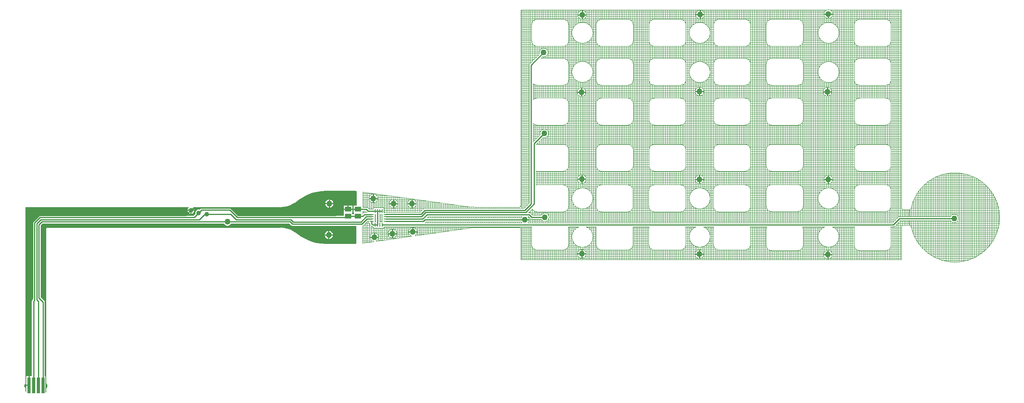
<source format=gbl>
G04*
G04 #@! TF.GenerationSoftware,Altium Limited,Altium Designer,18.0.7 (293)*
G04*
G04 Layer_Physical_Order=2*
G04 Layer_Color=16711680*
%FSAX25Y25*%
%MOIN*%
G70*
G01*
G75*
%ADD15C,0.00394*%
%ADD16C,0.01000*%
%ADD17C,0.05000*%
%ADD18C,0.03937*%
%ADD19R,0.02756X0.13780*%
%ADD20R,0.05512X0.04331*%
%ADD21R,0.01102X0.03543*%
%ADD22R,0.03543X0.01102*%
G36*
X0282751Y0171749D02*
X0283048Y0171233D01*
X0283024Y0171062D01*
X0282904Y0159472D01*
X0280244D01*
Y0153141D01*
X0280444D01*
Y0151930D01*
X0279056D01*
Y0153141D01*
X0279256D01*
Y0155806D01*
X0275500D01*
X0271744D01*
Y0153141D01*
X0271944D01*
Y0150683D01*
X0181933D01*
X0175981Y0156635D01*
X0175485Y0156966D01*
X0174900Y0157083D01*
X0151000D01*
X0150415Y0156966D01*
X0149919Y0156635D01*
X0149135Y0155851D01*
X0148400Y0155948D01*
X0147625Y0155846D01*
X0146903Y0155546D01*
X0146283Y0155071D01*
X0145807Y0154451D01*
X0145508Y0153728D01*
X0145406Y0152954D01*
X0145503Y0152219D01*
X0143966Y0150683D01*
X0013254D01*
X0012669Y0150566D01*
X0012173Y0150235D01*
X0007619Y0145681D01*
X0007287Y0145184D01*
X0007171Y0144599D01*
Y0079187D01*
X0006793Y0078809D01*
X0006461Y0078313D01*
X0006345Y0077728D01*
Y0014431D01*
X0006315Y0013943D01*
X0004437D01*
Y0006053D01*
X0003937D01*
Y0005553D01*
X0001559D01*
Y0000679D01*
X0001557Y0000675D01*
X0001059Y0000492D01*
X0001045Y0000509D01*
Y0003150D01*
X0001057D01*
X0000931Y0003780D01*
X0000574Y0004314D01*
X0000314Y0004488D01*
X0000218Y0004572D01*
X0000000Y0004695D01*
Y0006541D01*
X0000040Y0006549D01*
X0000574Y0006906D01*
X0000931Y0007440D01*
X0001057Y0008071D01*
X0001045D01*
Y0158053D01*
X0139620D01*
X0139789Y0157553D01*
X0139683Y0157471D01*
X0139207Y0156851D01*
X0138908Y0156129D01*
X0138872Y0155853D01*
X0144728D01*
X0144692Y0156129D01*
X0144393Y0156851D01*
X0143917Y0157471D01*
X0143810Y0157553D01*
X0143980Y0158053D01*
X0218204D01*
Y0158028D01*
X0220913Y0158206D01*
X0223576Y0158735D01*
X0226147Y0159608D01*
X0228582Y0160809D01*
X0230012Y0161765D01*
X0230092Y0161800D01*
X0234514Y0164895D01*
X0234536Y0164891D01*
X0234536Y0164891D01*
X0235204Y0165387D01*
X0238431Y0167321D01*
X0241832Y0168930D01*
X0245375Y0170197D01*
X0249025Y0171112D01*
X0252747Y0171664D01*
X0256439Y0171845D01*
X0256505Y0171832D01*
X0280722D01*
X0280788Y0171845D01*
X0282751Y0171749D01*
D02*
G37*
G36*
X0227219Y0142472D02*
X0227715Y0142141D01*
X0228300Y0142024D01*
X0282244D01*
X0282717Y0141524D01*
X0282572Y0127488D01*
X0282600Y0127252D01*
X0282300Y0126739D01*
X0280788Y0126665D01*
X0280722Y0126678D01*
X0256505D01*
X0256439Y0126665D01*
X0252747Y0126847D01*
X0249025Y0127399D01*
X0245375Y0128313D01*
X0241832Y0129580D01*
X0238431Y0131189D01*
X0235204Y0133124D01*
X0234536Y0133619D01*
X0234536Y0133619D01*
X0234514Y0133615D01*
X0230092Y0136710D01*
X0230012Y0136746D01*
X0228582Y0137701D01*
X0226147Y0138902D01*
X0223576Y0139775D01*
X0220913Y0140305D01*
X0218204Y0140482D01*
Y0140458D01*
X0218204Y0140458D01*
X0019685D01*
X0019285Y0140378D01*
X0018946Y0140152D01*
X0018720Y0139813D01*
X0018640Y0139413D01*
Y0008071D01*
X0018628D01*
X0018754Y0007440D01*
X0019111Y0006906D01*
X0019645Y0006549D01*
X0019685Y0006541D01*
Y0004695D01*
X0019467Y0004572D01*
X0019371Y0004488D01*
X0019111Y0004314D01*
X0018754Y0003780D01*
X0018628Y0003150D01*
X0018640D01*
Y0000000D01*
X0018619D01*
X0018585Y-0000081D01*
X0018504Y-0000115D01*
Y-0000136D01*
X0017926D01*
Y0013743D01*
X0017277D01*
Y0077105D01*
X0017161Y0077691D01*
X0016829Y0078187D01*
X0013829Y0081187D01*
Y0142474D01*
X0015379Y0144024D01*
X0169787D01*
X0169843Y0143888D01*
X0170404Y0143157D01*
X0171135Y0142596D01*
X0171986Y0142244D01*
X0172900Y0142123D01*
X0173814Y0142244D01*
X0174665Y0142596D01*
X0175396Y0143157D01*
X0175957Y0143888D01*
X0176013Y0144024D01*
X0225666D01*
X0227219Y0142472D01*
D02*
G37*
%LPC*%
G36*
X0260100Y0164518D02*
Y0161554D01*
X0263064D01*
X0263010Y0161967D01*
X0262657Y0162819D01*
X0262096Y0163550D01*
X0261365Y0164111D01*
X0260514Y0164463D01*
X0260100Y0164518D01*
D02*
G37*
G36*
X0259100D02*
X0258686Y0164463D01*
X0257835Y0164111D01*
X0257104Y0163550D01*
X0256543Y0162819D01*
X0256190Y0161967D01*
X0256136Y0161554D01*
X0259100D01*
Y0164518D01*
D02*
G37*
G36*
X0263064Y0160554D02*
X0260100D01*
Y0157589D01*
X0260514Y0157644D01*
X0261365Y0157996D01*
X0262096Y0158557D01*
X0262657Y0159288D01*
X0263010Y0160140D01*
X0263064Y0160554D01*
D02*
G37*
G36*
X0259100D02*
X0256136D01*
X0256190Y0160140D01*
X0256543Y0159288D01*
X0257104Y0158557D01*
X0257835Y0157996D01*
X0258686Y0157644D01*
X0259100Y0157589D01*
Y0160554D01*
D02*
G37*
G36*
X0279256Y0159472D02*
X0276000D01*
Y0156806D01*
X0279256D01*
Y0159472D01*
D02*
G37*
G36*
X0275000D02*
X0271744D01*
Y0156806D01*
X0275000D01*
Y0159472D01*
D02*
G37*
G36*
X0144728Y0154853D02*
X0142300D01*
Y0152425D01*
X0142575Y0152461D01*
X0143297Y0152761D01*
X0143917Y0153236D01*
X0144393Y0153857D01*
X0144692Y0154579D01*
X0144728Y0154853D01*
D02*
G37*
G36*
X0141300D02*
X0138872D01*
X0138908Y0154579D01*
X0139207Y0153857D01*
X0139683Y0153236D01*
X0140303Y0152761D01*
X0141025Y0152461D01*
X0141300Y0152425D01*
Y0154853D01*
D02*
G37*
G36*
X0003437Y0013943D02*
X0001559D01*
Y0006554D01*
X0003437D01*
Y0013943D01*
D02*
G37*
G36*
X0259700Y0137718D02*
Y0134754D01*
X0262664D01*
X0262610Y0135167D01*
X0262257Y0136019D01*
X0261696Y0136750D01*
X0260965Y0137311D01*
X0260114Y0137663D01*
X0259700Y0137718D01*
D02*
G37*
G36*
X0258700D02*
X0258286Y0137663D01*
X0257435Y0137311D01*
X0256704Y0136750D01*
X0256143Y0136019D01*
X0255790Y0135167D01*
X0255736Y0134754D01*
X0258700D01*
Y0137718D01*
D02*
G37*
G36*
X0262664Y0133754D02*
X0259700D01*
Y0130789D01*
X0260114Y0130844D01*
X0260965Y0131196D01*
X0261696Y0131757D01*
X0262257Y0132488D01*
X0262610Y0133340D01*
X0262664Y0133754D01*
D02*
G37*
G36*
X0258700D02*
X0255736D01*
X0255790Y0133340D01*
X0256143Y0132488D01*
X0256704Y0131757D01*
X0257435Y0131196D01*
X0258286Y0130844D01*
X0258700Y0130789D01*
Y0133754D01*
D02*
G37*
%LPD*%
D15*
X0788216Y0146657D02*
G03*
X0795197Y0148354I0003284J0001697D01*
G01*
D02*
G03*
X0788216Y0150050I-0003697J0000000D01*
G01*
X0830174Y0149255D02*
G03*
X0754648Y0156885I-0038148J0000000D01*
G01*
X0753489Y0155908D02*
G03*
X0754648Y0156885I-0000038J0001221D01*
G01*
X0753489Y0155908D02*
G03*
X0754648Y0156885I-0000038J0001221D01*
G01*
X0753489Y0155908D02*
G03*
X0752887Y0150050I0039360J-0007001D01*
G01*
X0754648Y0141625D02*
G03*
X0830174Y0149255I0037378J0007630D01*
G01*
X0752935Y0146657D02*
G03*
X0753371Y0142603I0039915J0002251D01*
G01*
X0754648Y0141625D02*
G03*
X0753451Y0142603I-0001197J-0000244D01*
G01*
X0754648Y0141625D02*
G03*
X0753451Y0142603I-0001197J-0000244D01*
G01*
X0688097Y0322654D02*
G03*
X0688097Y0322654I-0003697J0000000D01*
G01*
X0687197Y0256453D02*
G03*
X0687197Y0256453I-0003697J0000000D01*
G01*
X0578797Y0322253D02*
G03*
X0578797Y0322253I-0003697J0000000D01*
G01*
X0578397Y0256554D02*
G03*
X0578397Y0256554I-0003697J0000000D01*
G01*
X0746709Y0157129D02*
G03*
X0747931Y0155907I0001222J0000000D01*
G01*
X0746709Y0157129D02*
G03*
X0747931Y0155907I0001222J0000000D01*
G01*
X0687997Y0181553D02*
G03*
X0687997Y0181553I-0003697J0000000D01*
G01*
X0745000Y0150050D02*
G03*
X0743800Y0149553I0000000J-0001697D01*
G01*
X0745000Y0150050D02*
G03*
X0743797Y0149550I0000000J-0001697D01*
G01*
X0747931Y0142603D02*
G03*
X0746709Y0141381I0000000J-0001222D01*
G01*
X0747931Y0142603D02*
G03*
X0746709Y0141381I0000000J-0001222D01*
G01*
X0739595Y0141251D02*
G03*
X0740798Y0141751I0000000J0001697D01*
G01*
X0739595Y0141251D02*
G03*
X0740794Y0141748I0000000J0001697D01*
G01*
X0687697Y0117553D02*
G03*
X0687697Y0117553I-0003697J0000000D01*
G01*
X0578397Y0181754D02*
G03*
X0578397Y0181754I-0003697J0000000D01*
G01*
X0578197Y0117853D02*
G03*
X0578197Y0117853I-0003697J0000000D01*
G01*
X0478497Y0322064D02*
G03*
X0478497Y0322064I-0003697J0000000D01*
G01*
X0445697Y0289854D02*
G03*
X0438478Y0288731I-0003697J0000000D01*
G01*
X0440877Y0286331D02*
G03*
X0445697Y0289854I0001123J0003522D01*
G01*
X0430003Y0280257D02*
G03*
X0429503Y0279053I0001197J-0001203D01*
G01*
X0430000Y0280253D02*
G03*
X0429503Y0279053I0001200J-0001200D01*
G01*
X0477897Y0256053D02*
G03*
X0477897Y0256053I-0003697J0000000D01*
G01*
X0478197Y0181954D02*
G03*
X0478197Y0181954I-0003697J0000000D01*
G01*
X0441377Y0217331D02*
G03*
X0446197Y0220853I0001123J0003522D01*
G01*
D02*
G03*
X0438978Y0219731I-0003697J0000000D01*
G01*
X0446697Y0149354D02*
G03*
X0439716Y0151050I-0003697J0000000D01*
G01*
Y0147657D02*
G03*
X0446697Y0149354I0003284J0001697D01*
G01*
X0478197Y0118154D02*
G03*
X0478197Y0118154I-0003697J0000000D01*
G01*
X0421260Y0157876D02*
G03*
X0422482Y0159098I0000000J0001222D01*
G01*
X0421260Y0157876D02*
G03*
X0422482Y0159098I0000000J0001222D01*
G01*
X0379004Y0158268D02*
G03*
X0384632Y0157876I0005628J0040200D01*
G01*
X0430800Y0152953D02*
G03*
X0429600Y0153450I-0001200J-0001200D01*
G01*
X0430803Y0152950D02*
G03*
X0429600Y0153450I-0001203J-0001197D01*
G01*
X0429697Y0147353D02*
G03*
X0428522Y0150057I-0003697J0000000D01*
G01*
X0423478D02*
G03*
X0422716Y0149050I0002522J-0002703D01*
G01*
X0333597Y0160953D02*
G03*
X0333597Y0160953I-0003697J0000000D01*
G01*
X0317897D02*
G03*
X0317897Y0160953I-0003697J0000000D01*
G01*
X0300697Y0165454D02*
G03*
X0300697Y0165454I-0003697J0000000D01*
G01*
X0292247Y0157506D02*
G03*
X0291047Y0158003I-0001200J-0001200D01*
G01*
X0292250Y0157503D02*
G03*
X0291047Y0158003I-0001203J-0001197D01*
G01*
X0340828Y0157050D02*
G03*
X0339628Y0156553I0000000J-0001697D01*
G01*
X0340828Y0157050D02*
G03*
X0339625Y0156550I0000000J-0001697D01*
G01*
X0306150Y0154759D02*
G03*
X0306001Y0155454I-0001697J0000000D01*
G01*
Y0154064D02*
G03*
X0306150Y0154759I-0001548J0000695D01*
G01*
X0307562Y0153660D02*
G03*
X0306591Y0153354I0000000J-0001697D01*
G01*
X0307562Y0153660D02*
G03*
X0306591Y0153354I0000000J-0001697D01*
G01*
X0289453Y0153503D02*
G03*
X0288253Y0153006I0000000J-0001697D01*
G01*
X0289453Y0153503D02*
G03*
X0288250Y0153003I0000000J-0001697D01*
G01*
X0430800Y0148154D02*
G03*
X0432000Y0147657I0001200J0001200D01*
G01*
X0430797Y0148157D02*
G03*
X0432000Y0147657I0001203J0001197D01*
G01*
X0428516Y0144645D02*
G03*
X0429697Y0147353I-0002516J0002709D01*
G01*
X0422716Y0145657D02*
G03*
X0423484Y0144645I0003284J0001697D01*
G01*
X0422482Y0139413D02*
G03*
X0421260Y0140634I-0001222J0000000D01*
G01*
X0422482Y0139413D02*
G03*
X0421260Y0140634I-0001222J0000000D01*
G01*
X0384632Y0140635D02*
G03*
X0379004Y0140242I0000000J-0040592D01*
G01*
X0293898Y0143759D02*
G03*
X0294398Y0142556I0001697J0000000D01*
G01*
X0293898Y0143759D02*
G03*
X0294395Y0142559I0001697J0000000D01*
G01*
X0287685Y0141915D02*
G03*
X0288449Y0142357I-0000440J0001639D01*
G01*
X0287685Y0141915D02*
G03*
X0288445Y0142354I-0000440J0001639D01*
G01*
X0295202Y0141751D02*
G03*
X0296406Y0141251I0001203J0001197D01*
G01*
X0295206Y0141748D02*
G03*
X0296406Y0141251I0001200J0001200D01*
G01*
X0332589Y0133744D02*
G03*
X0334286Y0136854I-0002000J0003109D01*
G01*
D02*
G03*
X0329521Y0133315I-0003697J0000000D01*
G01*
X0316964Y0135453D02*
G03*
X0316964Y0135453I-0003697J0000000D01*
G01*
X0301597Y0132454D02*
G03*
X0297306Y0128805I-0003697J0000000D01*
G01*
X0299473Y0129108D02*
G03*
X0301597Y0132454I-0001573J0003345D01*
G01*
X0821200Y0124676D02*
Y0173834D01*
X0822775Y0126677D02*
Y0171833D01*
X0785292Y0186804D02*
X0798760D01*
X0819626Y0122920D02*
Y0175590D01*
X0818051Y0121363D02*
Y0177148D01*
X0775535Y0183655D02*
X0808517D01*
X0779332Y0185229D02*
X0804720D01*
X0770146Y0180505D02*
X0813906D01*
X0772588Y0182080D02*
X0811464D01*
X0829074Y0140162D02*
Y0158349D01*
X0795138Y0149009D02*
X0830173D01*
X0827500Y0135223D02*
Y0163287D01*
X0825925Y0131758D02*
Y0166752D01*
X0824350Y0128996D02*
Y0169514D01*
X0794448Y0150584D02*
X0830151D01*
X0795081Y0147434D02*
X0830131D01*
X0794229Y0145859D02*
X0830023D01*
X0791279Y0152044D02*
Y0187396D01*
X0792854Y0151794D02*
Y0187394D01*
X0789704Y0151585D02*
Y0187333D01*
X0794429Y0150609D02*
Y0187328D01*
X0788130Y0150050D02*
Y0187204D01*
X0783405Y0150050D02*
Y0186417D01*
X0781830Y0150050D02*
Y0186016D01*
X0786555Y0150050D02*
Y0187009D01*
X0784980Y0150050D02*
Y0186747D01*
X0778681Y0150050D02*
Y0184993D01*
X0777106Y0150050D02*
Y0184365D01*
X0780256Y0150050D02*
Y0185542D01*
X0772382Y0150050D02*
Y0181957D01*
X0770807Y0150050D02*
Y0180957D01*
X0775531Y0150050D02*
Y0183653D01*
X0773956Y0150050D02*
Y0182852D01*
X0807027Y0114180D02*
Y0184330D01*
X0808602Y0114896D02*
Y0183614D01*
X0805452Y0113548D02*
Y0184962D01*
X0803878Y0112995D02*
Y0185516D01*
X0802303Y0112517D02*
Y0185993D01*
X0800728Y0112113D02*
Y0186398D01*
X0799153Y0111779D02*
Y0186732D01*
X0797578Y0111513D02*
Y0186997D01*
X0796004Y0111315D02*
Y0187195D01*
X0814901Y0118726D02*
Y0179784D01*
X0816476Y0119972D02*
Y0178538D01*
X0813326Y0117607D02*
Y0180903D01*
X0811752Y0116603D02*
Y0181908D01*
X0810177Y0115702D02*
Y0182808D01*
X0770866Y0117513D02*
X0813185D01*
X0773444Y0115938D02*
X0810607D01*
X0776603Y0114363D02*
X0807448D01*
X0780824Y0112789D02*
X0803228D01*
X0783405Y0112094D02*
Y0146657D01*
X0784980Y0111763D02*
Y0146657D01*
X0781830Y0112495D02*
Y0146657D01*
X0788130Y0111306D02*
Y0146657D01*
X0786555Y0111501D02*
Y0146657D01*
X0772382Y0116554D02*
Y0146657D01*
X0770807Y0117553D02*
Y0146657D01*
X0780256Y0112968D02*
Y0146657D01*
X0773956Y0115658D02*
Y0146657D01*
X0794429Y0111183D02*
Y0146098D01*
X0789704Y0111178D02*
Y0145122D01*
X0792854Y0111116D02*
Y0144914D01*
X0791279Y0111114D02*
Y0144663D01*
X0777106Y0114146D02*
Y0146657D01*
X0775531Y0114857D02*
Y0146657D01*
X0789171Y0111214D02*
X0794880D01*
X0778681Y0113517D02*
Y0146657D01*
X0764609Y0175781D02*
X0819443D01*
X0763168Y0174206D02*
X0820883D01*
X0766225Y0177355D02*
X0817826D01*
X0760721Y0171056D02*
X0823331D01*
X0761879Y0172631D02*
X0822173D01*
X0758748Y0167907D02*
X0825304D01*
X0759681Y0169481D02*
X0824371D01*
X0757913Y0166332D02*
X0826138D01*
X0756511Y0163182D02*
X0827541D01*
X0755933Y0161607D02*
X0828119D01*
X0757169Y0164757D02*
X0826882D01*
X0755004Y0158458D02*
X0829047D01*
X0755432Y0160033D02*
X0828620D01*
X0753387Y0155308D02*
X0829691D01*
X0754648Y0156883D02*
X0829404D01*
X0753004Y0152159D02*
X0830063D01*
X0753163Y0153733D02*
X0829910D01*
X0769232Y0150050D02*
Y0179845D01*
X0768053Y0178930D02*
X0815998D01*
X0767657Y0150050D02*
Y0178606D01*
X0766082Y0150050D02*
Y0177223D01*
X0764508Y0150050D02*
Y0175675D01*
X0759783Y0150050D02*
Y0169644D01*
X0758208Y0150050D02*
Y0166909D01*
X0762933Y0150050D02*
Y0173931D01*
X0761358Y0150050D02*
Y0171944D01*
X0756634Y0150050D02*
Y0163492D01*
X0755059Y0150050D02*
Y0158675D01*
X0752906Y0150584D02*
X0788552D01*
X0753484Y0150050D02*
Y0155881D01*
X0752887Y0150050D02*
X0788216D01*
X0755130Y0139560D02*
X0828922D01*
X0755580Y0137985D02*
X0828471D01*
X0756105Y0136411D02*
X0827947D01*
X0756708Y0134836D02*
X0827344D01*
X0757392Y0133261D02*
X0826659D01*
X0753139Y0144285D02*
X0829849D01*
X0753354Y0142710D02*
X0829608D01*
X0754752Y0141135D02*
X0829300D01*
X0762267Y0125387D02*
X0821785D01*
X0763601Y0123812D02*
X0820450D01*
X0765094Y0122237D02*
X0818958D01*
X0766772Y0120663D02*
X0817280D01*
X0758164Y0131686D02*
X0825888D01*
X0759029Y0130111D02*
X0825023D01*
X0759994Y0128537D02*
X0824058D01*
X0761069Y0126962D02*
X0822982D01*
X0764508Y0122835D02*
Y0146657D01*
X0766082Y0121287D02*
Y0146657D01*
X0762933Y0124580D02*
Y0146657D01*
X0769232Y0118666D02*
Y0146657D01*
X0767657Y0119904D02*
Y0146657D01*
X0752935D02*
X0788216D01*
X0753484Y0142603D02*
Y0146657D01*
X0761358Y0126567D02*
Y0146657D01*
X0759783Y0128866D02*
Y0146657D01*
X0756634Y0135019D02*
Y0146657D01*
X0755059Y0139836D02*
Y0146657D01*
X0768676Y0119088D02*
X0815376D01*
X0758208Y0131601D02*
Y0146657D01*
X0752987Y0145859D02*
X0788771D01*
X0726712Y0318320D02*
Y0326429D01*
X0725138Y0318320D02*
Y0326429D01*
X0728287Y0318320D02*
Y0326429D01*
X0721988Y0318320D02*
Y0326429D01*
X0723563Y0318320D02*
Y0326429D01*
X0734586Y0317923D02*
Y0326429D01*
X0733012Y0318286D02*
Y0326429D01*
X0736161Y0316943D02*
Y0326429D01*
X0729862Y0318320D02*
Y0326429D01*
X0731437Y0318320D02*
Y0326429D01*
X0720413Y0318320D02*
Y0326429D01*
X0718838Y0318320D02*
Y0326429D01*
X0687911Y0323812D02*
X0746709D01*
X0715689Y0318320D02*
Y0326429D01*
X0717264Y0318320D02*
Y0326429D01*
X0712539Y0318320D02*
Y0326429D01*
X0714114Y0318320D02*
Y0326429D01*
X0709390Y0317976D02*
Y0326429D01*
X0710964Y0318302D02*
Y0326429D01*
X0737582Y0314363D02*
X0746709D01*
X0736973Y0315938D02*
X0746709D01*
X0737715Y0312788D02*
X0746709D01*
X0737050Y0315838D02*
X0737545Y0314641D01*
X0737715Y0313356D01*
Y0306489D02*
X0746709D01*
X0737715Y0308064D02*
X0746709D01*
X0737715Y0304914D02*
X0746709D01*
X0737715Y0311213D02*
X0746709D01*
X0737715Y0309639D02*
X0746709D01*
X0732751Y0318320D02*
X0734035Y0318151D01*
X0688073Y0322237D02*
X0746709D01*
X0734035Y0318151D02*
X0735233Y0317655D01*
X0709813Y0318151D02*
X0711097Y0318320D01*
X0732751D01*
X0735418Y0317513D02*
X0746709D01*
X0736261Y0316866D02*
X0737050Y0315838D01*
X0708615Y0317655D02*
X0709813Y0318151D01*
X0735233Y0317655D02*
X0736261Y0316866D01*
X0707815Y0317041D02*
Y0326429D01*
X0707587Y0316866D02*
X0708615Y0317655D01*
X0706799Y0315838D02*
X0707587Y0316866D01*
X0706240Y0314165D02*
Y0326429D01*
X0706303Y0314641D02*
X0706799Y0315838D01*
X0706134Y0313356D02*
X0706303Y0314641D01*
X0692067Y0311320D02*
Y0326429D01*
X0690994Y0312788D02*
X0706134D01*
X0690965Y0312826D02*
X0691261Y0312440D01*
X0691582Y0312074D01*
X0689020Y0314422D02*
X0689665Y0313991D01*
X0688583Y0314638D02*
X0689020Y0314422D01*
X0689108Y0314363D02*
X0706266D01*
X0688917Y0314473D02*
Y0326429D01*
X0688161Y0314881D02*
X0688583Y0314638D01*
X0690492Y0313299D02*
Y0326429D01*
X0690417Y0313374D02*
X0690965Y0312826D01*
X0689665Y0313991D02*
X0690030Y0313671D01*
X0690417Y0313374D01*
X0693234Y0307677D02*
X0693298Y0307194D01*
X0693209Y0308064D02*
X0706134D01*
X0693298Y0306489D02*
X0706134D01*
X0693202Y0308162D02*
X0693234Y0307677D01*
X0693298Y0306806D02*
Y0307194D01*
Y0306418D02*
Y0306806D01*
X0693096Y0304914D02*
X0706134D01*
X0693234Y0305936D02*
X0693298Y0306418D01*
X0693202Y0305450D02*
X0693234Y0305936D01*
X0692229Y0310992D02*
X0692472Y0310571D01*
X0692119Y0311213D02*
X0706134D01*
X0692472Y0310571D02*
X0692769Y0309854D01*
X0691582Y0312074D02*
X0692013Y0311429D01*
X0692229Y0310992D01*
X0692826Y0309639D02*
X0706134D01*
X0693051Y0308923D02*
X0693202Y0308162D01*
X0692769Y0309854D02*
X0692895Y0309384D01*
X0693051Y0308923D01*
X0737715Y0301765D02*
X0746709D01*
X0737715Y0303339D02*
X0746709D01*
X0737706Y0300190D02*
X0746709D01*
X0737715Y0300256D02*
Y0313356D01*
X0737545Y0298972D02*
X0737715Y0300256D01*
X0737398Y0298615D02*
X0746709D01*
X0737050Y0297774D02*
X0737545Y0298972D01*
X0736486Y0297040D02*
X0746709D01*
X0736261Y0296746D02*
X0737050Y0297774D01*
X0736161Y0283635D02*
Y0296670D01*
X0735233Y0295958D02*
X0736261Y0296746D01*
X0734035Y0295462D02*
X0735233Y0295958D01*
X0734045Y0295465D02*
X0746709D01*
X0732751Y0295293D02*
X0734035Y0295462D01*
X0720413Y0285013D02*
Y0295293D01*
X0734586Y0284616D02*
Y0295690D01*
X0733012Y0284979D02*
Y0295327D01*
X0721988Y0285013D02*
Y0295293D01*
X0725138Y0285013D02*
Y0295293D01*
X0732751Y0285013D02*
X0734035Y0284844D01*
X0731437Y0285013D02*
Y0295293D01*
X0735006Y0284442D02*
X0746709D01*
X0728287Y0285013D02*
Y0295293D01*
X0729862Y0285013D02*
Y0295293D01*
X0736792Y0282867D02*
X0746709D01*
X0736261Y0283559D02*
X0737050Y0282531D01*
X0737545Y0281334D01*
X0734035Y0284844D02*
X0735233Y0284348D01*
X0736261Y0283559D01*
X0715689Y0285013D02*
Y0295293D01*
X0711097D02*
X0732751D01*
X0711097Y0285013D02*
X0732751D01*
X0712539D02*
Y0295293D01*
X0714114Y0285013D02*
Y0295293D01*
X0723563Y0285013D02*
Y0295293D01*
X0726712Y0285013D02*
Y0295293D01*
X0717264Y0285013D02*
Y0295293D01*
X0718838Y0285013D02*
Y0295293D01*
X0693051Y0304690D02*
X0693202Y0305450D01*
X0692895Y0304229D02*
X0693051Y0304690D01*
X0692595Y0303339D02*
X0706134D01*
X0692769Y0303758D02*
X0692895Y0304229D01*
X0692472Y0303042D02*
X0692769Y0303758D01*
X0706134Y0300256D02*
Y0313356D01*
X0692229Y0302620D02*
X0692472Y0303042D01*
X0706134Y0300256D02*
X0706303Y0298972D01*
X0692013Y0302184D02*
X0692229Y0302620D01*
X0692067Y0277864D02*
Y0302292D01*
X0691733Y0301765D02*
X0706134D01*
X0691582Y0301539D02*
X0692013Y0302184D01*
X0691261Y0301173D02*
X0691582Y0301539D01*
X0690965Y0300787D02*
X0691261Y0301173D01*
X0690417Y0300238D02*
X0690965Y0300787D01*
X0690492Y0279843D02*
Y0300314D01*
X0690353Y0300190D02*
X0706142D01*
X0690030Y0299942D02*
X0690417Y0300238D01*
X0689665Y0299621D02*
X0690030Y0299942D01*
X0710964Y0284995D02*
Y0295310D01*
X0709813Y0295462D02*
X0711097Y0295293D01*
X0709813Y0284844D02*
X0711097Y0285013D01*
X0707587Y0296746D02*
X0708615Y0295958D01*
X0709813Y0295462D01*
X0709390Y0284668D02*
Y0295637D01*
X0708615Y0284348D02*
X0709813Y0284844D01*
X0707815Y0283734D02*
Y0296572D01*
X0707587Y0283559D02*
X0708615Y0284348D01*
X0706303Y0298972D02*
X0706799Y0297774D01*
X0689020Y0299190D02*
X0689665Y0299621D01*
X0706799Y0297774D02*
X0707587Y0296746D01*
X0688583Y0298975D02*
X0689020Y0299190D01*
X0688162Y0298731D02*
X0688583Y0298975D01*
X0706799Y0282531D02*
X0707587Y0283559D01*
X0706303Y0281334D02*
X0706799Y0282531D01*
X0706240Y0280857D02*
Y0299448D01*
X0688917Y0281017D02*
Y0299140D01*
X0687342Y0324892D02*
Y0326429D01*
X0686889Y0325387D02*
X0746709D01*
X0682618Y0325892D02*
Y0326429D01*
X0685768Y0326088D02*
Y0326429D01*
X0687515Y0320662D02*
X0746709D01*
X0687342Y0315205D02*
Y0320415D01*
X0685768Y0315609D02*
Y0319219D01*
X0682618Y0315528D02*
Y0319415D01*
X0681043Y0324202D02*
Y0326429D01*
X0577062Y0325387D02*
X0681911D01*
X0578452Y0323812D02*
X0680889D01*
X0578797Y0322237D02*
X0680727D01*
X0577008Y0319087D02*
X0683426D01*
X0681043Y0315051D02*
Y0321105D01*
X0578437Y0320662D02*
X0681285D01*
X0685374Y0319087D02*
X0746709D01*
X0684785Y0315707D02*
X0685267Y0315644D01*
X0684009Y0315707D02*
X0684785D01*
X0684193D02*
Y0318963D01*
X0683527Y0315644D02*
X0684009Y0315707D01*
X0686975Y0315304D02*
X0687445Y0315178D01*
X0686514Y0315460D02*
X0686975Y0315304D01*
X0687445Y0315178D02*
X0688161Y0314881D01*
X0685267Y0315644D02*
X0685753Y0315612D01*
X0686514Y0315460D01*
X0662094Y0315938D02*
X0706875D01*
X0660539Y0317513D02*
X0708430D01*
X0683041Y0315612D02*
X0683527Y0315644D01*
X0682280Y0315460D02*
X0683041Y0315612D01*
X0681819Y0315304D02*
X0682280Y0315460D01*
X0681349Y0315178D02*
X0681819Y0315304D01*
X0680633Y0314881D02*
X0681349Y0315178D01*
X0680211Y0314638D02*
X0680633Y0314881D01*
X0679774Y0314422D02*
X0680211Y0314638D01*
X0679468Y0314218D02*
Y0326429D01*
X0662171Y0315838D02*
X0662667Y0314641D01*
X0662703Y0314363D02*
X0679686D01*
X0662146Y0315871D02*
Y0326429D01*
X0661382Y0316866D02*
X0662171Y0315838D01*
X0679130Y0313991D02*
X0679774Y0314422D01*
X0677894Y0312890D02*
Y0326429D01*
X0678764Y0313670D02*
X0679130Y0313991D01*
X0676319Y0310562D02*
Y0326429D01*
X0662667Y0314641D02*
X0662836Y0313356D01*
X0658996Y0318172D02*
Y0326429D01*
X0657421Y0318320D02*
Y0326429D01*
X0636219Y0318320D02*
X0657872D01*
X0654272D02*
Y0326429D01*
X0655846Y0318320D02*
Y0326429D01*
X0660571Y0317489D02*
Y0326429D01*
X0660354Y0317655D02*
X0661382Y0316866D01*
X0657872Y0318320D02*
X0659157Y0318151D01*
X0660354Y0317655D01*
X0678377Y0313374D02*
X0678764Y0313670D01*
X0677829Y0312826D02*
X0678377Y0313374D01*
X0677533Y0312440D02*
X0677829Y0312826D01*
X0677212Y0312074D02*
X0677533Y0312440D01*
X0676781Y0311429D02*
X0677212Y0312074D01*
X0676566Y0310992D02*
X0676781Y0311429D01*
X0676322Y0310571D02*
X0676566Y0310992D01*
X0676025Y0309854D02*
X0676322Y0310571D01*
X0675899Y0309384D02*
X0676025Y0309854D01*
X0662836Y0311213D02*
X0676675D01*
X0662836Y0312788D02*
X0677800D01*
X0662836Y0309639D02*
X0675968D01*
X0675743Y0308923D02*
X0675899Y0309384D01*
X0675592Y0308162D02*
X0675743Y0308923D01*
X0675560Y0307677D02*
X0675592Y0308162D01*
X0662836Y0308064D02*
X0675585D01*
X0675496Y0307194D02*
X0675560Y0307677D01*
X0675496Y0306806D02*
Y0307194D01*
X0687881Y0298615D02*
X0706450D01*
X0687445Y0298435D02*
X0688162Y0298731D01*
X0686975Y0298309D02*
X0687445Y0298435D01*
X0680633Y0298731D02*
X0681349Y0298435D01*
X0681819Y0298309D01*
X0687342Y0281749D02*
Y0298407D01*
X0686514Y0298152D02*
X0686975Y0298309D01*
X0685753Y0298001D02*
X0686514Y0298152D01*
X0681043Y0281595D02*
Y0298561D01*
X0681819Y0298309D02*
X0682280Y0298152D01*
X0678764Y0299942D02*
X0679130Y0299621D01*
X0678377Y0300238D02*
X0678764Y0299942D01*
X0679130Y0299621D02*
X0679774Y0299190D01*
X0677829Y0300787D02*
X0678377Y0300238D01*
X0662827Y0300190D02*
X0678441D01*
X0680211Y0298975D02*
X0680633Y0298731D01*
X0662519Y0298615D02*
X0680914D01*
X0679468Y0280762D02*
Y0299395D01*
X0679774Y0299190D02*
X0680211Y0298975D01*
X0685267Y0297969D02*
X0685753Y0298001D01*
X0684785Y0297905D02*
X0685267Y0297969D01*
X0684009Y0297905D02*
X0684785D01*
X0683527Y0297969D02*
X0684009Y0297905D01*
X0684193Y0282251D02*
Y0297905D01*
X0685768Y0282153D02*
Y0298004D01*
X0684785Y0282251D02*
X0685267Y0282187D01*
X0685753Y0282155D01*
X0683527Y0282187D02*
X0684009Y0282251D01*
X0684785D01*
X0661608Y0297040D02*
X0707362D01*
X0659166Y0295465D02*
X0709804D01*
X0660127Y0284442D02*
X0708842D01*
X0682280Y0298152D02*
X0683041Y0298001D01*
X0683527Y0297969D01*
X0661913Y0282867D02*
X0707057D01*
X0683041Y0282155D02*
X0683527Y0282187D01*
X0682618Y0282071D02*
Y0298085D01*
X0682280Y0282004D02*
X0683041Y0282155D01*
X0676322Y0303042D02*
X0676566Y0302620D01*
X0676025Y0303758D02*
X0676322Y0303042D01*
X0676566Y0302620D02*
X0676781Y0302184D01*
X0675743Y0304690D02*
X0675899Y0304229D01*
X0676025Y0303758D01*
X0677533Y0301173D02*
X0677829Y0300787D01*
X0677212Y0301539D02*
X0677533Y0301173D01*
X0677894Y0279434D02*
Y0300722D01*
X0676319Y0277106D02*
Y0303050D01*
X0676781Y0302184D02*
X0677212Y0301539D01*
X0675560Y0305936D02*
X0675592Y0305450D01*
X0675496Y0306418D02*
X0675560Y0305936D01*
X0662836Y0304914D02*
X0675698D01*
X0675496Y0306418D02*
Y0306806D01*
X0662836Y0306489D02*
X0675496D01*
X0662836Y0303339D02*
X0676199D01*
X0662836Y0301765D02*
X0677061D01*
X0662836Y0300256D02*
Y0313356D01*
X0675592Y0305450D02*
X0675743Y0304690D01*
X0662667Y0298972D02*
X0662836Y0300256D01*
X0662171Y0297774D02*
X0662667Y0298972D01*
X0661382Y0296746D02*
X0662171Y0297774D01*
X0660354Y0295958D02*
X0661382Y0296746D01*
X0660571Y0284181D02*
Y0296124D01*
X0661382Y0283559D02*
X0662171Y0282531D01*
X0662667Y0281334D01*
X0662146Y0282564D02*
Y0297742D01*
X0660354Y0284348D02*
X0661382Y0283559D01*
X0659157Y0295462D02*
X0660354Y0295958D01*
X0657872Y0295293D02*
X0659157Y0295462D01*
X0636219Y0295293D02*
X0657872D01*
X0655846Y0285013D02*
Y0295293D01*
X0636219Y0285013D02*
X0657872D01*
X0659157Y0284844D01*
X0660354Y0284348D01*
X0658996Y0284865D02*
Y0295441D01*
X0657421Y0285013D02*
Y0295293D01*
X0737715Y0274993D02*
X0746709D01*
X0737715Y0276568D02*
X0746709D01*
X0737715Y0273418D02*
X0746709D01*
X0737715Y0279717D02*
X0746709D01*
X0737715Y0278143D02*
X0746709D01*
X0737715Y0270269D02*
X0746709D01*
X0737715Y0271843D02*
X0746709D01*
X0737715Y0268694D02*
X0746709D01*
X0737715Y0266949D02*
Y0280049D01*
Y0267119D02*
X0746709D01*
X0737551Y0281292D02*
X0746709D01*
X0737545Y0281334D02*
X0737715Y0280049D01*
X0737545Y0265665D02*
X0737715Y0266949D01*
X0706134Y0280049D02*
X0706303Y0281334D01*
X0706134Y0266949D02*
X0706303Y0265665D01*
X0737050Y0264467D02*
X0737545Y0265665D01*
X0737496Y0265544D02*
X0746709D01*
X0706303Y0265665D02*
X0706799Y0264467D01*
X0736261Y0263439D02*
X0737050Y0264467D01*
X0736667Y0263969D02*
X0746709D01*
X0735233Y0262650D02*
X0736261Y0263439D01*
X0734615Y0262395D02*
X0746709D01*
X0734035Y0262155D02*
X0735233Y0262650D01*
X0732751Y0261985D02*
X0734035Y0262155D01*
X0729862Y0251155D02*
Y0261985D01*
X0728287Y0251155D02*
Y0261985D01*
X0731437Y0251155D02*
Y0261985D01*
X0718838Y0251155D02*
Y0261985D01*
X0725138Y0251155D02*
Y0261985D01*
X0709813Y0262155D02*
X0711097Y0261985D01*
X0708615Y0262650D02*
X0709813Y0262155D01*
X0711097Y0261985D02*
X0732751D01*
X0706799Y0264467D02*
X0707587Y0263439D01*
X0708615Y0262650D01*
X0717264Y0251155D02*
Y0261985D01*
X0711097Y0251155D02*
X0732751D01*
X0714114D02*
Y0261985D01*
X0715689Y0251155D02*
Y0261985D01*
X0693051Y0275467D02*
X0693202Y0274706D01*
X0692698Y0276568D02*
X0706134D01*
X0693145Y0274993D02*
X0706134D01*
X0692769Y0276398D02*
X0692895Y0275928D01*
X0693051Y0275467D01*
X0706134Y0266949D02*
Y0280049D01*
X0693234Y0274220D02*
X0693298Y0273738D01*
Y0273418D02*
X0706134D01*
X0693202Y0274706D02*
X0693234Y0274220D01*
X0693298Y0273350D02*
Y0273738D01*
X0691261Y0278983D02*
X0691582Y0278618D01*
X0690617Y0279717D02*
X0706134D01*
X0691899Y0278143D02*
X0706134D01*
X0690417Y0279918D02*
X0690965Y0279370D01*
X0691261Y0278983D01*
X0692229Y0277536D02*
X0692472Y0277114D01*
X0692769Y0276398D01*
X0691582Y0278618D02*
X0692013Y0277973D01*
X0692229Y0277536D01*
X0693298Y0272962D02*
Y0273350D01*
X0693234Y0272480D02*
X0693298Y0272962D01*
X0693173Y0271843D02*
X0706134D01*
X0693202Y0271994D02*
X0693234Y0272480D01*
X0693051Y0271233D02*
X0693202Y0271994D01*
X0692895Y0270772D02*
X0693051Y0271233D01*
X0692755Y0270269D02*
X0706134D01*
X0692769Y0270302D02*
X0692895Y0270772D01*
X0692472Y0269586D02*
X0692769Y0270302D01*
X0692229Y0269164D02*
X0692472Y0269586D01*
X0692013Y0268727D02*
X0692229Y0269164D01*
X0691991Y0268694D02*
X0706134D01*
X0691582Y0268083D02*
X0692013Y0268727D01*
X0691261Y0267717D02*
X0691582Y0268083D01*
X0690965Y0267331D02*
X0691261Y0267717D01*
X0690754Y0267119D02*
X0706134D01*
X0690417Y0266782D02*
X0690965Y0267331D01*
X0690030Y0266486D02*
X0690417Y0266782D01*
X0737655Y0246647D02*
X0746709D01*
X0737236Y0248221D02*
X0746709D01*
X0737715Y0243497D02*
X0746709D01*
X0737545Y0247476D02*
X0737715Y0246191D01*
Y0245072D02*
X0746709D01*
X0737715Y0240347D02*
X0746709D01*
X0737715Y0241922D02*
X0746709D01*
X0737715Y0238773D02*
X0746709D01*
X0737715Y0233091D02*
Y0246191D01*
Y0237198D02*
X0746709D01*
X0734586Y0250757D02*
Y0262383D01*
X0734035Y0250986D02*
X0735233Y0250490D01*
X0736136Y0249796D02*
X0746709D01*
X0733012Y0251120D02*
Y0262020D01*
X0732751Y0251155D02*
X0734035Y0250986D01*
X0736261Y0249701D02*
X0737050Y0248673D01*
X0737545Y0247476D01*
X0736161Y0249777D02*
Y0263363D01*
X0735233Y0250490D02*
X0736261Y0249701D01*
X0737715Y0234048D02*
X0746709D01*
X0737715Y0235623D02*
X0746709D01*
X0737633Y0232473D02*
X0746709D01*
X0737545Y0231806D02*
X0737715Y0233091D01*
X0737170Y0230899D02*
X0746709D01*
X0737050Y0230609D02*
X0737545Y0231806D01*
X0736261Y0229581D02*
X0737050Y0230609D01*
X0735925Y0229324D02*
X0746709D01*
X0735233Y0228792D02*
X0736261Y0229581D01*
X0734586Y0211387D02*
Y0228524D01*
X0734035Y0228296D02*
X0735233Y0228792D01*
X0732751Y0228127D02*
X0734035Y0228296D01*
X0711097Y0228127D02*
X0732751D01*
X0729862Y0211785D02*
Y0228127D01*
X0711097Y0211785D02*
X0732751D01*
X0734035Y0211615D01*
X0735233Y0211120D01*
X0733012Y0211750D02*
Y0228162D01*
X0731437Y0211785D02*
Y0228127D01*
X0723563Y0251155D02*
Y0261985D01*
X0721988Y0251155D02*
Y0261985D01*
X0726712Y0251155D02*
Y0261985D01*
X0712539Y0251155D02*
Y0261985D01*
X0720413Y0251155D02*
Y0261985D01*
X0710964Y0251137D02*
Y0262003D01*
X0709813Y0250986D02*
X0711097Y0251155D01*
X0708615Y0250490D02*
X0709813Y0250986D01*
X0707815Y0249875D02*
Y0263265D01*
X0709390Y0250810D02*
Y0262330D01*
X0707587Y0249701D02*
X0708615Y0250490D01*
X0706799Y0248673D02*
X0707587Y0249701D01*
X0706303Y0247476D02*
X0706799Y0248673D01*
X0706240Y0246999D02*
Y0266141D01*
X0706134Y0246191D02*
X0706303Y0247476D01*
Y0231806D02*
X0706799Y0230609D01*
X0707587Y0229581D01*
X0706134Y0233091D02*
Y0246191D01*
Y0233091D02*
X0706303Y0231806D01*
X0720413Y0211785D02*
Y0228127D01*
X0718838Y0211785D02*
Y0228127D01*
X0721988Y0211785D02*
Y0228127D01*
X0715689Y0211785D02*
Y0228127D01*
X0717264Y0211785D02*
Y0228127D01*
X0726712Y0211785D02*
Y0228127D01*
X0728287Y0211785D02*
Y0228127D01*
X0723563Y0211785D02*
Y0228127D01*
X0725138Y0211785D02*
Y0228127D01*
X0712539Y0211785D02*
Y0228127D01*
X0709813Y0228296D02*
X0711097Y0228127D01*
X0714114Y0211785D02*
Y0228127D01*
X0707587Y0229581D02*
X0708615Y0228792D01*
X0709813Y0228296D01*
X0710964Y0211767D02*
Y0228145D01*
X0709813Y0211615D02*
X0711097Y0211785D01*
X0709390Y0211440D02*
Y0228472D01*
X0708615Y0211120D02*
X0709813Y0211615D01*
X0687445Y0281722D02*
X0688161Y0281425D01*
X0686975Y0281848D02*
X0687445Y0281722D01*
X0688391Y0281292D02*
X0706297D01*
X0685753Y0282155D02*
X0686514Y0282004D01*
X0686975Y0281848D01*
X0689665Y0280535D02*
X0690030Y0280214D01*
X0689020Y0280966D02*
X0689665Y0280535D01*
X0690030Y0280214D02*
X0690417Y0279918D01*
X0688161Y0281425D02*
X0688583Y0281182D01*
X0689020Y0280966D01*
X0681819Y0281848D02*
X0682280Y0282004D01*
X0681349Y0281722D02*
X0681819Y0281848D01*
X0680633Y0281425D02*
X0681349Y0281722D01*
X0680211Y0281181D02*
X0680633Y0281425D01*
X0662672Y0281292D02*
X0680403D01*
X0679774Y0280966D02*
X0680211Y0281181D01*
X0679130Y0280535D02*
X0679774Y0280966D01*
X0678764Y0280214D02*
X0679130Y0280535D01*
X0678377Y0279918D02*
X0678764Y0280214D01*
X0689665Y0266165D02*
X0690030Y0266486D01*
X0689020Y0265734D02*
X0689665Y0266165D01*
X0688635Y0265544D02*
X0706353D01*
X0688583Y0265519D02*
X0689020Y0265734D01*
X0688162Y0265275D02*
X0688583Y0265519D01*
X0687445Y0264978D02*
X0688162Y0265275D01*
X0686975Y0264852D02*
X0687445Y0264978D01*
X0686514Y0264696D02*
X0686975Y0264852D01*
X0681819D02*
X0682280Y0264696D01*
X0683041Y0264545D01*
X0679130Y0266165D02*
X0679774Y0265734D01*
X0678764Y0266486D02*
X0679130Y0266165D01*
X0662617Y0265544D02*
X0680159D01*
X0677829Y0279370D02*
X0678377Y0279918D01*
X0678377Y0266782D02*
X0678764Y0266486D01*
X0680633Y0265275D02*
X0681349Y0264978D01*
X0681819Y0264852D01*
X0679774Y0265734D02*
X0680211Y0265519D01*
X0680633Y0265275D01*
X0677533Y0278983D02*
X0677829Y0279370D01*
X0677212Y0278618D02*
X0677533Y0278983D01*
X0676781Y0277973D02*
X0677212Y0278618D01*
X0676566Y0277536D02*
X0676781Y0277973D01*
X0676322Y0277114D02*
X0676566Y0277536D01*
X0676025Y0276398D02*
X0676322Y0277114D01*
X0675899Y0275928D02*
X0676025Y0276398D01*
X0675743Y0275467D02*
X0675899Y0275928D01*
X0675592Y0274706D02*
X0675743Y0275467D01*
X0675560Y0274220D02*
X0675592Y0274706D01*
X0662836Y0278143D02*
X0676895D01*
X0662836Y0279717D02*
X0678177D01*
X0662836Y0276568D02*
X0676096D01*
X0662667Y0281334D02*
X0662836Y0280049D01*
Y0274993D02*
X0675649D01*
X0675496Y0273738D02*
X0675560Y0274220D01*
X0662836Y0273418D02*
X0675496D01*
X0662836Y0266949D02*
Y0280049D01*
X0675496Y0273350D02*
Y0273738D01*
X0676322Y0269586D02*
X0676566Y0269164D01*
X0676025Y0270302D02*
X0676322Y0269586D01*
X0676566Y0269164D02*
X0676781Y0268727D01*
X0675743Y0271233D02*
X0675899Y0270772D01*
X0676025Y0270302D01*
X0677533Y0267717D02*
X0677829Y0267331D01*
X0678377Y0266782D01*
X0676781Y0268727D02*
X0677212Y0268083D01*
X0677533Y0267717D01*
X0675592Y0271994D02*
X0675743Y0271233D01*
X0675560Y0272480D02*
X0675592Y0271994D01*
X0662836Y0271843D02*
X0675622D01*
X0675496Y0272962D02*
Y0273350D01*
Y0272962D02*
X0675560Y0272480D01*
X0662836Y0268694D02*
X0676803D01*
X0662836Y0267119D02*
X0678041D01*
X0662836Y0270269D02*
X0676039D01*
X0662667Y0265665D02*
X0662836Y0266949D01*
X0685753Y0264545D02*
X0686514Y0264696D01*
X0685267Y0264513D02*
X0685753Y0264545D01*
X0684785Y0264449D02*
X0685267Y0264513D01*
X0683527D02*
X0684009Y0264449D01*
X0684785D01*
X0685924Y0259245D02*
X0746709D01*
X0685768Y0259373D02*
Y0264547D01*
X0686991Y0257670D02*
X0746709D01*
X0684193Y0260085D02*
Y0264449D01*
X0683041Y0264545D02*
X0683527Y0264513D01*
X0661789Y0263969D02*
X0707181D01*
X0659736Y0262395D02*
X0709233D01*
X0682618Y0260044D02*
Y0264629D01*
X0577234Y0259245D02*
X0681076D01*
X0681043Y0259216D02*
Y0265105D01*
X0687180Y0256095D02*
X0746709D01*
X0686651Y0254521D02*
X0746709D01*
X0684667Y0252946D02*
X0746709D01*
X0662836Y0245072D02*
X0706134D01*
X0662836Y0235623D02*
X0706134D01*
X0662836Y0240347D02*
X0706134D01*
X0662836Y0234048D02*
X0706134D01*
X0662836Y0243497D02*
X0706134D01*
X0662836Y0241922D02*
X0706134D01*
X0662358Y0248221D02*
X0706612D01*
X0661258Y0249796D02*
X0707712D01*
X0662776Y0246647D02*
X0706194D01*
X0575507Y0252946D02*
X0682333D01*
X0662836Y0238773D02*
X0706134D01*
X0662291Y0230899D02*
X0706679D01*
X0661047Y0229324D02*
X0707923D01*
X0662836Y0237198D02*
X0706134D01*
X0662755Y0232473D02*
X0706215D01*
X0662171Y0264467D02*
X0662667Y0265665D01*
X0661382Y0263439D02*
X0662171Y0264467D01*
X0660354Y0262650D02*
X0661382Y0263439D01*
X0659157Y0262155D02*
X0660354Y0262650D01*
X0657872Y0261985D02*
X0659157Y0262155D01*
X0662146Y0248706D02*
Y0264434D01*
X0660571Y0250323D02*
Y0262817D01*
X0660354Y0250490D02*
X0661382Y0249701D01*
X0658996Y0251007D02*
Y0262134D01*
X0659157Y0250986D02*
X0660354Y0250490D01*
X0578368Y0256095D02*
X0679820D01*
X0578224Y0257670D02*
X0680009D01*
X0577788Y0254521D02*
X0680349D01*
X0655846Y0251155D02*
Y0261985D01*
X0636219D02*
X0657872D01*
X0636219Y0251155D02*
X0657872D01*
X0659157Y0250986D01*
X0654272Y0251155D02*
Y0261985D01*
X0657421Y0251155D02*
Y0261985D01*
X0662836Y0233091D02*
Y0246191D01*
X0662667Y0247476D02*
X0662836Y0246191D01*
X0662667Y0231806D02*
X0662836Y0233091D01*
X0661382Y0249701D02*
X0662171Y0248673D01*
X0662667Y0247476D01*
X0662171Y0230609D02*
X0662667Y0231806D01*
X0661382Y0229581D02*
X0662171Y0230609D01*
X0660354Y0228792D02*
X0661382Y0229581D01*
X0660571Y0210953D02*
Y0228959D01*
X0659157Y0228296D02*
X0660354Y0228792D01*
X0657872Y0228127D02*
X0659157Y0228296D01*
X0636219Y0228127D02*
X0657872D01*
X0655846Y0211785D02*
Y0228127D01*
X0636219Y0211785D02*
X0657872D01*
X0659157Y0211615D01*
X0660354Y0211120D01*
X0658996Y0211637D02*
Y0228275D01*
X0657421Y0211785D02*
Y0228127D01*
X0643248Y0318320D02*
Y0326429D01*
X0641673Y0318320D02*
Y0326429D01*
X0644823Y0318320D02*
Y0326429D01*
X0638524Y0318320D02*
Y0326429D01*
X0640098Y0318320D02*
Y0326429D01*
X0651122Y0318320D02*
Y0326429D01*
X0649547Y0318320D02*
Y0326429D01*
X0652697Y0318320D02*
Y0326429D01*
X0646398Y0318320D02*
Y0326429D01*
X0647972Y0318320D02*
Y0326429D01*
X0636949Y0318320D02*
Y0326429D01*
X0635374Y0318209D02*
Y0326429D01*
X0634934Y0318151D02*
X0636219Y0318320D01*
X0633799Y0317681D02*
Y0326429D01*
X0633737Y0317655D02*
X0634934Y0318151D01*
X0632709Y0316866D02*
X0633737Y0317655D01*
X0615733Y0317513D02*
X0633551D01*
X0632224Y0316235D02*
Y0326429D01*
X0615548Y0317655D02*
X0616576Y0316866D01*
X0631920Y0315838D02*
X0632709Y0316866D01*
X0631424Y0314641D02*
X0631920Y0315838D01*
X0631255Y0313356D02*
X0631424Y0314641D01*
X0618029Y0312788D02*
X0631255D01*
X0618029Y0306489D02*
X0631255D01*
X0618029Y0303339D02*
X0631255D01*
X0618029Y0304914D02*
X0631255D01*
X0618029Y0301765D02*
X0631255D01*
X0618029Y0300256D02*
Y0313356D01*
X0631255Y0300256D02*
Y0313356D01*
X0617860Y0314641D02*
X0618029Y0313356D01*
X0617288Y0315938D02*
X0631996D01*
X0617897Y0314363D02*
X0631387D01*
X0616576Y0316866D02*
X0617365Y0315838D01*
X0617860Y0314641D01*
X0618029Y0308064D02*
X0631255D01*
X0618021Y0300190D02*
X0631264D01*
X0618029Y0311213D02*
X0631255D01*
X0618029Y0309639D02*
X0631255D01*
X0607028Y0318320D02*
Y0326429D01*
X0605453Y0318320D02*
Y0326429D01*
X0608602Y0318320D02*
Y0326429D01*
X0602303Y0318320D02*
Y0326429D01*
X0603878Y0318320D02*
Y0326429D01*
X0614902Y0317923D02*
Y0326429D01*
X0613327Y0318286D02*
Y0326429D01*
X0616476Y0316942D02*
Y0326429D01*
X0610177Y0318320D02*
Y0326429D01*
X0611752Y0318320D02*
Y0326429D01*
X0599154Y0318320D02*
Y0326429D01*
X0597579Y0318320D02*
Y0326429D01*
X0600728Y0318320D02*
Y0326429D01*
X0594429Y0318320D02*
Y0326429D01*
X0596004Y0318320D02*
Y0326429D01*
X0591280Y0318302D02*
Y0326429D01*
X0592854Y0318320D02*
Y0326429D01*
X0586555Y0314166D02*
Y0326429D01*
X0588130Y0317041D02*
Y0326429D01*
X0613066Y0318320D02*
X0614351Y0318151D01*
X0591412Y0318320D02*
X0613066D01*
X0614351Y0318151D02*
X0615548Y0317655D01*
X0589705Y0317976D02*
Y0326429D01*
X0590128Y0318151D02*
X0591412Y0318320D01*
X0588930Y0317655D02*
X0590128Y0318151D01*
X0587902Y0316866D02*
X0588930Y0317655D01*
X0587114Y0315838D02*
X0587902Y0316866D01*
X0586618Y0314641D02*
X0587114Y0315838D01*
X0586448Y0313356D02*
X0586618Y0314641D01*
X0583542Y0308064D02*
X0586448D01*
X0583631Y0306806D02*
Y0307194D01*
X0583536Y0308162D02*
X0583567Y0307677D01*
X0583631Y0307194D01*
X0586448Y0300256D02*
Y0313356D01*
X0583631Y0306489D02*
X0586448D01*
X0583631Y0306418D02*
Y0306806D01*
X0583567Y0305936D02*
X0583631Y0306418D01*
X0634934Y0295462D02*
X0636219Y0295293D01*
X0633737Y0295958D02*
X0634934Y0295462D01*
X0636949Y0285013D02*
Y0295293D01*
X0631920Y0297774D02*
X0632709Y0296746D01*
X0633737Y0295958D01*
X0640098Y0285013D02*
Y0295293D01*
X0635374Y0284902D02*
Y0295404D01*
X0641673Y0285013D02*
Y0295293D01*
X0632224Y0282928D02*
Y0297378D01*
X0633799Y0284374D02*
Y0295932D01*
X0631424Y0298972D02*
X0631920Y0297774D01*
X0631255Y0300256D02*
X0631424Y0298972D01*
X0617713Y0298615D02*
X0631572D01*
X0617860Y0298972D02*
X0618029Y0300256D01*
X0617365Y0297774D02*
X0617860Y0298972D01*
X0616801Y0297040D02*
X0632483D01*
X0614360Y0295465D02*
X0634925D01*
X0616576Y0296746D02*
X0617365Y0297774D01*
X0615548Y0295958D02*
X0616576Y0296746D01*
X0652697Y0285013D02*
Y0295293D01*
X0651122Y0285013D02*
Y0295293D01*
X0654272Y0285013D02*
Y0295293D01*
X0647972Y0285013D02*
Y0295293D01*
X0649547Y0285013D02*
Y0295293D01*
X0644823Y0285013D02*
Y0295293D01*
X0643248Y0285013D02*
Y0295293D01*
X0646398Y0285013D02*
Y0295293D01*
X0638524Y0285013D02*
Y0295293D01*
X0634934Y0284844D02*
X0636219Y0285013D01*
X0633737Y0284348D02*
X0634934Y0284844D01*
X0615321Y0284442D02*
X0633964D01*
X0632709Y0283559D02*
X0633737Y0284348D01*
X0615548D02*
X0616576Y0283559D01*
X0617107Y0282867D02*
X0632178D01*
X0631920Y0282531D02*
X0632709Y0283559D01*
X0631424Y0281334D02*
X0631920Y0282531D01*
X0616576Y0283559D02*
X0617365Y0282531D01*
X0617860Y0281334D01*
X0614351Y0295462D02*
X0615548Y0295958D01*
X0613066Y0295293D02*
X0614351Y0295462D01*
X0608602Y0285013D02*
Y0295293D01*
X0603878Y0285013D02*
Y0295293D01*
X0605453Y0285013D02*
Y0295293D01*
X0616476Y0283635D02*
Y0296670D01*
X0614902Y0284615D02*
Y0295690D01*
X0613327Y0284979D02*
Y0295327D01*
X0591280Y0284995D02*
Y0295310D01*
X0607028Y0285013D02*
Y0295293D01*
X0587902Y0296746D02*
X0588930Y0295958D01*
X0587114Y0297774D02*
X0587902Y0296746D01*
X0588930Y0295958D02*
X0590128Y0295462D01*
X0586448Y0300256D02*
X0586618Y0298972D01*
X0587114Y0297774D01*
X0589705Y0284669D02*
Y0295637D01*
X0590128Y0295462D02*
X0591412Y0295293D01*
X0586555Y0280859D02*
Y0299446D01*
X0588130Y0283734D02*
Y0296572D01*
X0600728Y0285013D02*
Y0295293D01*
X0599154Y0285013D02*
Y0295293D01*
X0602303Y0285013D02*
Y0295293D01*
X0596004Y0285013D02*
Y0295293D01*
X0597579Y0285013D02*
Y0295293D01*
X0613066Y0285013D02*
X0614351Y0284844D01*
X0615548Y0284348D01*
X0610177Y0285013D02*
Y0295293D01*
X0611752Y0285013D02*
Y0295293D01*
X0594429Y0285013D02*
Y0295293D01*
X0591412D02*
X0613066D01*
X0591412Y0285013D02*
X0613066D01*
X0592854D02*
Y0295293D01*
X0590128Y0284844D02*
X0591412Y0285013D01*
X0588930Y0284348D02*
X0590128Y0284844D01*
X0587902Y0283559D02*
X0588930Y0284348D01*
X0587114Y0282531D02*
X0587902Y0283559D01*
X0586618Y0281334D02*
X0587114Y0282531D01*
X0578681Y0323171D02*
Y0326429D01*
X0576847Y0315460D02*
X0577308Y0315304D01*
X0577778Y0315178D01*
X0577106Y0325359D02*
Y0326429D01*
Y0315372D02*
Y0319148D01*
X0581831Y0312170D02*
Y0326429D01*
X0580256Y0313765D02*
Y0326429D01*
X0583406Y0308816D02*
Y0326429D01*
X0578681Y0314773D02*
Y0321336D01*
X0577778Y0315178D02*
X0578495Y0314881D01*
X0575532Y0325925D02*
Y0326429D01*
X0575601Y0315644D02*
X0576086Y0315612D01*
X0576847Y0315460D01*
X0575532Y0315653D02*
Y0318582D01*
X0575118Y0315707D02*
X0575601Y0315644D01*
X0582453Y0311213D02*
X0586448D01*
X0582346Y0311429D02*
X0582562Y0310992D01*
X0582805Y0310571D01*
X0581595Y0312440D02*
X0581916Y0312074D01*
X0582346Y0311429D01*
X0583228Y0309384D02*
X0583384Y0308923D01*
X0583160Y0309639D02*
X0586448D01*
X0583384Y0308923D02*
X0583536Y0308162D01*
X0582805Y0310571D02*
X0583102Y0309854D01*
X0583228Y0309384D01*
X0579442Y0314363D02*
X0586581D01*
X0579353Y0314422D02*
X0579998Y0313991D01*
X0580364Y0313671D01*
X0578495Y0314881D02*
X0578916Y0314638D01*
X0579353Y0314422D01*
X0581298Y0312826D02*
X0581595Y0312440D01*
X0581327Y0312788D02*
X0586448D01*
X0580364Y0313671D02*
X0580750Y0313374D01*
X0581298Y0312826D01*
X0573957Y0325769D02*
Y0326429D01*
X0574342Y0315707D02*
X0575118D01*
X0572382Y0324759D02*
Y0326429D01*
X0573957Y0315656D02*
Y0318738D01*
X0573860Y0315644D02*
X0574342Y0315707D01*
X0573374Y0315612D02*
X0573860Y0315644D01*
X0572613Y0315460D02*
X0573374Y0315612D01*
X0572382Y0315382D02*
Y0319748D01*
X0572153Y0315304D02*
X0572613Y0315460D01*
X0571682Y0315178D02*
X0572153Y0315304D01*
X0570966Y0314881D02*
X0571682Y0315178D01*
X0570544Y0314638D02*
X0570966Y0314881D01*
X0570807Y0314790D02*
Y0326429D01*
X0570108Y0314422D02*
X0570544Y0314638D01*
X0569232Y0313790D02*
Y0326429D01*
X0569463Y0313991D02*
X0570108Y0314422D01*
X0566083Y0308943D02*
Y0326429D01*
X0567658Y0312202D02*
Y0326429D01*
X0569097Y0313670D02*
X0569463Y0313991D01*
X0568711Y0313374D02*
X0569097Y0313670D01*
X0568162Y0312826D02*
X0568711Y0313374D01*
X0567866Y0312440D02*
X0568162Y0312826D01*
X0567545Y0312074D02*
X0567866Y0312440D01*
X0567114Y0311429D02*
X0567545Y0312074D01*
X0566899Y0310992D02*
X0567114Y0311429D01*
X0566655Y0310571D02*
X0566899Y0310992D01*
X0566359Y0309854D02*
X0566655Y0310571D01*
X0563033Y0311213D02*
X0567008D01*
X0563033Y0312788D02*
X0568133D01*
X0566233Y0309384D02*
X0566359Y0309854D01*
X0563033Y0309639D02*
X0566301D01*
X0566076Y0308923D02*
X0566233Y0309384D01*
X0565925Y0308162D02*
X0566076Y0308923D01*
X0565893Y0307677D02*
X0565925Y0308162D01*
X0563033Y0308064D02*
X0565918D01*
X0565830Y0307194D02*
X0565893Y0307677D01*
X0583536Y0305450D02*
X0583567Y0305936D01*
X0583384Y0304690D02*
X0583536Y0305450D01*
X0583429Y0304914D02*
X0586448D01*
X0583228Y0304229D02*
X0583384Y0304690D01*
X0583102Y0303758D02*
X0583228Y0304229D01*
X0583406Y0275360D02*
Y0304797D01*
X0582805Y0303042D02*
X0583102Y0303758D01*
X0582928Y0303339D02*
X0586448D01*
X0582562Y0302620D02*
X0582805Y0303042D01*
X0582346Y0302184D02*
X0582562Y0302620D01*
X0582066Y0301765D02*
X0586448D01*
X0581916Y0301539D02*
X0582346Y0302184D01*
X0581595Y0301173D02*
X0581916Y0301539D01*
X0581298Y0300787D02*
X0581595Y0301173D01*
X0580750Y0300238D02*
X0581298Y0300787D01*
X0581831Y0278714D02*
Y0301442D01*
X0580687Y0300190D02*
X0586457D01*
X0580364Y0299942D02*
X0580750Y0300238D01*
X0579998Y0299621D02*
X0580364Y0299942D01*
X0579353Y0299190D02*
X0579998Y0299621D01*
X0578916Y0298975D02*
X0579353Y0299190D01*
X0578214Y0298615D02*
X0586765D01*
X0578495Y0298731D02*
X0578916Y0298975D01*
X0577778Y0298435D02*
X0578495Y0298731D01*
X0580256Y0280309D02*
Y0299848D01*
X0578681Y0281317D02*
Y0298839D01*
X0577308Y0298309D02*
X0577778Y0298435D01*
X0576847Y0298152D02*
X0577308Y0298309D01*
X0577106Y0281916D02*
Y0298240D01*
X0576086Y0298001D02*
X0576847Y0298152D01*
X0575601Y0297969D02*
X0576086Y0298001D01*
X0575118Y0297905D02*
X0575601Y0297969D01*
X0574342Y0297905D02*
X0575118D01*
X0574342Y0282251D02*
X0575118D01*
X0575601Y0282187D01*
X0576086Y0282155D01*
X0575532Y0282196D02*
Y0297960D01*
X0573860Y0282187D02*
X0574342Y0282251D01*
X0566359Y0303758D02*
X0566655Y0303042D01*
X0566233Y0304229D02*
X0566359Y0303758D01*
X0566655Y0303042D02*
X0566899Y0302620D01*
X0565925Y0305450D02*
X0566076Y0304690D01*
X0566233Y0304229D01*
X0567545Y0301539D02*
X0567866Y0301173D01*
X0567114Y0302184D02*
X0567545Y0301539D01*
X0567658Y0278746D02*
Y0301410D01*
X0566083Y0275486D02*
Y0304670D01*
X0566899Y0302620D02*
X0567114Y0302184D01*
X0565830Y0306418D02*
X0565893Y0305936D01*
X0565830Y0306418D02*
Y0306806D01*
X0565893Y0305936D02*
X0565925Y0305450D01*
X0565830Y0306806D02*
Y0307194D01*
X0563033Y0306489D02*
X0565830D01*
X0563033Y0303339D02*
X0566532D01*
X0563033Y0301765D02*
X0567394D01*
X0563033Y0300256D02*
Y0313356D01*
Y0304914D02*
X0566032D01*
X0572613Y0298152D02*
X0573374Y0298001D01*
X0572153Y0298309D02*
X0572613Y0298152D01*
X0573374Y0298001D02*
X0573860Y0297969D01*
X0570966Y0298731D02*
X0571682Y0298435D01*
X0572153Y0298309D01*
X0573860Y0297969D02*
X0574342Y0297905D01*
X0573957Y0282200D02*
Y0297956D01*
X0570807Y0281333D02*
Y0298823D01*
X0572382Y0281926D02*
Y0298231D01*
X0568711Y0300238D02*
X0569097Y0299942D01*
X0563024Y0300190D02*
X0568774D01*
X0569097Y0299942D02*
X0569463Y0299621D01*
X0567866Y0301173D02*
X0568162Y0300787D01*
X0568711Y0300238D01*
X0570108Y0299190D02*
X0570544Y0298975D01*
X0570966Y0298731D01*
X0569232Y0280333D02*
Y0299823D01*
X0569463Y0299621D02*
X0570108Y0299190D01*
X0631255Y0280049D02*
X0631424Y0281334D01*
X0618029Y0274993D02*
X0631255D01*
Y0266949D02*
X0631424Y0265665D01*
X0631255Y0266949D02*
Y0280049D01*
X0618029Y0273418D02*
X0631255D01*
X0632709Y0263439D02*
X0633737Y0262650D01*
X0631920Y0264467D02*
X0632709Y0263439D01*
X0633737Y0262650D02*
X0634934Y0262155D01*
X0631424Y0265665D02*
X0631920Y0264467D01*
X0632224Y0249070D02*
Y0264071D01*
X0618029Y0279717D02*
X0631255D01*
X0617866Y0281292D02*
X0631419D01*
X0618029Y0278143D02*
X0631255D01*
X0618029Y0271843D02*
X0631255D01*
X0618029Y0270269D02*
X0631255D01*
X0617811Y0265544D02*
X0631474D01*
X0616982Y0263969D02*
X0632302D01*
X0618029Y0268694D02*
X0631255D01*
X0618029Y0267119D02*
X0631255D01*
X0643248Y0251155D02*
Y0261985D01*
X0641673Y0251155D02*
Y0261985D01*
X0644823Y0251155D02*
Y0261985D01*
X0638524Y0251155D02*
Y0261985D01*
X0640098Y0251155D02*
Y0261985D01*
X0651122Y0251155D02*
Y0261985D01*
X0649547Y0251155D02*
Y0261985D01*
X0652697Y0251155D02*
Y0261985D01*
X0646398Y0251155D02*
Y0261985D01*
X0647972Y0251155D02*
Y0261985D01*
X0636949Y0251155D02*
Y0261985D01*
X0634934Y0262155D02*
X0636219Y0261985D01*
X0634934Y0250986D02*
X0636219Y0251155D01*
X0614930Y0262395D02*
X0634354D01*
X0635374Y0251043D02*
Y0262097D01*
X0633799Y0250515D02*
Y0262625D01*
X0633737Y0250490D02*
X0634934Y0250986D01*
X0632709Y0249701D02*
X0633737Y0250490D01*
X0616451Y0249796D02*
X0632833D01*
X0618029Y0266949D02*
Y0280049D01*
X0617860Y0281334D02*
X0618029Y0280049D01*
Y0276568D02*
X0631255D01*
X0617860Y0265665D02*
X0618029Y0266949D01*
X0617365Y0264467D02*
X0617860Y0265665D01*
X0616576Y0263439D02*
X0617365Y0264467D01*
X0615548Y0262650D02*
X0616576Y0263439D01*
X0616476Y0249777D02*
Y0263363D01*
X0614351Y0262155D02*
X0615548Y0262650D01*
X0614902Y0250757D02*
Y0262383D01*
X0613066Y0261985D02*
X0614351Y0262155D01*
X0591412Y0261985D02*
X0613066D01*
X0611752Y0251155D02*
Y0261985D01*
X0588930Y0262650D02*
X0590128Y0262155D01*
X0591412Y0261985D01*
X0613327Y0251120D02*
Y0262020D01*
X0591280Y0251137D02*
Y0262003D01*
X0588130Y0249875D02*
Y0263265D01*
X0589705Y0250810D02*
Y0262330D01*
X0607028Y0251155D02*
Y0261985D01*
X0605453Y0251155D02*
Y0261985D01*
X0608602Y0251155D02*
Y0261985D01*
X0602303Y0251155D02*
Y0261985D01*
X0603878Y0251155D02*
Y0261985D01*
X0614351Y0250986D02*
X0615548Y0250490D01*
X0616576Y0249701D01*
X0610177Y0251155D02*
Y0261985D01*
X0613066Y0251155D02*
X0614351Y0250986D01*
X0599154Y0251155D02*
Y0261985D01*
X0597579Y0251155D02*
Y0261985D01*
X0600728Y0251155D02*
Y0261985D01*
X0594429Y0251155D02*
Y0261985D01*
X0596004Y0251155D02*
Y0261985D01*
X0592854Y0251155D02*
Y0261985D01*
X0591412Y0251155D02*
X0613066D01*
X0590128Y0250986D02*
X0591412Y0251155D01*
X0588930Y0250490D02*
X0590128Y0250986D01*
X0631920Y0248673D02*
X0632709Y0249701D01*
X0631424Y0247476D02*
X0631920Y0248673D01*
X0631255Y0246191D02*
X0631424Y0247476D01*
X0618029Y0245072D02*
X0631255D01*
X0618029Y0243497D02*
X0631255D01*
X0631920Y0230609D02*
X0632709Y0229581D01*
X0631424Y0231806D02*
X0631920Y0230609D01*
X0632709Y0229581D02*
X0633737Y0228792D01*
X0631255Y0233091D02*
Y0246191D01*
Y0233091D02*
X0631424Y0231806D01*
X0617970Y0246647D02*
X0631315D01*
X0617552Y0248221D02*
X0631733D01*
X0618029Y0241922D02*
X0631255D01*
X0618029Y0240347D02*
X0631255D01*
X0618029Y0238773D02*
X0631255D01*
X0617948Y0232473D02*
X0631336D01*
X0617485Y0230899D02*
X0631800D01*
X0618029Y0237198D02*
X0631255D01*
X0618029Y0235623D02*
X0631255D01*
X0644823Y0211785D02*
Y0228127D01*
X0643248Y0211785D02*
Y0228127D01*
X0646398Y0211785D02*
Y0228127D01*
X0640098Y0211785D02*
Y0228127D01*
X0641673Y0211785D02*
Y0228127D01*
X0652697Y0211785D02*
Y0228127D01*
X0651122Y0211785D02*
Y0228127D01*
X0654272Y0211785D02*
Y0228127D01*
X0647972Y0211785D02*
Y0228127D01*
X0649547Y0211785D02*
Y0228127D01*
X0636949Y0211785D02*
Y0228127D01*
X0634934Y0228296D02*
X0636219Y0228127D01*
X0638524Y0211785D02*
Y0228127D01*
X0616241Y0229324D02*
X0633044D01*
X0633737Y0228792D02*
X0634934Y0228296D01*
X0635374Y0211673D02*
Y0228238D01*
X0634934Y0211615D02*
X0636219Y0211785D01*
X0633799Y0211145D02*
Y0228766D01*
X0633737Y0211120D02*
X0634934Y0211615D01*
X0618029Y0233091D02*
Y0246191D01*
X0617860Y0247476D02*
X0618029Y0246191D01*
Y0234048D02*
X0631255D01*
X0616576Y0249701D02*
X0617365Y0248673D01*
X0617860Y0247476D01*
Y0231806D02*
X0618029Y0233091D01*
X0617365Y0230609D02*
X0617860Y0231806D01*
X0616576Y0229581D02*
X0617365Y0230609D01*
X0615548Y0228792D02*
X0616576Y0229581D01*
X0614902Y0211387D02*
Y0228525D01*
X0614351Y0228296D02*
X0615548Y0228792D01*
X0613066Y0228127D02*
X0614351Y0228296D01*
X0591412Y0228127D02*
X0613066D01*
X0588930Y0228792D02*
X0590128Y0228296D01*
X0591412Y0228127D01*
X0613327Y0211750D02*
Y0228162D01*
X0591280Y0211767D02*
Y0228145D01*
X0588130Y0210505D02*
Y0229406D01*
X0589705Y0211440D02*
Y0228471D01*
X0607028Y0211785D02*
Y0228127D01*
X0605453Y0211785D02*
Y0228127D01*
X0608602Y0211785D02*
Y0228127D01*
X0602303Y0211785D02*
Y0228127D01*
X0603878Y0211785D02*
Y0228127D01*
X0613066Y0211785D02*
X0614351Y0211615D01*
X0615548Y0211120D01*
X0610177Y0211785D02*
Y0228127D01*
X0611752Y0211785D02*
Y0228127D01*
X0599154Y0211785D02*
Y0228127D01*
X0597579Y0211785D02*
Y0228127D01*
X0600728Y0211785D02*
Y0228127D01*
X0594429Y0211785D02*
Y0228127D01*
X0596004Y0211785D02*
Y0228127D01*
X0592854Y0211785D02*
Y0228127D01*
X0591412Y0211785D02*
X0613066D01*
X0590128Y0211615D02*
X0591412Y0211785D01*
X0588930Y0211120D02*
X0590128Y0211615D01*
X0586448Y0280049D02*
X0586618Y0281334D01*
X0580950Y0279717D02*
X0586448D01*
X0581298Y0279370D02*
X0581595Y0278983D01*
X0580364Y0280214D02*
X0580750Y0279918D01*
X0581298Y0279370D01*
X0582346Y0277973D02*
X0582562Y0277536D01*
X0582233Y0278143D02*
X0586448D01*
X0582562Y0277536D02*
X0582805Y0277114D01*
X0581595Y0278983D02*
X0581916Y0278618D01*
X0582346Y0277973D01*
X0577778Y0281722D02*
X0578495Y0281425D01*
X0577308Y0281848D02*
X0577778Y0281722D01*
X0578724Y0281292D02*
X0586612D01*
X0576086Y0282155D02*
X0576847Y0282004D01*
X0577308Y0281848D01*
X0579353Y0280966D02*
X0579998Y0280535D01*
X0580364Y0280214D01*
X0578495Y0281425D02*
X0578916Y0281182D01*
X0579353Y0280966D01*
X0583567Y0274220D02*
X0583631Y0273738D01*
X0583478Y0274993D02*
X0586448D01*
X0583631Y0273418D02*
X0586448D01*
X0583536Y0274706D02*
X0583567Y0274220D01*
X0583631Y0273350D02*
Y0273738D01*
Y0272962D02*
Y0273350D01*
X0583567Y0272480D02*
X0583631Y0272962D01*
X0583506Y0271843D02*
X0586448D01*
X0583536Y0271994D02*
X0583567Y0272480D01*
X0583384Y0271233D02*
X0583536Y0271994D01*
X0583228Y0275928D02*
X0583384Y0275467D01*
X0583032Y0276568D02*
X0586448D01*
X0583384Y0275467D02*
X0583536Y0274706D01*
X0582805Y0277114D02*
X0583102Y0276398D01*
X0583228Y0275928D01*
X0583228Y0270772D02*
X0583384Y0271233D01*
X0583088Y0270269D02*
X0586448D01*
X0583102Y0270302D02*
X0583228Y0270772D01*
X0582805Y0269586D02*
X0583102Y0270302D01*
X0573374Y0282155D02*
X0573860Y0282187D01*
X0572613Y0282004D02*
X0573374Y0282155D01*
X0572153Y0281848D02*
X0572613Y0282004D01*
X0571682Y0281722D02*
X0572153Y0281848D01*
X0570966Y0281425D02*
X0571682Y0281722D01*
X0570544Y0281181D02*
X0570966Y0281425D01*
X0570108Y0280966D02*
X0570544Y0281181D01*
X0569463Y0280535D02*
X0570108Y0280966D01*
X0569097Y0280214D02*
X0569463Y0280535D01*
X0568711Y0279918D02*
X0569097Y0280214D01*
X0568162Y0279370D02*
X0568711Y0279918D01*
X0563033Y0279717D02*
X0568510D01*
X0567866Y0278983D02*
X0568162Y0279370D01*
X0567545Y0278618D02*
X0567866Y0278983D01*
X0563033Y0278143D02*
X0567228D01*
X0567114Y0277973D02*
X0567545Y0278618D01*
X0566899Y0277536D02*
X0567114Y0277973D01*
X0566655Y0277114D02*
X0566899Y0277536D01*
X0566359Y0276398D02*
X0566655Y0277114D01*
X0566233Y0275928D02*
X0566359Y0276398D01*
X0566076Y0275467D02*
X0566233Y0275928D01*
X0565925Y0274706D02*
X0566076Y0275467D01*
X0565893Y0274220D02*
X0565925Y0274706D01*
X0565893Y0272480D02*
X0565925Y0271994D01*
X0566233Y0270772D02*
X0566359Y0270302D01*
X0566655Y0269586D01*
X0565925Y0271994D02*
X0566076Y0271233D01*
X0566233Y0270772D01*
X0563033Y0274993D02*
X0565982D01*
X0563033Y0276568D02*
X0566429D01*
X0565830Y0273738D02*
X0565893Y0274220D01*
X0565830Y0273350D02*
Y0273738D01*
X0563033Y0273418D02*
X0565830D01*
X0563033Y0271843D02*
X0565955D01*
X0563033Y0270269D02*
X0566372D01*
X0565830Y0272962D02*
Y0273350D01*
Y0272962D02*
X0565893Y0272480D01*
X0582562Y0269164D02*
X0582805Y0269586D01*
X0582346Y0268727D02*
X0582562Y0269164D01*
X0582324Y0268694D02*
X0586448D01*
X0581916Y0268083D02*
X0582346Y0268727D01*
X0581595Y0267717D02*
X0581916Y0268083D01*
X0586618Y0265665D02*
X0587114Y0264467D01*
X0586448Y0266949D02*
X0586618Y0265665D01*
X0587114Y0264467D02*
X0587902Y0263439D01*
X0586448Y0266949D02*
Y0280049D01*
X0586555Y0247001D02*
Y0266139D01*
X0581298Y0267331D02*
X0581595Y0267717D01*
X0580750Y0266782D02*
X0581298Y0267331D01*
X0581087Y0267119D02*
X0586448D01*
X0580364Y0266486D02*
X0580750Y0266782D01*
X0579998Y0266165D02*
X0580364Y0266486D01*
X0579353Y0265734D02*
X0579998Y0266165D01*
X0578968Y0265544D02*
X0586667D01*
X0578916Y0265519D02*
X0579353Y0265734D01*
X0578495Y0265275D02*
X0578916Y0265519D01*
X0587902Y0249701D02*
X0588930Y0250490D01*
X0587902Y0263439D02*
X0588930Y0262650D01*
X0587114Y0248673D02*
X0587902Y0249701D01*
X0586618Y0247476D02*
X0587114Y0248673D01*
X0586448Y0246191D02*
X0586618Y0247476D01*
X0587114Y0230609D02*
X0587902Y0229581D01*
X0586618Y0231806D02*
X0587114Y0230609D01*
X0587902Y0229581D02*
X0588930Y0228792D01*
X0586448Y0233091D02*
Y0246191D01*
Y0233091D02*
X0586618Y0231806D01*
X0563033Y0245072D02*
X0586448D01*
X0562973Y0246647D02*
X0586509D01*
X0563033Y0243497D02*
X0586448D01*
X0563033Y0241922D02*
X0586448D01*
X0563033Y0240347D02*
X0586448D01*
X0563033Y0235623D02*
X0586448D01*
X0563033Y0234048D02*
X0586448D01*
X0563033Y0238773D02*
X0586448D01*
X0563033Y0237198D02*
X0586448D01*
X0570108Y0265734D02*
X0570544Y0265519D01*
X0569463Y0266165D02*
X0570108Y0265734D01*
X0570544Y0265519D02*
X0570966Y0265275D01*
X0568711Y0266782D02*
X0569097Y0266486D01*
X0569463Y0266165D01*
X0577778Y0264978D02*
X0578495Y0265275D01*
X0577308Y0264852D02*
X0577778Y0264978D01*
X0576847Y0264696D02*
X0577308Y0264852D01*
X0570966Y0265275D02*
X0571682Y0264978D01*
X0572153Y0264852D01*
X0567114Y0268727D02*
X0567545Y0268083D01*
X0563033Y0268694D02*
X0567136D01*
X0567545Y0268083D02*
X0567866Y0267717D01*
X0566655Y0269586D02*
X0566899Y0269164D01*
X0567114Y0268727D01*
X0568162Y0267331D02*
X0568711Y0266782D01*
X0563033Y0267119D02*
X0568374D01*
X0563033Y0266949D02*
Y0280049D01*
X0567866Y0267717D02*
X0568162Y0267331D01*
X0576086Y0264545D02*
X0576847Y0264696D01*
X0575601Y0264513D02*
X0576086Y0264545D01*
X0575118Y0264449D02*
X0575601Y0264513D01*
X0575532Y0260156D02*
Y0264504D01*
X0574342Y0264449D02*
X0575118D01*
X0577106Y0259360D02*
Y0264784D01*
X0573860Y0264513D02*
X0574342Y0264449D01*
X0573374Y0264545D02*
X0573860Y0264513D01*
X0573957Y0260175D02*
Y0264500D01*
X0572153Y0264852D02*
X0572613Y0264696D01*
X0573374Y0264545D01*
X0572382Y0259433D02*
Y0264774D01*
X0563033Y0233091D02*
Y0246191D01*
X0737715Y0202552D02*
X0746709D01*
X0737715Y0204127D02*
X0746709D01*
X0737715Y0200977D02*
X0746709D01*
X0737655Y0207277D02*
X0746709D01*
X0737715Y0205702D02*
X0746709D01*
X0737715Y0197828D02*
X0746709D01*
X0737715Y0199403D02*
X0746709D01*
X0737715Y0196253D02*
X0746709D01*
X0737715Y0193721D02*
Y0206821D01*
Y0194678D02*
X0746709D01*
X0736261Y0210331D02*
X0737050Y0209303D01*
X0736136Y0210426D02*
X0746709D01*
X0737236Y0208852D02*
X0746709D01*
X0736161Y0210407D02*
Y0229505D01*
X0735233Y0211120D02*
X0736261Y0210331D01*
X0737545Y0208105D02*
X0737715Y0206821D01*
X0737633Y0193103D02*
X0746709D01*
X0737050Y0209303D02*
X0737545Y0208105D01*
Y0192436D02*
X0737715Y0193721D01*
X0737170Y0191529D02*
X0746709D01*
X0737050Y0191239D02*
X0737545Y0192436D01*
X0735926Y0189954D02*
X0746709D01*
X0736261Y0190211D02*
X0737050Y0191239D01*
X0735233Y0189422D02*
X0736261Y0190211D01*
X0737050Y0174893D02*
X0737545Y0173696D01*
X0736369Y0175781D02*
X0746709D01*
X0737334Y0174206D02*
X0746709D01*
X0736161Y0175998D02*
Y0190135D01*
X0736261Y0175921D02*
X0737050Y0174893D01*
X0734035Y0188926D02*
X0735233Y0189422D01*
X0732751Y0188757D02*
X0734035Y0188926D01*
X0732900Y0177355D02*
X0746709D01*
X0733012Y0177341D02*
Y0188792D01*
X0710948Y0177355D02*
X0732900D01*
X0734035Y0177206D02*
X0735233Y0176710D01*
X0736261Y0175921D01*
X0734586Y0176978D02*
Y0189155D01*
X0732751Y0177375D02*
X0734035Y0177206D01*
X0708615Y0189422D02*
X0709813Y0188926D01*
X0707587Y0190211D02*
X0708615Y0189422D01*
X0709813Y0188926D02*
X0711097Y0188757D01*
X0707815Y0210505D02*
Y0229407D01*
X0707587Y0210331D02*
X0708615Y0211120D01*
X0720413Y0177375D02*
Y0188757D01*
X0710964Y0177358D02*
Y0188775D01*
X0721988Y0177375D02*
Y0188757D01*
X0707815Y0176096D02*
Y0190036D01*
X0709390Y0177031D02*
Y0189102D01*
X0706799Y0209303D02*
X0707587Y0210331D01*
X0706303Y0208105D02*
X0706799Y0209303D01*
X0706134Y0206821D02*
X0706303Y0208105D01*
X0706240Y0207629D02*
Y0232283D01*
X0706134Y0193721D02*
Y0206821D01*
X0706303Y0192436D02*
X0706799Y0191239D01*
X0707587Y0190211D01*
X0706134Y0193721D02*
X0706303Y0192436D01*
X0706240Y0173220D02*
Y0192912D01*
X0723563Y0177375D02*
Y0188757D01*
X0718838Y0177375D02*
Y0188757D01*
X0725138Y0177375D02*
Y0188757D01*
X0715689Y0177375D02*
Y0188757D01*
X0717264Y0177375D02*
Y0188757D01*
X0729862Y0177375D02*
Y0188757D01*
X0731437Y0177375D02*
Y0188757D01*
X0726712Y0177375D02*
Y0188757D01*
X0728287Y0177375D02*
Y0188757D01*
X0714114Y0177375D02*
Y0188757D01*
X0711097D02*
X0732751D01*
X0711097Y0177375D02*
X0732751D01*
X0712539D02*
Y0188757D01*
X0709813Y0177206D02*
X0711097Y0177375D01*
X0708615Y0176710D02*
X0709813Y0177206D01*
X0707587Y0175921D02*
X0708615Y0176710D01*
X0706799Y0174893D02*
X0707587Y0175921D01*
X0706303Y0173696D02*
X0706799Y0174893D01*
X0746709Y0157129D02*
Y0326429D01*
X0737715Y0171056D02*
X0746709D01*
X0737715Y0169481D02*
X0746709D01*
X0745610Y0150050D02*
Y0326429D01*
X0737715Y0159311D02*
Y0172411D01*
X0742460Y0148214D02*
Y0326429D01*
X0740886Y0146639D02*
Y0326429D01*
X0744035Y0149749D02*
Y0326429D01*
X0737736Y0144645D02*
Y0326429D01*
X0739311Y0145064D02*
Y0326429D01*
X0737545Y0173696D02*
X0737715Y0172411D01*
X0706134D02*
X0706303Y0173696D01*
X0737686Y0172631D02*
X0746709D01*
X0691419Y0171056D02*
X0706134D01*
X0692398Y0169481D02*
X0706134D01*
Y0159311D02*
Y0172411D01*
X0692974Y0167907D02*
X0706134D01*
X0703090Y0144645D02*
Y0326429D01*
X0704665Y0144645D02*
Y0326429D01*
X0737715Y0163182D02*
X0746709D01*
X0737715Y0164757D02*
X0746709D01*
X0737715Y0161607D02*
X0746709D01*
X0737715Y0167907D02*
X0746709D01*
X0737715Y0166332D02*
X0746709D01*
X0737602Y0158458D02*
X0746709D01*
X0737715Y0160033D02*
X0746709D01*
X0737545Y0158027D02*
X0737715Y0159311D01*
X0692916Y0163182D02*
X0706134D01*
X0692301Y0161607D02*
X0706134D01*
X0691271Y0160033D02*
X0706134D01*
X0693233Y0166332D02*
X0706134D01*
X0693211Y0164757D02*
X0706134D01*
X0706303Y0158027D02*
X0706799Y0156830D01*
X0737050D02*
X0737545Y0158027D01*
X0706134Y0159311D02*
X0706303Y0158027D01*
X0706240Y0144645D02*
Y0158503D01*
X0693642Y0144645D02*
Y0326429D01*
X0693028Y0167746D02*
X0693180Y0166985D01*
X0693211Y0166499D01*
X0692746Y0168677D02*
X0692872Y0168207D01*
X0693028Y0167746D01*
X0699941Y0144645D02*
Y0326429D01*
X0698366Y0144645D02*
Y0326429D01*
X0701516Y0144645D02*
Y0326429D01*
X0695216Y0144645D02*
Y0326429D01*
X0696791Y0144645D02*
Y0326429D01*
X0691238Y0171263D02*
X0691559Y0170896D01*
X0690942Y0171649D02*
X0691238Y0171263D01*
X0691559Y0170896D02*
X0691990Y0170252D01*
X0690492Y0172099D02*
Y0266857D01*
X0690394Y0172197D02*
X0690942Y0171649D01*
X0692206Y0169815D02*
X0692449Y0169394D01*
X0692746Y0168677D01*
X0692067Y0170097D02*
Y0268836D01*
X0691990Y0170252D02*
X0692206Y0169815D01*
X0693275Y0165629D02*
Y0166017D01*
X0693211Y0166499D02*
X0693275Y0166017D01*
Y0165241D02*
Y0165629D01*
X0693211Y0164759D02*
X0693275Y0165241D01*
X0693180Y0164273D02*
X0693211Y0164759D01*
X0693028Y0163512D02*
X0693180Y0164273D01*
X0692872Y0163051D02*
X0693028Y0163512D01*
X0692746Y0162581D02*
X0692872Y0163051D01*
X0692449Y0161865D02*
X0692746Y0162581D01*
X0692206Y0161443D02*
X0692449Y0161865D01*
X0691990Y0161006D02*
X0692206Y0161443D01*
X0691559Y0160362D02*
X0691990Y0161006D01*
X0691238Y0159996D02*
X0691559Y0160362D01*
X0690942Y0159609D02*
X0691238Y0159996D01*
X0692067Y0144645D02*
Y0161162D01*
X0690394Y0159061D02*
X0690942Y0159609D01*
X0690492Y0144645D02*
Y0159159D01*
X0690008Y0158765D02*
X0690394Y0159061D01*
X0662836Y0200977D02*
X0706134D01*
X0662836Y0202552D02*
X0706134D01*
X0662836Y0196253D02*
X0706134D01*
X0662836Y0205702D02*
X0706134D01*
X0662836Y0204127D02*
X0706134D01*
X0688917Y0173284D02*
Y0265683D01*
X0684693Y0185229D02*
X0746709D01*
X0687342Y0183654D02*
Y0264951D01*
X0685768Y0184947D02*
Y0253534D01*
X0662358Y0208852D02*
X0706612D01*
X0661258Y0210426D02*
X0707712D01*
X0662776Y0207277D02*
X0706194D01*
X0662836Y0199403D02*
X0706134D01*
X0662836Y0197828D02*
X0706134D01*
X0662291Y0191529D02*
X0706679D01*
X0661047Y0189954D02*
X0707923D01*
X0662836Y0194678D02*
X0706134D01*
X0662755Y0193103D02*
X0706215D01*
X0687959Y0182080D02*
X0746709D01*
X0687342Y0183655D02*
X0746709D01*
X0687845Y0180505D02*
X0746709D01*
X0687342Y0174022D02*
Y0179453D01*
X0687422Y0174001D02*
X0688139Y0173704D01*
X0689642Y0172814D02*
X0690008Y0172493D01*
X0688997Y0173245D02*
X0689642Y0172814D01*
X0689851Y0172631D02*
X0706163D01*
X0688139Y0173704D02*
X0688560Y0173460D01*
X0688997Y0173245D01*
X0686905Y0178930D02*
X0746709D01*
X0658021Y0177355D02*
X0710948D01*
X0661490Y0175781D02*
X0707479D01*
X0685768Y0174427D02*
Y0178161D01*
X0686719Y0174206D02*
X0706514D01*
X0686952Y0174127D02*
X0687422Y0174001D01*
X0685730Y0174434D02*
X0686491Y0174283D01*
X0686952Y0174127D01*
X0684193Y0185249D02*
Y0252822D01*
X0682618Y0184846D02*
Y0252864D01*
X0681043Y0183303D02*
Y0253691D01*
X0662836Y0193721D02*
Y0206821D01*
X0682618Y0174355D02*
Y0178261D01*
X0679468Y0173056D02*
Y0265938D01*
X0681043Y0173883D02*
Y0179804D01*
X0662667Y0192436D02*
X0662836Y0193721D01*
X0662667Y0208105D02*
X0662836Y0206821D01*
X0575959Y0185229D02*
X0683907D01*
X0662171Y0209303D02*
X0662667Y0208105D01*
X0662171Y0191239D02*
X0662667Y0192436D01*
X0577871Y0183655D02*
X0681258D01*
X0577087Y0178930D02*
X0681695D01*
X0578382Y0182080D02*
X0680641D01*
X0578180Y0180505D02*
X0680755D01*
X0684762Y0174530D02*
X0685245Y0174466D01*
X0683986Y0174530D02*
X0684762D01*
X0685245Y0174466D02*
X0685730Y0174434D01*
X0684193Y0174530D02*
Y0177858D01*
X0683504Y0174466D02*
X0683986Y0174530D01*
X0683018Y0174434D02*
X0683504Y0174466D01*
X0682257Y0174283D02*
X0683018Y0174434D01*
X0681797Y0174127D02*
X0682257Y0174283D01*
X0681326Y0174001D02*
X0681797Y0174127D01*
X0680610Y0173704D02*
X0681326Y0174001D01*
X0662456Y0174206D02*
X0682030D01*
X0680188Y0173460D02*
X0680610Y0173704D01*
X0661382Y0175921D02*
X0662171Y0174893D01*
X0662667Y0173696D01*
X0679752Y0173245D02*
X0680188Y0173460D01*
X0679107Y0172814D02*
X0679752Y0173245D01*
X0678741Y0172493D02*
X0679107Y0172814D01*
X0662807Y0172631D02*
X0678898D01*
X0690008Y0172493D02*
X0690394Y0172197D01*
X0678355D02*
X0678741Y0172493D01*
X0677806Y0171649D02*
X0678355Y0172197D01*
X0677894Y0171736D02*
Y0267266D01*
X0677806Y0159609D02*
X0678355Y0159061D01*
X0689642Y0158444D02*
X0690008Y0158765D01*
X0678741Y0158765D02*
X0679107Y0158444D01*
X0689658Y0158458D02*
X0706246D01*
X0677894Y0144645D02*
Y0159522D01*
X0678355Y0159061D02*
X0678741Y0158765D01*
X0677510Y0171263D02*
X0677806Y0171649D01*
X0677189Y0170896D02*
X0677510Y0171263D01*
X0662836Y0171056D02*
X0677329D01*
X0676758Y0170252D02*
X0677189Y0170896D01*
X0676543Y0169815D02*
X0676758Y0170252D01*
X0677189Y0160362D02*
X0677510Y0159996D01*
X0677806Y0159609D01*
X0676758Y0161006D02*
X0677189Y0160362D01*
X0662836Y0160033D02*
X0677478D01*
X0688997Y0158013D02*
X0689642Y0158444D01*
X0688560Y0157798D02*
X0688997Y0158013D01*
X0688139Y0157554D02*
X0688560Y0157798D01*
X0687422Y0157257D02*
X0688139Y0157554D01*
X0686952Y0157132D02*
X0687422Y0157257D01*
X0688917Y0144645D02*
Y0157974D01*
X0687342Y0144645D02*
Y0157236D01*
X0686491Y0156975D02*
X0686952Y0157132D01*
X0682258Y0156975D02*
X0683018Y0156824D01*
X0685730D02*
X0686491Y0156975D01*
X0680188Y0157798D02*
X0680610Y0157554D01*
X0679752Y0158013D02*
X0680188Y0157798D01*
X0680610Y0157554D02*
X0681326Y0157257D01*
X0662723Y0158458D02*
X0679091D01*
X0679107Y0158444D02*
X0679752Y0158013D01*
X0681326Y0157257D02*
X0681797Y0157132D01*
X0682258Y0156975D01*
X0679468Y0144645D02*
Y0158202D01*
X0681043Y0144645D02*
Y0157375D01*
X0676319Y0169427D02*
Y0269594D01*
X0676299Y0169394D02*
X0676543Y0169815D01*
X0676003Y0168677D02*
X0676299Y0169394D01*
X0675877Y0168207D02*
X0676003Y0168677D01*
X0675720Y0167746D02*
X0675877Y0168207D01*
X0675569Y0166985D02*
X0675720Y0167746D01*
X0674744Y0144645D02*
Y0326429D01*
X0675537Y0166499D02*
X0675569Y0166985D01*
X0671594Y0144645D02*
Y0326429D01*
X0673169Y0144645D02*
Y0326429D01*
X0668445Y0144645D02*
Y0326429D01*
X0662836Y0169481D02*
X0676350D01*
X0662836Y0167907D02*
X0675775D01*
X0662667Y0173696D02*
X0662836Y0172411D01*
Y0159311D02*
Y0172411D01*
X0666870Y0144645D02*
Y0326429D01*
X0670020Y0144645D02*
Y0326429D01*
X0663720Y0144645D02*
Y0326429D01*
X0665295Y0144645D02*
Y0326429D01*
X0675720Y0163512D02*
X0675877Y0163051D01*
X0675569Y0164273D02*
X0675720Y0163512D01*
X0675877Y0163051D02*
X0676003Y0162581D01*
X0675473Y0165241D02*
Y0165629D01*
X0675537Y0164759D02*
X0675569Y0164273D01*
X0676299Y0161865D02*
X0676543Y0161443D01*
X0676758Y0161006D01*
X0676003Y0162581D02*
X0676299Y0161865D01*
X0676319Y0144645D02*
Y0161831D01*
X0675473Y0165241D02*
X0675537Y0164759D01*
X0675473Y0166017D02*
X0675537Y0166499D01*
X0662836Y0164757D02*
X0675537D01*
X0662836Y0166332D02*
X0675515D01*
X0675473Y0165629D02*
Y0166017D01*
X0662836Y0163182D02*
X0675832D01*
X0662836Y0161607D02*
X0676448D01*
X0662667Y0158027D02*
X0662836Y0159311D01*
X0662171Y0156830D02*
X0662667Y0158027D01*
X0751909Y0150050D02*
Y0155907D01*
X0747931D02*
X0753451D01*
X0753451Y0150050D02*
Y0155907D01*
X0747185Y0150050D02*
Y0156162D01*
X0750334Y0150050D02*
Y0155907D01*
X0751909Y0142603D02*
Y0146657D01*
X0750334Y0142603D02*
Y0146657D01*
X0753451Y0142603D02*
Y0146657D01*
X0748760Y0150050D02*
Y0155907D01*
Y0142603D02*
Y0146657D01*
X0737072Y0156883D02*
X0746735D01*
X0735618Y0155308D02*
X0753451D01*
X0745000Y0150050D02*
X0753451D01*
X0736261Y0155801D02*
X0737050Y0156830D01*
X0735233Y0155013D02*
X0736261Y0155801D01*
X0736161Y0144645D02*
Y0155725D01*
X0738892Y0144645D02*
X0743797Y0149550D01*
X0745703Y0146657D02*
X0753451D01*
X0744906Y0145859D02*
X0753451D01*
X0743331Y0144285D02*
X0753451D01*
X0741756Y0142710D02*
X0753451D01*
X0747931Y0142603D02*
X0753451D01*
X0747185Y0142348D02*
Y0146657D01*
X0740798Y0141751D02*
X0745703Y0146657D01*
X0737236Y0141135D02*
X0746709D01*
X0737654Y0139560D02*
X0746709D01*
X0737188Y0141251D02*
X0737545Y0140389D01*
X0737188Y0141251D02*
X0739595D01*
X0737715Y0136411D02*
X0746709D01*
X0737715Y0134836D02*
X0746709D01*
X0737545Y0140389D02*
X0737715Y0139104D01*
Y0137985D02*
X0746709D01*
X0734586Y0144645D02*
Y0154745D01*
X0734035Y0154517D02*
X0735233Y0155013D01*
X0732751Y0154348D02*
X0734035Y0154517D01*
X0733012Y0144645D02*
Y0154382D01*
X0731437Y0144645D02*
Y0154348D01*
X0723563Y0144645D02*
Y0154348D01*
X0721988Y0144645D02*
Y0154348D01*
X0729862Y0144645D02*
Y0154348D01*
X0718838Y0144645D02*
Y0154348D01*
X0720413Y0144645D02*
Y0154348D01*
X0709813Y0154517D02*
X0711097Y0154348D01*
X0708615Y0155013D02*
X0709813Y0154517D01*
X0711097Y0154348D02*
X0732751D01*
X0706799Y0156830D02*
X0707587Y0155801D01*
X0708615Y0155013D01*
X0710964Y0144645D02*
Y0154365D01*
X0717264Y0144645D02*
Y0154348D01*
X0707815Y0144645D02*
Y0155627D01*
X0709390Y0144645D02*
Y0154692D01*
X0726712Y0144645D02*
Y0154348D01*
X0725138Y0144645D02*
Y0154348D01*
X0728287Y0144645D02*
Y0154348D01*
X0714114Y0144645D02*
Y0154348D01*
X0715689Y0144645D02*
Y0154348D01*
X0712539Y0144645D02*
Y0154348D01*
X0706303Y0140389D02*
X0706660Y0141251D01*
X0706240Y0139913D02*
Y0141251D01*
X0706134Y0139104D02*
X0706303Y0140389D01*
X0692449Y0136711D02*
X0692746Y0135994D01*
X0692206Y0137132D02*
X0692449Y0136711D01*
X0692573Y0136411D02*
X0706134D01*
X0692067Y0137414D02*
Y0141251D01*
X0691990Y0137569D02*
X0692206Y0137132D01*
X0693028Y0135063D02*
X0693180Y0134302D01*
X0693074Y0134836D02*
X0706134D01*
X0692746Y0135994D02*
X0692872Y0135524D01*
X0693028Y0135063D01*
X0746709Y0113312D02*
Y0141381D01*
X0737715Y0133261D02*
X0746709D01*
X0737715Y0131686D02*
X0746709D01*
X0745610Y0113312D02*
Y0146564D01*
X0737715Y0126004D02*
Y0139104D01*
X0744035Y0113312D02*
Y0144989D01*
X0742460Y0113311D02*
Y0143414D01*
X0740886Y0113311D02*
Y0141839D01*
X0737736Y0113311D02*
Y0141251D01*
X0739311Y0113311D02*
Y0141251D01*
X0737715Y0128537D02*
X0746709D01*
X0737715Y0130111D02*
X0746709D01*
X0737715Y0126962D02*
X0746709D01*
X0737545Y0124720D02*
X0737715Y0126004D01*
X0737633Y0125387D02*
X0746709D01*
X0737050Y0123522D02*
X0737545Y0124720D01*
X0737170Y0123812D02*
X0746709D01*
X0736261Y0122494D02*
X0737050Y0123522D01*
X0735233Y0121706D02*
X0736261Y0122494D01*
X0736161Y0113311D02*
Y0122418D01*
X0735926Y0122237D02*
X0746709D01*
X0734035Y0121210D02*
X0735233Y0121706D01*
X0734586Y0113310D02*
Y0121438D01*
X0732751Y0121041D02*
X0734035Y0121210D01*
X0733012Y0113310D02*
Y0121075D01*
X0731437Y0113310D02*
Y0121041D01*
X0729862Y0113310D02*
Y0121041D01*
X0726712Y0113309D02*
Y0121041D01*
X0728287Y0113309D02*
Y0121041D01*
X0725138Y0113309D02*
Y0121041D01*
X0723563Y0113309D02*
Y0121041D01*
X0711097D02*
X0732751D01*
X0720413Y0113308D02*
Y0121041D01*
X0721988Y0113309D02*
Y0121041D01*
X0717264Y0113308D02*
Y0121041D01*
X0718838Y0113308D02*
Y0121041D01*
X0714114Y0113307D02*
Y0121041D01*
X0715689Y0113308D02*
Y0121041D01*
X0706134Y0126004D02*
Y0139104D01*
X0704665Y0113306D02*
Y0141251D01*
X0693275Y0133261D02*
X0706134D01*
X0701516Y0113306D02*
Y0141251D01*
X0703090Y0113306D02*
Y0141251D01*
X0698366Y0113305D02*
Y0141251D01*
X0696791Y0113305D02*
Y0141251D01*
X0699941Y0113306D02*
Y0141251D01*
X0693642Y0113305D02*
Y0141251D01*
X0695216Y0113305D02*
Y0141251D01*
X0693275Y0132559D02*
Y0132946D01*
Y0133334D01*
X0693211Y0132076D02*
X0693275Y0132559D01*
X0693180Y0134302D02*
X0693211Y0133817D01*
X0693275Y0133334D01*
X0693180Y0131590D02*
X0693211Y0132076D01*
X0693186Y0131686D02*
X0706134D01*
X0693028Y0130830D02*
X0693180Y0131590D01*
X0692872Y0130369D02*
X0693028Y0130830D01*
X0708615Y0121706D02*
X0709813Y0121210D01*
X0707587Y0122494D02*
X0708615Y0121706D01*
X0709813Y0121210D02*
X0711097Y0121041D01*
X0706303Y0124720D02*
X0706799Y0123522D01*
X0707587Y0122494D01*
X0710964Y0113307D02*
Y0121058D01*
X0712539Y0113307D02*
Y0121041D01*
X0707815Y0113307D02*
Y0122320D01*
X0709390Y0113307D02*
Y0121385D01*
X0692803Y0130111D02*
X0706134D01*
X0692746Y0129898D02*
X0692872Y0130369D01*
X0692095Y0128537D02*
X0706134D01*
X0692449Y0129182D02*
X0692746Y0129898D01*
X0692206Y0128760D02*
X0692449Y0129182D01*
X0706134Y0126004D02*
X0706303Y0124720D01*
X0706240Y0113306D02*
Y0125196D01*
X0691990Y0128324D02*
X0692206Y0128760D01*
X0692067Y0113304D02*
Y0128479D01*
X0686028Y0156883D02*
X0706776D01*
X0685245Y0156792D02*
X0685730Y0156824D01*
X0684762Y0156728D02*
X0685245Y0156792D01*
X0684193Y0144645D02*
Y0156728D01*
X0683986D02*
X0684762D01*
X0690492Y0139416D02*
Y0141251D01*
X0688917Y0140602D02*
Y0141251D01*
X0687583D02*
X0706660D01*
X0685768Y0144645D02*
Y0156831D01*
X0687583Y0141251D02*
X0688139Y0141021D01*
X0683504Y0156792D02*
X0683986Y0156728D01*
X0683018Y0156824D02*
X0683504Y0156792D01*
X0660739Y0155308D02*
X0708230D01*
X0682618Y0144645D02*
Y0156903D01*
X0662193Y0156883D02*
X0682720D01*
X0613197Y0144645D02*
X0738892D01*
X0662310Y0141251D02*
X0681165D01*
X0679468Y0140373D02*
Y0141251D01*
X0680610Y0141021D02*
X0681165Y0141251D01*
X0690394Y0139514D02*
X0690942Y0138966D01*
X0690334Y0139560D02*
X0706194D01*
X0690942Y0138966D02*
X0691238Y0138580D01*
X0689642Y0140132D02*
X0690008Y0139811D01*
X0690394Y0139514D01*
X0691712Y0137985D02*
X0706134D01*
X0691559Y0138214D02*
X0691990Y0137569D01*
X0691559Y0127679D02*
X0691990Y0128324D01*
X0691238Y0138580D02*
X0691559Y0138214D01*
X0691238Y0127313D02*
X0691559Y0127679D01*
X0688139Y0141021D02*
X0688560Y0140778D01*
X0687864Y0141135D02*
X0706612D01*
X0688560Y0140778D02*
X0688997Y0140562D01*
X0662358Y0141135D02*
X0680885D01*
X0680188Y0140778D02*
X0680610Y0141021D01*
X0679752Y0140562D02*
X0680188Y0140778D01*
X0688997Y0140562D02*
X0689642Y0140132D01*
X0679107D02*
X0679752Y0140562D01*
X0678741Y0139811D02*
X0679107Y0140132D01*
X0678355Y0139514D02*
X0678741Y0139811D01*
X0677894Y0139053D02*
Y0141251D01*
X0677806Y0138966D02*
X0678355Y0139514D01*
X0677510Y0138580D02*
X0677806Y0138966D01*
X0677189Y0138214D02*
X0677510Y0138580D01*
X0676758Y0137569D02*
X0677189Y0138214D01*
X0676543Y0137132D02*
X0676758Y0137569D01*
X0676299Y0136711D02*
X0676543Y0137132D01*
X0676319Y0136744D02*
Y0141251D01*
X0676003Y0135994D02*
X0676299Y0136711D01*
X0662836Y0137985D02*
X0677036D01*
X0662776Y0139560D02*
X0678414D01*
X0662836Y0136411D02*
X0676175D01*
X0662310Y0141251D02*
X0662667Y0140389D01*
X0662836Y0139104D01*
X0675877Y0135524D02*
X0676003Y0135994D01*
X0675720Y0135063D02*
X0675877Y0135524D01*
X0675569Y0134302D02*
X0675720Y0135063D01*
X0662836Y0134836D02*
X0675675D01*
X0675877Y0130369D02*
X0676003Y0129898D01*
X0675720Y0130830D02*
X0675877Y0130369D01*
X0676003Y0129898D02*
X0676299Y0129182D01*
X0675537Y0132076D02*
X0675569Y0131590D01*
X0675720Y0130830D01*
X0676758Y0128324D02*
X0677189Y0127679D01*
X0677510Y0127313D01*
X0676299Y0129182D02*
X0676543Y0128760D01*
X0676758Y0128324D01*
X0675537Y0133817D02*
X0675569Y0134302D01*
X0675473Y0133334D02*
X0675537Y0133817D01*
X0662836Y0133261D02*
X0675473D01*
Y0132946D02*
Y0133334D01*
Y0132559D02*
Y0132946D01*
X0662836Y0130111D02*
X0675946D01*
X0662836Y0128537D02*
X0676653D01*
X0675473Y0132559D02*
X0675537Y0132076D01*
X0662836Y0131686D02*
X0675562D01*
X0690969Y0126962D02*
X0706134D01*
X0690942Y0126927D02*
X0691238Y0127313D01*
X0690394Y0126378D02*
X0690942Y0126927D01*
X0690008Y0126082D02*
X0690394Y0126378D01*
X0689642Y0125761D02*
X0690008Y0126082D01*
X0690492Y0113304D02*
Y0126477D01*
X0688997Y0125330D02*
X0689642Y0125761D01*
X0689082Y0125387D02*
X0706215D01*
X0688560Y0125115D02*
X0688997Y0125330D01*
X0688917Y0113304D02*
Y0125291D01*
X0688139Y0124872D02*
X0688560Y0125115D01*
X0687422Y0124575D02*
X0688139Y0124872D01*
X0686952Y0124449D02*
X0687422Y0124575D01*
X0686491Y0124292D02*
X0686952Y0124449D01*
X0685730Y0124141D02*
X0686491Y0124292D01*
X0687342Y0119133D02*
Y0124553D01*
X0685768Y0120800D02*
Y0124148D01*
X0683018Y0124141D02*
X0683504Y0124109D01*
X0685245D02*
X0685730Y0124141D01*
X0687363Y0119088D02*
X0746709D01*
X0686000Y0120663D02*
X0746709D01*
X0687697Y0117513D02*
X0746709D01*
X0684762Y0124046D02*
X0685245Y0124109D01*
X0684193Y0121245D02*
Y0124046D01*
X0687342Y0113304D02*
Y0115974D01*
X0687325Y0115938D02*
X0746709D01*
X0685868Y0114363D02*
X0746709D01*
X0685768Y0113304D02*
Y0114307D01*
X0684193Y0113303D02*
Y0113862D01*
X0683986Y0124046D02*
X0684762D01*
X0662291Y0123812D02*
X0706679D01*
X0661047Y0122237D02*
X0707922D01*
X0683504Y0124109D02*
X0683986Y0124046D01*
X0678741Y0126082D02*
X0679107Y0125761D01*
X0678355Y0126378D02*
X0678741Y0126082D01*
X0679107Y0125761D02*
X0679752Y0125330D01*
X0677510Y0127313D02*
X0677806Y0126927D01*
X0678355Y0126378D01*
X0677894Y0113303D02*
Y0126839D01*
X0676319Y0113302D02*
Y0129148D01*
X0679468Y0113303D02*
Y0125520D01*
X0673169Y0113302D02*
Y0141251D01*
X0674744Y0113302D02*
Y0141251D01*
X0671594Y0113302D02*
Y0141251D01*
X0670020Y0113302D02*
Y0141251D01*
X0662836Y0126962D02*
X0677779D01*
X0662836Y0126004D02*
Y0139104D01*
X0662667Y0124720D02*
X0662836Y0126004D01*
X0666870Y0113301D02*
Y0141251D01*
X0668445Y0113301D02*
Y0141251D01*
X0663720Y0113301D02*
Y0141251D01*
X0665295Y0113301D02*
Y0141251D01*
X0681797Y0124449D02*
X0682258Y0124292D01*
X0681326Y0124575D02*
X0681797Y0124449D01*
X0682258Y0124292D02*
X0683018Y0124141D01*
X0680188Y0125115D02*
X0680610Y0124872D01*
X0681326Y0124575D01*
X0682618Y0120982D02*
Y0124221D01*
Y0113303D02*
Y0114125D01*
X0681043Y0119773D02*
Y0124692D01*
Y0113303D02*
Y0115334D01*
X0679752Y0125330D02*
X0680188Y0125115D01*
X0662755Y0125387D02*
X0679667D01*
X0576903Y0120663D02*
X0682000D01*
X0662171Y0123522D02*
X0662667Y0124720D01*
X0661382Y0122494D02*
X0662171Y0123522D01*
X0577662Y0115938D02*
X0680675D01*
X0575719Y0114363D02*
X0682132D01*
X0577985Y0119088D02*
X0680637D01*
X0578181Y0117513D02*
X0680303D01*
X0662146Y0209336D02*
Y0230576D01*
X0661382Y0210331D02*
X0662171Y0209303D01*
X0661382Y0190211D02*
X0662171Y0191239D01*
X0632709Y0210331D02*
X0633737Y0211120D01*
X0660354D02*
X0661382Y0210331D01*
X0660354Y0189422D02*
X0661382Y0190211D01*
X0659157Y0188926D02*
X0660354Y0189422D01*
X0657872Y0188757D02*
X0659157Y0188926D01*
X0632709Y0190211D02*
X0633737Y0189422D01*
X0634934Y0188926D01*
X0632224Y0209700D02*
Y0230212D01*
X0616451Y0210426D02*
X0632833D01*
X0631920Y0209303D02*
X0632709Y0210331D01*
X0631424Y0208105D02*
X0631920Y0209303D01*
X0617551Y0208852D02*
X0631733D01*
X0631920Y0191239D02*
X0632709Y0190211D01*
X0616241Y0189954D02*
X0633044D01*
X0631424Y0192436D02*
X0631920Y0191239D01*
X0617485Y0191529D02*
X0631800D01*
X0647972Y0177375D02*
Y0188757D01*
X0646398Y0177375D02*
Y0188757D01*
X0649547Y0177375D02*
Y0188757D01*
X0643248Y0177375D02*
Y0188757D01*
X0644823Y0177375D02*
Y0188757D01*
X0655846Y0177375D02*
Y0188757D01*
X0654272Y0177375D02*
Y0188757D01*
X0657421Y0177375D02*
Y0188757D01*
X0651122Y0177375D02*
Y0188757D01*
X0652697Y0177375D02*
Y0188757D01*
X0641673Y0177375D02*
Y0188757D01*
X0640098Y0177375D02*
Y0188757D01*
X0636219D02*
X0657872D01*
X0634934Y0188926D02*
X0636219Y0188757D01*
X0638524Y0177375D02*
Y0188757D01*
X0636219Y0177375D02*
X0657872D01*
X0636070Y0177355D02*
X0658021D01*
X0635374Y0177264D02*
Y0188868D01*
X0636949Y0177375D02*
Y0188757D01*
X0631255Y0206821D02*
X0631424Y0208105D01*
X0617970Y0207277D02*
X0631315D01*
X0618029Y0204127D02*
X0631255D01*
X0617860Y0208105D02*
X0618029Y0206821D01*
Y0205702D02*
X0631255D01*
X0618029Y0200977D02*
X0631255D01*
X0618029Y0202552D02*
X0631255D01*
X0618029Y0199403D02*
X0631255D01*
X0618029Y0193721D02*
Y0206821D01*
X0631255Y0193721D02*
Y0206821D01*
X0616476Y0210407D02*
Y0229505D01*
X0615548Y0211120D02*
X0616576Y0210331D01*
X0617365Y0209303D01*
X0587902Y0210331D02*
X0588930Y0211120D01*
X0587114Y0209303D02*
X0587902Y0210331D01*
X0586618Y0208105D02*
X0587114Y0209303D01*
X0617365D02*
X0617860Y0208105D01*
X0586555Y0207631D02*
Y0232281D01*
X0586448Y0193721D02*
Y0206821D01*
X0631255Y0193721D02*
X0631424Y0192436D01*
X0618029Y0194678D02*
X0631255D01*
X0617948Y0193103D02*
X0631336D01*
X0618029Y0197828D02*
X0631255D01*
X0618029Y0196253D02*
X0631255D01*
X0617860Y0192436D02*
X0618029Y0193721D01*
X0617365Y0191239D02*
X0617860Y0192436D01*
X0616576Y0190211D02*
X0617365Y0191239D01*
X0615548Y0189422D02*
X0616576Y0190211D01*
X0587902D02*
X0588930Y0189422D01*
X0587114Y0191239D02*
X0587902Y0190211D01*
X0614351Y0188926D02*
X0615548Y0189422D01*
X0586448Y0193721D02*
X0586618Y0192436D01*
X0587114Y0191239D01*
X0613066Y0188757D02*
X0614351Y0188926D01*
X0591412Y0188757D02*
X0613066D01*
X0588930Y0189422D02*
X0590128Y0188926D01*
X0591412Y0188757D01*
X0658996Y0177227D02*
Y0188905D01*
X0657872Y0177375D02*
X0659157Y0177206D01*
X0660354Y0176710D01*
X0633799Y0176736D02*
Y0189396D01*
X0634934Y0177206D02*
X0636219Y0177375D01*
X0662146Y0174926D02*
Y0191206D01*
X0660571Y0176544D02*
Y0189588D01*
X0633737Y0176710D02*
X0634934Y0177206D01*
X0632224Y0175290D02*
Y0190842D01*
X0632709Y0175921D02*
X0633737Y0176710D01*
X0622776Y0144645D02*
Y0326429D01*
X0621201Y0144645D02*
Y0326429D01*
X0624350Y0144645D02*
Y0326429D01*
X0618051Y0144645D02*
Y0326429D01*
X0619626Y0144645D02*
Y0326429D01*
X0629075Y0144645D02*
Y0326429D01*
X0630650Y0144645D02*
Y0326429D01*
X0625925Y0144645D02*
Y0326429D01*
X0627500Y0144645D02*
Y0326429D01*
X0660354Y0176710D02*
X0661382Y0175921D01*
X0631920Y0174893D02*
X0632709Y0175921D01*
X0631424Y0173696D02*
X0631920Y0174893D01*
X0631255Y0172411D02*
X0631424Y0173696D01*
X0617919Y0171056D02*
X0631255D01*
Y0159311D02*
X0631424Y0158027D01*
X0631255Y0159311D02*
Y0172411D01*
X0631424Y0158027D02*
X0631920Y0156830D01*
X0617919Y0169481D02*
X0631255D01*
X0617919Y0163182D02*
X0631255D01*
X0617465Y0174206D02*
X0631635D01*
X0616416Y0175781D02*
X0632601D01*
X0617867Y0172631D02*
X0631284D01*
X0617919Y0167907D02*
X0631255D01*
X0617919Y0166332D02*
X0631255D01*
X0617919Y0160033D02*
X0631255D01*
X0617844Y0158458D02*
X0631367D01*
X0617919Y0164757D02*
X0631255D01*
X0617919Y0161607D02*
X0631255D01*
X0607028Y0177196D02*
Y0188757D01*
X0605453Y0177196D02*
Y0188757D01*
X0608602Y0177196D02*
Y0188757D01*
X0602303Y0177196D02*
Y0188757D01*
X0603878Y0177196D02*
Y0188757D01*
X0616476Y0175728D02*
Y0190135D01*
X0614902Y0176753D02*
Y0189155D01*
X0613327Y0177147D02*
Y0188792D01*
X0610177Y0177196D02*
Y0188757D01*
X0611752Y0177196D02*
Y0188757D01*
X0599154Y0177196D02*
Y0188757D01*
X0597579Y0177196D02*
Y0188757D01*
X0600728Y0177196D02*
Y0188757D01*
X0592854Y0177196D02*
Y0188757D01*
X0594429Y0177196D02*
Y0188757D01*
X0589705Y0176898D02*
Y0189101D01*
X0591280Y0177193D02*
Y0188775D01*
X0586555Y0173633D02*
Y0192911D01*
X0588130Y0176002D02*
Y0190036D01*
X0616465Y0175743D02*
X0617254Y0174715D01*
X0615437Y0176531D02*
X0616465Y0175743D01*
X0617254Y0174715D02*
X0617750Y0173517D01*
X0612955Y0177196D02*
X0614240Y0177027D01*
X0615437Y0176531D01*
X0617750Y0173517D02*
X0617919Y0172233D01*
Y0159026D02*
Y0172233D01*
X0617750Y0157741D02*
X0617919Y0159026D01*
X0617254Y0156544D02*
X0617750Y0157741D01*
X0596004Y0177196D02*
Y0188757D01*
X0591302Y0177196D02*
X0612955D01*
X0590017Y0177027D02*
X0591302Y0177196D01*
X0588820Y0176531D02*
X0590017Y0177027D01*
X0587792Y0175743D02*
X0588820Y0176531D01*
X0587003Y0174715D02*
X0587792Y0175743D01*
X0586507Y0173517D02*
X0587003Y0174715D01*
X0586507Y0157741D02*
X0587003Y0156544D01*
X0586555Y0144645D02*
Y0157625D01*
X0586448Y0206821D02*
X0586618Y0208105D01*
X0577075Y0174206D02*
X0586792D01*
X0577106Y0184560D02*
Y0253747D01*
X0581831Y0170993D02*
Y0267986D01*
X0580256Y0172588D02*
Y0266391D01*
X0578681Y0173596D02*
Y0265383D01*
X0577106Y0174195D02*
Y0178947D01*
X0576847Y0174283D02*
X0577308Y0174127D01*
X0563033Y0205702D02*
X0586448D01*
X0562973Y0207277D02*
X0586509D01*
X0563033Y0204127D02*
X0586448D01*
X0563033Y0202552D02*
X0586448D01*
X0563033Y0200977D02*
X0586448D01*
X0563033Y0196253D02*
X0586448D01*
X0563033Y0194678D02*
X0586448D01*
X0563033Y0199403D02*
X0586448D01*
X0563033Y0197828D02*
X0586448D01*
X0586338Y0172233D02*
X0586507Y0173517D01*
X0581775Y0171056D02*
X0586338D01*
X0581916Y0170896D02*
X0582346Y0170252D01*
X0581298Y0171649D02*
X0581595Y0171263D01*
X0581916Y0170896D01*
X0582805Y0169394D02*
X0583102Y0168677D01*
X0582754Y0169481D02*
X0586338D01*
X0583102Y0168677D02*
X0583228Y0168207D01*
X0582346Y0170252D02*
X0582562Y0169815D01*
X0582805Y0169394D01*
X0578916Y0173460D02*
X0579353Y0173245D01*
X0578495Y0173704D02*
X0578916Y0173460D01*
X0579353Y0173245D02*
X0579998Y0172814D01*
X0577308Y0174127D02*
X0577778Y0174001D01*
X0578495Y0173704D01*
X0580207Y0172631D02*
X0586390D01*
X0580750Y0172197D02*
X0581298Y0171649D01*
X0579998Y0172814D02*
X0580364Y0172493D01*
X0580750Y0172197D01*
X0575532Y0185356D02*
Y0252952D01*
X0574342Y0174530D02*
X0575118D01*
X0573957Y0185375D02*
Y0252932D01*
X0575601Y0174466D02*
X0576086Y0174434D01*
X0575118Y0174530D02*
X0575601Y0174466D01*
X0576086Y0174434D02*
X0576847Y0174283D01*
X0575532Y0174475D02*
Y0178151D01*
X0573957Y0174479D02*
Y0178132D01*
X0573860Y0174466D02*
X0574342Y0174530D01*
X0573374Y0174434D02*
X0573860Y0174466D01*
X0572382Y0184633D02*
Y0253674D01*
X0563033Y0193721D02*
Y0206821D01*
X0570807Y0173612D02*
Y0265367D01*
X0572382Y0174205D02*
Y0178874D01*
X0567658Y0171025D02*
Y0267954D01*
X0569232Y0172612D02*
Y0266367D01*
X0572613Y0174283D02*
X0573374Y0174434D01*
X0572153Y0174127D02*
X0572613Y0174283D01*
X0571682Y0174001D02*
X0572153Y0174127D01*
X0570966Y0173704D02*
X0571682Y0174001D01*
X0570544Y0173460D02*
X0570966Y0173704D01*
X0570108Y0173245D02*
X0570544Y0173460D01*
X0569463Y0172814D02*
X0570108Y0173245D01*
X0569097Y0172493D02*
X0569463Y0172814D01*
X0568711Y0172197D02*
X0569097Y0172493D01*
X0568162Y0171649D02*
X0568711Y0172197D01*
X0567866Y0171263D02*
X0568162Y0171649D01*
X0567545Y0170896D02*
X0567866Y0171263D01*
X0562961Y0171056D02*
X0567685D01*
X0567114Y0170252D02*
X0567545Y0170896D01*
X0566899Y0169815D02*
X0567114Y0170252D01*
X0566655Y0169394D02*
X0566899Y0169815D01*
X0566359Y0168677D02*
X0566655Y0169394D01*
X0566233Y0168207D02*
X0566359Y0168677D01*
X0583590Y0166332D02*
X0586338D01*
X0583567Y0166499D02*
X0583631Y0166017D01*
Y0165241D02*
Y0165629D01*
X0583536Y0166985D02*
X0583567Y0166499D01*
X0583631Y0165629D02*
Y0166017D01*
X0586338Y0159026D02*
Y0172233D01*
X0584980Y0144645D02*
Y0326429D01*
X0583567Y0164757D02*
X0586338D01*
X0583567Y0164759D02*
X0583631Y0165241D01*
X0583536Y0164273D02*
X0583567Y0164759D01*
X0583384Y0167746D02*
X0583536Y0166985D01*
X0583330Y0167907D02*
X0586338D01*
X0583384Y0163512D02*
X0583536Y0164273D01*
X0583406Y0167639D02*
Y0271340D01*
X0583228Y0168207D02*
X0583384Y0167746D01*
X0583406Y0144645D02*
Y0163619D01*
X0583272Y0163182D02*
X0586338D01*
X0583228Y0163051D02*
X0583384Y0163512D01*
X0583102Y0162581D02*
X0583228Y0163051D01*
X0582805Y0161865D02*
X0583102Y0162581D01*
X0582562Y0161443D02*
X0582805Y0161865D01*
X0582656Y0161607D02*
X0586338D01*
X0582346Y0161006D02*
X0582562Y0161443D01*
X0581916Y0160362D02*
X0582346Y0161006D01*
X0581627Y0160033D02*
X0586338D01*
X0581595Y0159996D02*
X0581916Y0160362D01*
X0586338Y0159026D02*
X0586507Y0157741D01*
X0581831Y0144645D02*
Y0160265D01*
X0581298Y0159609D02*
X0581595Y0159996D01*
X0580750Y0159061D02*
X0581298Y0159609D01*
X0580364Y0158765D02*
X0580750Y0159061D01*
X0580014Y0158458D02*
X0586413D01*
X0579998Y0158444D02*
X0580364Y0158765D01*
X0579353Y0158013D02*
X0579998Y0158444D01*
X0580256Y0144645D02*
Y0158670D01*
X0578916Y0157798D02*
X0579353Y0158013D01*
X0578495Y0157554D02*
X0578916Y0157798D01*
X0578681Y0144645D02*
Y0157662D01*
X0566083Y0167765D02*
Y0271214D01*
X0566076Y0167746D02*
X0566233Y0168207D01*
X0565925Y0166985D02*
X0566076Y0167746D01*
X0565893Y0166499D02*
X0565925Y0166985D01*
Y0164273D02*
X0566076Y0163512D01*
X0566359Y0162581D02*
X0566655Y0161865D01*
X0566233Y0163051D02*
X0566359Y0162581D01*
X0566655Y0161865D02*
X0566899Y0161443D01*
X0566076Y0163512D02*
X0566233Y0163051D01*
X0566083Y0144645D02*
Y0163493D01*
X0565830Y0166017D02*
X0565893Y0166499D01*
X0562961Y0166332D02*
X0565871D01*
X0565830Y0165241D02*
X0565893Y0164759D01*
X0565830Y0165629D02*
Y0166017D01*
Y0165241D02*
Y0165629D01*
X0565893Y0164759D02*
X0565925Y0164273D01*
X0562961Y0163182D02*
X0566188D01*
X0564508Y0144645D02*
Y0326429D01*
X0562961Y0164757D02*
X0565893D01*
X0570966Y0157554D02*
X0571682Y0157257D01*
X0570544Y0157798D02*
X0570966Y0157554D01*
X0577778Y0157257D02*
X0578495Y0157554D01*
X0569463Y0158444D02*
X0570108Y0158013D01*
X0570544Y0157798D01*
X0577308Y0157132D02*
X0577778Y0157257D01*
X0576847Y0156975D02*
X0577308Y0157132D01*
X0570807Y0144645D02*
Y0157646D01*
X0571682Y0157257D02*
X0572153Y0157132D01*
X0567866Y0159996D02*
X0568162Y0159609D01*
X0567545Y0160362D02*
X0567866Y0159996D01*
X0568162Y0159609D02*
X0568711Y0159061D01*
X0566899Y0161443D02*
X0567114Y0161006D01*
X0567545Y0160362D01*
X0569097Y0158765D02*
X0569463Y0158444D01*
X0569232Y0144645D02*
Y0158646D01*
X0567658Y0144645D02*
Y0160233D01*
X0568711Y0159061D02*
X0569097Y0158765D01*
X0661382Y0155801D02*
X0662171Y0156830D01*
X0660354Y0155013D02*
X0661382Y0155801D01*
X0660571Y0144645D02*
Y0155179D01*
X0659157Y0154517D02*
X0660354Y0155013D01*
X0657872Y0154348D02*
X0659157Y0154517D01*
X0662146Y0144645D02*
Y0156797D01*
X0658996Y0144645D02*
Y0154496D01*
X0652697Y0144645D02*
Y0154348D01*
X0649547Y0144645D02*
Y0154348D01*
X0651122Y0144645D02*
Y0154348D01*
X0632709Y0155801D02*
X0633737Y0155013D01*
X0616195Y0155308D02*
X0633352D01*
X0633737Y0155013D02*
X0634934Y0154517D01*
X0617395Y0156883D02*
X0631898D01*
X0631920Y0156830D02*
X0632709Y0155801D01*
X0634934Y0154517D02*
X0636219Y0154348D01*
X0635374Y0144645D02*
Y0154459D01*
X0632224Y0144645D02*
Y0156433D01*
X0633799Y0144645D02*
Y0154987D01*
X0643248Y0144645D02*
Y0154348D01*
X0641673Y0144645D02*
Y0154348D01*
X0644823Y0144645D02*
Y0154348D01*
X0638524Y0144645D02*
Y0154348D01*
X0640098Y0144645D02*
Y0154348D01*
X0655846Y0144645D02*
Y0154348D01*
X0654272Y0144645D02*
Y0154348D01*
X0657421Y0144645D02*
Y0154348D01*
X0646398Y0144645D02*
Y0154348D01*
X0647972Y0144645D02*
Y0154348D01*
X0636949Y0144645D02*
Y0154348D01*
X0636219D02*
X0657872D01*
X0617645Y0141251D02*
X0631781D01*
X0631424Y0140389D02*
X0631781Y0141251D01*
X0617693Y0141135D02*
X0631733D01*
X0631255Y0139104D02*
X0631424Y0140389D01*
X0617919Y0139560D02*
X0631315D01*
X0617919Y0130111D02*
X0631255D01*
X0617919Y0128537D02*
X0631255D01*
X0616465Y0155516D02*
X0617254Y0156544D01*
X0615437Y0154727D02*
X0616465Y0155516D01*
X0614240Y0154231D02*
X0615437Y0154727D01*
X0612955Y0154062D02*
X0614240Y0154231D01*
X0608602Y0144677D02*
Y0154062D01*
X0616476Y0144645D02*
Y0155530D01*
X0614902Y0144645D02*
Y0154505D01*
X0613327Y0144645D02*
Y0154111D01*
X0610177Y0144677D02*
Y0154062D01*
X0611752Y0144677D02*
Y0154062D01*
X0590017Y0154231D02*
X0591302Y0154062D01*
X0588820Y0154727D02*
X0590017Y0154231D01*
X0591302Y0154062D02*
X0612955D01*
X0587003Y0156544D02*
X0587792Y0155516D01*
X0588820Y0154727D01*
X0591280Y0144674D02*
Y0154065D01*
X0597579Y0144677D02*
Y0154062D01*
X0588130Y0144645D02*
Y0155256D01*
X0589705Y0144645D02*
Y0154360D01*
X0617919Y0137985D02*
X0631255D01*
X0617750Y0140998D02*
X0617919Y0139713D01*
Y0136411D02*
X0631255D01*
X0605453Y0144677D02*
Y0154062D01*
X0607028Y0144677D02*
Y0154062D01*
X0617919Y0131686D02*
X0631255D01*
X0617919Y0126962D02*
X0631255D01*
X0617919Y0134836D02*
X0631255D01*
X0617919Y0133261D02*
X0631255D01*
X0602303Y0144677D02*
Y0154062D01*
X0600728Y0144677D02*
Y0154062D01*
X0603878Y0144677D02*
Y0154062D01*
X0596004Y0144677D02*
Y0154062D01*
X0599154Y0144677D02*
Y0154062D01*
X0591302Y0144677D02*
X0612955D01*
X0591060Y0144645D02*
X0613197D01*
X0592854Y0144677D02*
Y0154062D01*
X0594429Y0144677D02*
Y0154062D01*
X0660354Y0121706D02*
X0661382Y0122494D01*
X0632709D02*
X0633737Y0121706D01*
X0659157Y0121210D02*
X0660354Y0121706D01*
X0631424Y0124720D02*
X0631920Y0123522D01*
X0632709Y0122494D01*
X0662146Y0113301D02*
Y0123489D01*
X0660571Y0113300D02*
Y0121872D01*
X0633737Y0121706D02*
X0634934Y0121210D01*
X0632224Y0113296D02*
Y0123126D01*
X0633799Y0113297D02*
Y0121680D01*
X0631255Y0126004D02*
X0631424Y0124720D01*
X0617092Y0123812D02*
X0631800D01*
X0615477Y0122237D02*
X0633044D01*
X0631255Y0126004D02*
Y0139104D01*
X0617772Y0125387D02*
X0631336D01*
X0629075Y0113296D02*
Y0141251D01*
X0630650Y0113296D02*
Y0141251D01*
X0625925Y0113296D02*
Y0141251D01*
X0627500Y0113296D02*
Y0141251D01*
X0658996Y0113300D02*
Y0121189D01*
X0657872Y0121041D02*
X0659157Y0121210D01*
X0657421Y0113300D02*
Y0121041D01*
X0654272Y0113299D02*
Y0121041D01*
X0655846Y0113300D02*
Y0121041D01*
X0651122Y0113299D02*
Y0121041D01*
X0649547Y0113299D02*
Y0121041D01*
X0652697Y0113299D02*
Y0121041D01*
X0646398Y0113298D02*
Y0121041D01*
X0647972Y0113299D02*
Y0121041D01*
X0644823Y0113298D02*
Y0121041D01*
X0643248Y0113298D02*
Y0121041D01*
X0636219D02*
X0657872D01*
X0634934Y0121210D02*
X0636219Y0121041D01*
X0641673Y0113298D02*
Y0121041D01*
X0638524Y0113297D02*
Y0121041D01*
X0640098Y0113297D02*
Y0121041D01*
X0635374Y0113297D02*
Y0121152D01*
X0636949Y0113297D02*
Y0121041D01*
X0624350Y0113295D02*
Y0141251D01*
X0617919Y0126506D02*
Y0139713D01*
X0617750Y0125221D02*
X0617919Y0126506D01*
X0617254Y0124024D02*
X0617750Y0125221D01*
X0616465Y0122996D02*
X0617254Y0124024D01*
X0621201Y0113295D02*
Y0141251D01*
X0619626Y0113295D02*
Y0141251D01*
X0622776Y0113295D02*
Y0141251D01*
X0618051Y0113294D02*
Y0141251D01*
X0616476Y0113294D02*
Y0123010D01*
X0615437Y0122207D02*
X0616465Y0122996D01*
X0614240Y0121711D02*
X0615437Y0122207D01*
X0588820D02*
X0590017Y0121711D01*
X0587003Y0124024D02*
X0587792Y0122996D01*
X0588820Y0122207D01*
X0614902Y0113294D02*
Y0121985D01*
X0589705Y0113291D02*
Y0121841D01*
X0586555Y0113290D02*
Y0125105D01*
X0588130Y0113291D02*
Y0122737D01*
X0613327Y0113294D02*
Y0121591D01*
X0612955Y0121542D02*
X0614240Y0121711D01*
X0611752Y0113294D02*
Y0121542D01*
X0608602Y0113293D02*
Y0121542D01*
X0610177Y0113294D02*
Y0121542D01*
X0605453Y0113293D02*
Y0121542D01*
X0607028Y0113293D02*
Y0121542D01*
X0602303Y0113292D02*
Y0121542D01*
X0603878Y0113293D02*
Y0121542D01*
X0600728Y0113292D02*
Y0121542D01*
X0599154Y0113292D02*
Y0121542D01*
X0591302D02*
X0612955D01*
X0590017Y0121711D02*
X0591302Y0121542D01*
X0597579Y0113292D02*
Y0121542D01*
X0594429Y0113291D02*
Y0121542D01*
X0596004Y0113292D02*
Y0121542D01*
X0591280Y0113291D02*
Y0121545D01*
X0592854Y0113291D02*
Y0121542D01*
X0586338Y0139713D02*
X0586507Y0140998D01*
X0579998Y0140132D02*
X0580364Y0139811D01*
X0580690Y0139560D02*
X0586338D01*
X0580256Y0139905D02*
Y0141251D01*
X0579353Y0140562D02*
X0579998Y0140132D01*
X0583406Y0134956D02*
Y0141251D01*
X0581831Y0138310D02*
Y0141251D01*
X0581298Y0138966D02*
X0581595Y0138580D01*
X0580364Y0139811D02*
X0580750Y0139514D01*
X0581298Y0138966D01*
X0577939Y0141251D02*
X0586612D01*
X0576385Y0156883D02*
X0586863D01*
X0578220Y0141135D02*
X0586564D01*
X0577106Y0144645D02*
Y0157063D01*
X0576086Y0156824D02*
X0576847Y0156975D01*
X0578495Y0141021D02*
X0578916Y0140778D01*
X0579353Y0140562D01*
X0577939Y0141251D02*
X0578495Y0141021D01*
X0578681Y0140913D02*
Y0141251D01*
X0583567Y0133817D02*
X0583631Y0133334D01*
X0583429Y0134836D02*
X0586338D01*
X0583631Y0133261D02*
X0586338D01*
X0583384Y0135063D02*
X0583536Y0134302D01*
X0583567Y0133817D01*
X0583631Y0132559D02*
Y0132946D01*
Y0133334D01*
X0583542Y0131686D02*
X0586338D01*
X0583567Y0132076D02*
X0583631Y0132559D01*
X0583536Y0131590D02*
X0583567Y0132076D01*
X0582346Y0137569D02*
X0582562Y0137132D01*
X0582068Y0137985D02*
X0586338D01*
X0582562Y0137132D02*
X0582805Y0136711D01*
X0581595Y0138580D02*
X0581916Y0138214D01*
X0582346Y0137569D01*
X0582929Y0136411D02*
X0586338D01*
X0583228Y0135524D02*
X0583384Y0135063D01*
X0582805Y0136711D02*
X0583102Y0135994D01*
X0583228Y0135524D01*
X0575601Y0156792D02*
X0576086Y0156824D01*
X0573374D02*
X0573860Y0156792D01*
X0574342Y0156728D02*
X0575118D01*
X0572153Y0157132D02*
X0572613Y0156975D01*
X0573374Y0156824D01*
X0575118Y0156728D02*
X0575601Y0156792D01*
X0573860D02*
X0574342Y0156728D01*
X0575532Y0144645D02*
Y0156783D01*
X0572382Y0144645D02*
Y0157054D01*
X0573957Y0144645D02*
Y0156779D01*
X0570966Y0141021D02*
X0571521Y0141251D01*
X0570807Y0140930D02*
Y0141251D01*
X0570544Y0140778D02*
X0570966Y0141021D01*
X0570108Y0140562D02*
X0570544Y0140778D01*
X0569463Y0140132D02*
X0570108Y0140562D01*
X0569232Y0139929D02*
Y0141251D01*
X0569097Y0139811D02*
X0569463Y0140132D01*
X0566083Y0135083D02*
Y0141251D01*
X0567658Y0138342D02*
Y0141251D01*
X0568711Y0139514D02*
X0569097Y0139811D01*
X0568162Y0138966D02*
X0568711Y0139514D01*
X0567866Y0138580D02*
X0568162Y0138966D01*
X0567545Y0138214D02*
X0567866Y0138580D01*
X0567114Y0137569D02*
X0567545Y0138214D01*
X0566899Y0137132D02*
X0567114Y0137569D01*
X0566655Y0136711D02*
X0566899Y0137132D01*
X0566359Y0135994D02*
X0566655Y0136711D01*
X0566233Y0135524D02*
X0566359Y0135994D01*
X0566076Y0135063D02*
X0566233Y0135524D01*
X0565925Y0134302D02*
X0566076Y0135063D01*
X0565893Y0133817D02*
X0565925Y0134302D01*
X0565830Y0133334D02*
X0565893Y0133817D01*
X0565830Y0132946D02*
Y0133334D01*
X0565893Y0132076D02*
X0565925Y0131590D01*
X0566076Y0130830D01*
X0565830Y0132559D02*
Y0132946D01*
Y0132559D02*
X0565893Y0132076D01*
X0583384Y0130830D02*
X0583536Y0131590D01*
X0583228Y0130369D02*
X0583384Y0130830D01*
X0583159Y0130111D02*
X0586338D01*
X0583102Y0129898D02*
X0583228Y0130369D01*
X0582805Y0129182D02*
X0583102Y0129898D01*
X0586338Y0126506D02*
Y0139713D01*
X0584980Y0113290D02*
Y0141251D01*
X0586338Y0126506D02*
X0586507Y0125221D01*
X0583406Y0113290D02*
Y0130937D01*
X0582562Y0128760D02*
X0582805Y0129182D01*
X0582451Y0128537D02*
X0586338D01*
X0582346Y0128324D02*
X0582562Y0128760D01*
X0581325Y0126962D02*
X0586338D01*
X0581916Y0127679D02*
X0582346Y0128324D01*
X0581595Y0127313D02*
X0581916Y0127679D01*
X0581831Y0113290D02*
Y0127582D01*
X0581298Y0126927D02*
X0581595Y0127313D01*
X0580750Y0126378D02*
X0581298Y0126927D01*
X0580364Y0126082D02*
X0580750Y0126378D01*
X0579998Y0125761D02*
X0580364Y0126082D01*
X0579353Y0125330D02*
X0579998Y0125761D01*
X0579438Y0125387D02*
X0586485D01*
X0578916Y0125115D02*
X0579353Y0125330D01*
X0578495Y0124872D02*
X0578916Y0125115D01*
X0580256Y0113289D02*
Y0125988D01*
X0586507Y0125221D02*
X0587003Y0124024D01*
X0578681Y0113289D02*
Y0124979D01*
X0577778Y0124575D02*
X0578495Y0124872D01*
X0577308Y0124449D02*
X0577778Y0124575D01*
X0576847Y0124292D02*
X0577308Y0124449D01*
X0576086Y0124141D02*
X0576847Y0124292D01*
X0575601Y0124109D02*
X0576086Y0124141D01*
X0575118Y0124046D02*
X0575601Y0124109D01*
X0577106Y0120475D02*
Y0124380D01*
Y0113289D02*
Y0115232D01*
X0568711Y0126378D02*
X0569097Y0126082D01*
X0568162Y0126927D02*
X0568711Y0126378D01*
X0569097Y0126082D02*
X0569463Y0125761D01*
X0567545Y0127679D02*
X0567866Y0127313D01*
X0568162Y0126927D01*
X0570108Y0125330D02*
X0570544Y0125115D01*
X0569463Y0125761D02*
X0570108Y0125330D01*
X0570544Y0125115D02*
X0570966Y0124872D01*
X0567658Y0113288D02*
Y0127550D01*
X0569232Y0113288D02*
Y0125963D01*
X0566655Y0129182D02*
X0566899Y0128760D01*
X0566359Y0129898D02*
X0566655Y0129182D01*
X0562961Y0128537D02*
X0567009D01*
X0566076Y0130830D02*
X0566233Y0130369D01*
X0566359Y0129898D01*
X0566899Y0128760D02*
X0567114Y0128324D01*
X0567545Y0127679D01*
X0564508Y0113287D02*
Y0141251D01*
X0566083Y0113287D02*
Y0130810D01*
X0575532Y0121404D02*
Y0124100D01*
X0573860Y0124109D02*
X0574342Y0124046D01*
X0575118D01*
X0573374Y0124141D02*
X0573860Y0124109D01*
X0573957Y0121510D02*
Y0124096D01*
X0575532Y0113289D02*
Y0114304D01*
X0573957Y0113289D02*
Y0114197D01*
X0572382Y0120884D02*
Y0124371D01*
X0572153Y0124449D02*
X0572613Y0124292D01*
X0573374Y0124141D01*
X0570966Y0124872D02*
X0571682Y0124575D01*
X0572153Y0124449D01*
X0572382Y0113288D02*
Y0114824D01*
X0570807Y0118026D02*
Y0124963D01*
Y0113288D02*
Y0117681D01*
X0559784Y0317973D02*
Y0326429D01*
X0558209Y0318302D02*
Y0326429D01*
X0558069Y0318320D02*
X0559354Y0318151D01*
X0555059Y0318320D02*
Y0326429D01*
X0556634Y0318320D02*
Y0326429D01*
X0562933Y0314112D02*
Y0326429D01*
X0560551Y0317655D02*
X0561579Y0316866D01*
X0560736Y0317513D02*
X0588745D01*
X0561358Y0317035D02*
Y0326429D01*
X0559354Y0318151D02*
X0560551Y0317655D01*
X0547185Y0318320D02*
Y0326429D01*
X0545610Y0318320D02*
Y0326429D01*
X0536415Y0318320D02*
X0558069D01*
X0542461D02*
Y0326429D01*
X0544036Y0318320D02*
Y0326429D01*
X0551910Y0318320D02*
Y0326429D01*
X0553484Y0318320D02*
Y0326429D01*
X0548760Y0318320D02*
Y0326429D01*
X0550335Y0318320D02*
Y0326429D01*
X0562864Y0314641D02*
X0563033Y0313356D01*
X0562291Y0315938D02*
X0587190D01*
X0562900Y0314363D02*
X0570019D01*
X0561579Y0316866D02*
X0562368Y0315838D01*
X0562864Y0314641D01*
Y0298972D02*
X0563033Y0300256D01*
X0562716Y0298615D02*
X0571247D01*
X0561804Y0297040D02*
X0587677D01*
X0562368Y0297774D02*
X0562864Y0298972D01*
X0561579Y0296746D02*
X0562368Y0297774D01*
X0560551Y0295958D02*
X0561579Y0296746D01*
X0559354Y0295462D02*
X0560551Y0295958D01*
X0559363Y0295465D02*
X0590119D01*
X0558069Y0295293D02*
X0559354Y0295462D01*
X0536415Y0295293D02*
X0558069D01*
X0551910Y0285013D02*
Y0295293D01*
X0553484Y0285013D02*
Y0295293D01*
X0544036Y0285013D02*
Y0295293D01*
X0550335Y0285013D02*
Y0295293D01*
X0539311Y0318320D02*
Y0326429D01*
X0537736Y0318320D02*
Y0326429D01*
X0540886Y0318320D02*
Y0326429D01*
X0536162Y0318286D02*
Y0326429D01*
X0535131Y0318151D02*
X0536415Y0318320D01*
X0534587Y0317926D02*
Y0326429D01*
X0533934Y0317655D02*
X0535131Y0318151D01*
X0532906Y0316866D02*
X0533934Y0317655D01*
X0533012Y0316948D02*
Y0326429D01*
X0532117Y0315838D02*
X0532906Y0316866D01*
X0531621Y0314641D02*
X0532117Y0315838D01*
X0517406Y0315938D02*
X0532193D01*
X0518015Y0314363D02*
X0531584D01*
X0517264Y0316123D02*
Y0326429D01*
X0517483Y0315838D02*
X0517978Y0314641D01*
X0531452Y0313356D02*
X0531621Y0314641D01*
X0531452Y0300256D02*
Y0313356D01*
X0517978Y0314641D02*
X0518148Y0313356D01*
Y0300256D02*
Y0313356D01*
X0531452Y0300256D02*
X0531621Y0298972D01*
X0518148Y0304914D02*
X0531452D01*
X0531621Y0298972D02*
X0532117Y0297774D01*
X0518148Y0308064D02*
X0531452D01*
X0518148Y0306489D02*
X0531452D01*
X0533934Y0295958D02*
X0535131Y0295462D01*
X0536415Y0295293D01*
X0532117Y0297774D02*
X0532906Y0296746D01*
X0533934Y0295958D01*
X0518148Y0303339D02*
X0531452D01*
X0518148Y0309639D02*
X0531452D01*
X0518148Y0301765D02*
X0531452D01*
X0518148Y0312788D02*
X0531452D01*
X0518148Y0311213D02*
X0531452D01*
X0518139Y0300190D02*
X0531461D01*
X0517831Y0298615D02*
X0531769D01*
X0517978Y0298972D02*
X0518148Y0300256D01*
X0517483Y0297774D02*
X0517978Y0298972D01*
X0559784Y0284666D02*
Y0295640D01*
X0558069Y0285013D02*
X0559354Y0284844D01*
X0560324Y0284442D02*
X0589157D01*
X0558209Y0284995D02*
Y0295311D01*
X0556634Y0285013D02*
Y0295293D01*
X0562933Y0280805D02*
Y0299500D01*
X0560551Y0284348D02*
X0561579Y0283559D01*
X0562368Y0282531D01*
X0561358Y0283728D02*
Y0296577D01*
X0559354Y0284844D02*
X0560551Y0284348D01*
X0542461Y0285013D02*
Y0295293D01*
X0540886Y0285013D02*
Y0295293D01*
X0536415Y0285013D02*
X0558069D01*
X0537736D02*
Y0295293D01*
X0539311Y0285013D02*
Y0295293D01*
X0548760Y0285013D02*
Y0295293D01*
X0555059Y0285013D02*
Y0295293D01*
X0545610Y0285013D02*
Y0295293D01*
X0547185Y0285013D02*
Y0295293D01*
X0562869Y0281292D02*
X0570736D01*
X0562110Y0282867D02*
X0587371D01*
X0562864Y0265665D02*
X0563033Y0266949D01*
X0562368Y0282531D02*
X0562864Y0281334D01*
X0563033Y0280049D01*
X0562933Y0246947D02*
Y0266193D01*
X0562814Y0265544D02*
X0570492D01*
X0561986Y0263969D02*
X0587496D01*
X0562368Y0264467D02*
X0562864Y0265665D01*
X0561579Y0263439D02*
X0562368Y0264467D01*
X0560551Y0262650D02*
X0561579Y0263439D01*
X0559354Y0262155D02*
X0560551Y0262650D01*
X0559933Y0262395D02*
X0589548D01*
X0558069Y0261985D02*
X0559354Y0262155D01*
X0547185Y0251155D02*
Y0261985D01*
X0561358Y0249870D02*
Y0263270D01*
X0559784Y0250807D02*
Y0262333D01*
X0558209Y0251136D02*
Y0262004D01*
X0544036Y0251155D02*
Y0261985D01*
X0536162Y0284979D02*
Y0295326D01*
X0535131Y0284844D02*
X0536415Y0285013D01*
X0533934Y0284348D02*
X0535131Y0284844D01*
X0533012Y0283641D02*
Y0296665D01*
X0534587Y0284618D02*
Y0295687D01*
X0532906Y0283559D02*
X0533934Y0284348D01*
X0532117Y0282531D02*
X0532906Y0283559D01*
X0531621Y0281334D02*
X0532117Y0282531D01*
X0531452Y0280049D02*
X0531621Y0281334D01*
X0531452Y0266949D02*
Y0280049D01*
X0518148Y0279717D02*
X0531452D01*
X0517984Y0281292D02*
X0531615D01*
X0518148Y0278143D02*
X0531452D01*
X0517483Y0282531D02*
X0517978Y0281334D01*
X0518148Y0280049D01*
Y0276568D02*
X0531452D01*
X0518148Y0274993D02*
X0531452D01*
X0518148Y0266949D02*
Y0280049D01*
Y0273418D02*
X0531452D01*
X0533934Y0262650D02*
X0535131Y0262155D01*
X0532906Y0263439D02*
X0533934Y0262650D01*
X0535131Y0262155D02*
X0536415Y0261985D01*
X0531621Y0265665D02*
X0532117Y0264467D01*
X0532906Y0263439D01*
X0536162Y0251121D02*
Y0262019D01*
X0537736Y0251155D02*
Y0261985D01*
X0533012Y0249782D02*
Y0263358D01*
X0534587Y0250760D02*
Y0262380D01*
X0518148Y0267119D02*
X0531452D01*
X0518148Y0268694D02*
X0531452D01*
Y0266949D02*
X0531621Y0265665D01*
X0518148Y0271843D02*
X0531452D01*
X0518148Y0270269D02*
X0531452D01*
X0517978Y0265665D02*
X0518148Y0266949D01*
X0517929Y0265544D02*
X0531671D01*
X0517483Y0264467D02*
X0517978Y0265665D01*
X0517264Y0248958D02*
Y0264182D01*
X0506240Y0318320D02*
Y0326429D01*
X0504666Y0318320D02*
Y0326429D01*
X0507815Y0318320D02*
Y0326429D01*
X0501516Y0318320D02*
Y0326429D01*
X0503091Y0318320D02*
Y0326429D01*
X0514114Y0318197D02*
Y0326429D01*
X0512540Y0318320D02*
Y0326429D01*
X0515689Y0317637D02*
Y0326429D01*
X0509390Y0318320D02*
Y0326429D01*
X0510965Y0318320D02*
Y0326429D01*
X0476421Y0325387D02*
X0573138D01*
X0422482Y0326429D02*
X0746709D01*
X0478221Y0320662D02*
X0571763D01*
X0478058Y0323812D02*
X0571748D01*
X0478493Y0322237D02*
X0571403D01*
X0476992Y0319087D02*
X0573191D01*
X0491530Y0318320D02*
X0513184D01*
X0498366D02*
Y0326429D01*
X0499941Y0318320D02*
Y0326429D01*
X0515851Y0317513D02*
X0533748D01*
X0515666Y0317655D02*
X0516694Y0316866D01*
X0517483Y0315838D01*
X0513184Y0318320D02*
X0514469Y0318151D01*
X0515666Y0317655D01*
X0516919Y0297040D02*
X0532680D01*
X0516694Y0296746D02*
X0517483Y0297774D01*
X0514478Y0295465D02*
X0535122D01*
X0515666Y0295958D02*
X0516694Y0296746D01*
X0514469Y0295462D02*
X0515666Y0295958D01*
X0444758Y0292316D02*
X0746709D01*
X0422482Y0293891D02*
X0746709D01*
X0445589Y0290741D02*
X0746709D01*
X0513184Y0295293D02*
X0514469Y0295462D01*
X0491530Y0295293D02*
X0513184D01*
X0445632Y0289166D02*
X0746709D01*
X0444924Y0287591D02*
X0746709D01*
X0498366Y0285013D02*
Y0295293D01*
X0440563Y0286017D02*
X0746709D01*
X0495217Y0318320D02*
Y0326429D01*
X0493642Y0318320D02*
Y0326429D01*
X0496792Y0318320D02*
Y0326429D01*
X0490492Y0318183D02*
Y0326429D01*
X0492067Y0318320D02*
Y0326429D01*
X0490246Y0318151D02*
X0491530Y0318320D01*
X0489048Y0317655D02*
X0490246Y0318151D01*
X0488021Y0316866D02*
X0489048Y0317655D01*
X0487343Y0315983D02*
Y0326429D01*
X0488918Y0317554D02*
Y0326429D01*
X0487232Y0315838D02*
X0488021Y0316866D01*
X0460854Y0317513D02*
X0488863D01*
X0462409Y0315938D02*
X0487308D01*
X0486736Y0314641D02*
X0487232Y0315838D01*
X0479570Y0314363D02*
X0486699D01*
X0486567Y0313356D02*
X0486736Y0314641D01*
X0482581Y0311213D02*
X0486567D01*
Y0300256D02*
Y0313356D01*
X0483288Y0309639D02*
X0486567D01*
X0488021Y0296746D02*
X0489048Y0295958D01*
X0487232Y0297774D02*
X0488021Y0296746D01*
X0489048Y0295958D02*
X0490246Y0295462D01*
X0486567Y0300256D02*
X0486736Y0298972D01*
X0487232Y0297774D01*
X0495217Y0285013D02*
Y0295293D01*
X0496792Y0285013D02*
Y0295293D01*
X0490246Y0295462D02*
X0491530Y0295293D01*
X0493642Y0285013D02*
Y0295293D01*
X0483558Y0304914D02*
X0486567D01*
X0483057Y0303339D02*
X0486567D01*
X0482195Y0301765D02*
X0486567D01*
X0483671Y0308064D02*
X0486567D01*
X0483759Y0306489D02*
X0486567D01*
X0461923Y0297040D02*
X0487795D01*
X0459481Y0295465D02*
X0490237D01*
X0480815Y0300190D02*
X0486575D01*
X0478342Y0298615D02*
X0486883D01*
X0514469Y0284844D02*
X0515666Y0284348D01*
X0513184Y0285013D02*
X0514469Y0284844D01*
X0515439Y0284442D02*
X0534161D01*
X0514114Y0284890D02*
Y0295415D01*
X0512540Y0285013D02*
Y0295293D01*
X0517264Y0282816D02*
Y0297490D01*
X0516694Y0283559D02*
X0517483Y0282531D01*
X0517225Y0282867D02*
X0532375D01*
X0515689Y0284330D02*
Y0295976D01*
X0515666Y0284348D02*
X0516694Y0283559D01*
X0504666Y0285013D02*
Y0295293D01*
X0503091Y0285013D02*
Y0295293D01*
X0491530Y0285013D02*
X0513184D01*
X0499941D02*
Y0295293D01*
X0501516Y0285013D02*
Y0295293D01*
X0509390Y0285013D02*
Y0295293D01*
X0510965Y0285013D02*
Y0295293D01*
X0506240Y0285013D02*
Y0295293D01*
X0507815Y0285013D02*
Y0295293D01*
X0517101Y0263969D02*
X0532499D01*
X0516694Y0263439D02*
X0517483Y0264467D01*
X0515048Y0262395D02*
X0534551D01*
X0515666Y0262650D02*
X0516694Y0263439D01*
X0514469Y0262155D02*
X0515666Y0262650D01*
X0515689Y0250472D02*
Y0262668D01*
X0513184Y0261985D02*
X0514469Y0262155D01*
X0514114Y0251032D02*
Y0262108D01*
X0510965Y0251155D02*
Y0261985D01*
X0512540Y0251155D02*
Y0261985D01*
X0501516Y0251155D02*
Y0261985D01*
X0499941Y0251155D02*
Y0261985D01*
X0503091Y0251155D02*
Y0261985D01*
X0496792Y0251155D02*
Y0261985D01*
X0498366Y0251155D02*
Y0261985D01*
X0507815Y0251155D02*
Y0261985D01*
X0509390Y0251155D02*
Y0261985D01*
X0504666Y0251155D02*
Y0261985D01*
X0506240Y0251155D02*
Y0261985D01*
X0492067Y0285013D02*
Y0295293D01*
X0490492Y0284876D02*
Y0295429D01*
X0490246Y0284844D02*
X0491530Y0285013D01*
X0488918Y0284247D02*
Y0296058D01*
X0489048Y0284348D02*
X0490246Y0284844D01*
X0488021Y0283559D02*
X0489048Y0284348D01*
X0487343Y0282676D02*
Y0297630D01*
X0487232Y0282531D02*
X0488021Y0283559D01*
X0486736Y0281334D02*
X0487232Y0282531D01*
X0486567Y0266949D02*
Y0280049D01*
X0462228Y0282867D02*
X0487490D01*
X0460442Y0284442D02*
X0489275D01*
X0486567Y0280049D02*
X0486736Y0281334D01*
X0479146Y0281292D02*
X0486730D01*
X0481240Y0279717D02*
X0486567D01*
X0483639Y0274993D02*
X0486567D01*
X0483759Y0273418D02*
X0486567D01*
X0482469Y0278143D02*
X0486567D01*
X0483227Y0276568D02*
X0486567D01*
X0490246Y0262155D02*
X0491530Y0261985D01*
X0489048Y0262650D02*
X0490246Y0262155D01*
X0492067Y0251155D02*
Y0261985D01*
X0487232Y0264467D02*
X0488021Y0263439D01*
X0489048Y0262650D01*
X0490492Y0251018D02*
Y0262122D01*
X0493642Y0251155D02*
Y0261985D01*
X0487343Y0248818D02*
Y0264322D01*
X0488918Y0250389D02*
Y0262751D01*
X0482345Y0268694D02*
X0486567D01*
X0481054Y0267119D02*
X0486567D01*
Y0266949D02*
X0486736Y0265665D01*
X0483602Y0271843D02*
X0486567D01*
X0483150Y0270269D02*
X0486567D01*
X0462104Y0263969D02*
X0487614D01*
X0460051Y0262395D02*
X0489666D01*
X0486736Y0265665D02*
X0487232Y0264467D01*
X0478811Y0265544D02*
X0486786D01*
X0561454Y0249796D02*
X0588027D01*
X0560551Y0250490D02*
X0561579Y0249701D01*
X0562368Y0248673D01*
X0558069Y0251155D02*
X0559354Y0250986D01*
X0560551Y0250490D01*
X0562864Y0247476D02*
X0563033Y0246191D01*
X0562555Y0248221D02*
X0586927D01*
X0562951Y0232473D02*
X0586530D01*
X0562368Y0248673D02*
X0562864Y0247476D01*
Y0231806D02*
X0563033Y0233091D01*
X0556634Y0251155D02*
Y0261985D01*
X0555059Y0251155D02*
Y0261985D01*
X0536415D02*
X0558069D01*
X0551910Y0251155D02*
Y0261985D01*
X0553484Y0251155D02*
Y0261985D01*
X0550335Y0251155D02*
Y0261985D01*
X0536415Y0251155D02*
X0558069D01*
X0545610D02*
Y0261985D01*
X0548760Y0251155D02*
Y0261985D01*
X0562488Y0230899D02*
X0586994D01*
X0562368Y0230609D02*
X0562864Y0231806D01*
X0561244Y0229324D02*
X0588238D01*
X0561579Y0229581D02*
X0562368Y0230609D01*
X0560551Y0228792D02*
X0561579Y0229581D01*
X0559354Y0228296D02*
X0560551Y0228792D01*
X0558069Y0228127D02*
X0559354Y0228296D01*
X0558069Y0211785D02*
X0559354Y0211615D01*
X0558209Y0211766D02*
Y0228146D01*
X0556634Y0211785D02*
Y0228127D01*
X0548760Y0211785D02*
Y0228127D01*
X0536415D02*
X0558069D01*
X0536415Y0211785D02*
X0558069D01*
X0545610D02*
Y0228127D01*
X0547185Y0211785D02*
Y0228127D01*
X0553484Y0211785D02*
Y0228127D01*
X0555059Y0211785D02*
Y0228127D01*
X0550335Y0211785D02*
Y0228127D01*
X0551910Y0211785D02*
Y0228127D01*
X0540886Y0251155D02*
Y0261985D01*
X0539311Y0251155D02*
Y0261985D01*
X0542461Y0251155D02*
Y0261985D01*
X0535131Y0250986D02*
X0536415Y0251155D01*
X0533934Y0250490D02*
X0535131Y0250986D01*
X0532906Y0249701D02*
X0533934Y0250490D01*
X0532117Y0248673D02*
X0532906Y0249701D01*
X0531621Y0247476D02*
X0532117Y0248673D01*
X0531452Y0246191D02*
X0531621Y0247476D01*
X0531452Y0233091D02*
Y0246191D01*
X0518088Y0246647D02*
X0531512D01*
X0517670Y0248221D02*
X0531930D01*
X0518148Y0243497D02*
X0531452D01*
X0517978Y0247476D02*
X0518148Y0246191D01*
Y0245072D02*
X0531452D01*
X0518148Y0241922D02*
X0531452D01*
X0518148Y0240347D02*
X0531452D01*
X0518148Y0233091D02*
Y0246191D01*
Y0238773D02*
X0531452D01*
X0542461Y0211785D02*
Y0228127D01*
X0540886Y0211785D02*
Y0228127D01*
X0544036Y0211785D02*
Y0228127D01*
X0533934Y0228792D02*
X0535131Y0228296D01*
X0536415Y0228127D01*
X0537736Y0211785D02*
Y0228127D01*
X0539311Y0211785D02*
Y0228127D01*
X0536162Y0211751D02*
Y0228161D01*
X0535131Y0211615D02*
X0536415Y0211785D01*
X0531452Y0233091D02*
X0531621Y0231806D01*
X0518148Y0234048D02*
X0531452D01*
X0518066Y0232473D02*
X0531533D01*
X0518148Y0237198D02*
X0531452D01*
X0518148Y0235623D02*
X0531452D01*
X0532117Y0230609D02*
X0532906Y0229581D01*
X0533934Y0228792D01*
X0517978Y0231806D02*
X0518148Y0233091D01*
X0531621Y0231806D02*
X0532117Y0230609D01*
X0562933Y0207577D02*
Y0232335D01*
X0562555Y0208852D02*
X0586927D01*
X0562864Y0208105D02*
X0563033Y0206821D01*
X0561579Y0210331D02*
X0562368Y0209303D01*
X0562864Y0208105D01*
X0562952Y0193103D02*
X0586530D01*
X0562864Y0192436D02*
X0563033Y0193721D01*
X0562488Y0191529D02*
X0586994D01*
X0562368Y0191239D02*
X0562864Y0192436D01*
X0561579Y0190211D02*
X0562368Y0191239D01*
X0561358Y0210500D02*
Y0229412D01*
X0560551Y0211120D02*
X0561579Y0210331D01*
X0561454Y0210426D02*
X0588027D01*
X0559784Y0211437D02*
Y0228474D01*
X0559354Y0211615D02*
X0560551Y0211120D01*
Y0189422D02*
X0561579Y0190211D01*
X0561244Y0189954D02*
X0588237D01*
X0561358Y0175857D02*
Y0190042D01*
X0559354Y0188926D02*
X0560551Y0189422D01*
X0558209Y0177169D02*
Y0188776D01*
X0558069Y0188757D02*
X0559354Y0188926D01*
X0556634Y0177196D02*
Y0188757D01*
X0553484Y0177196D02*
Y0188757D01*
X0555059Y0177196D02*
Y0188757D01*
X0560479Y0176531D02*
X0561507Y0175743D01*
X0559282Y0177027D02*
X0560479Y0176531D01*
X0561457Y0175781D02*
X0587842D01*
X0559784Y0176819D02*
Y0189104D01*
X0557997Y0177196D02*
X0559282Y0177027D01*
X0551910Y0177196D02*
Y0188757D01*
X0550335Y0177196D02*
Y0188757D01*
X0536415D02*
X0558069D01*
X0547185Y0177196D02*
Y0188757D01*
X0548760Y0177196D02*
Y0188757D01*
X0545610Y0177196D02*
Y0188757D01*
X0536343Y0177196D02*
X0557997D01*
X0542461D02*
Y0188757D01*
X0544036Y0177196D02*
Y0188757D01*
X0534587Y0211390D02*
Y0228522D01*
X0533934Y0211120D02*
X0535131Y0211615D01*
X0532906Y0210331D02*
X0533934Y0211120D01*
X0533012Y0210412D02*
Y0229499D01*
X0532117Y0209303D02*
X0532906Y0210331D01*
X0531621Y0208105D02*
X0532117Y0209303D01*
X0531452Y0206821D02*
X0531621Y0208105D01*
X0518148Y0200977D02*
X0531452D01*
Y0193721D02*
Y0206821D01*
X0518148Y0199403D02*
X0531452D01*
X0518088Y0207277D02*
X0531512D01*
X0517669Y0208852D02*
X0531930D01*
X0518148Y0204127D02*
X0531452D01*
X0517978Y0208105D02*
X0518148Y0206821D01*
Y0205702D02*
X0531452D01*
X0518148Y0202552D02*
X0531452D01*
X0518148Y0197828D02*
X0531452D01*
X0518148Y0193721D02*
Y0206821D01*
Y0196253D02*
X0531452D01*
X0539311Y0177196D02*
Y0188757D01*
X0537736Y0177196D02*
Y0188757D01*
X0540886Y0177196D02*
Y0188757D01*
X0533934Y0189422D02*
X0535131Y0188926D01*
X0536415Y0188757D01*
X0536162Y0177173D02*
Y0188791D01*
X0535059Y0177027D02*
X0536343Y0177196D01*
X0534587Y0176832D02*
Y0189152D01*
X0533862Y0176531D02*
X0535059Y0177027D01*
X0531452Y0193721D02*
X0531621Y0192436D01*
X0518066Y0193103D02*
X0531533D01*
X0517603Y0191529D02*
X0531997D01*
X0518148Y0194678D02*
X0531452D01*
X0517978Y0192436D02*
X0518148Y0193721D01*
X0532906Y0190211D02*
X0533934Y0189422D01*
X0533012Y0175880D02*
Y0190129D01*
X0531621Y0192436D02*
X0532117Y0191239D01*
X0532906Y0190211D01*
X0516569Y0249796D02*
X0533030D01*
X0515666Y0250490D02*
X0516694Y0249701D01*
X0517483Y0248673D01*
X0513184Y0251155D02*
X0514469Y0250986D01*
X0515666Y0250490D01*
X0517483Y0230609D02*
X0517978Y0231806D01*
X0517483Y0248673D02*
X0517978Y0247476D01*
X0517603Y0230899D02*
X0531997D01*
X0516694Y0229581D02*
X0517483Y0230609D01*
X0515666Y0228792D02*
X0516694Y0229581D01*
X0476066Y0259245D02*
X0572166D01*
X0432897Y0260820D02*
X0746709D01*
X0477525Y0257670D02*
X0571176D01*
X0491530Y0261985D02*
X0513184D01*
X0477897Y0256095D02*
X0571032D01*
X0476202Y0252946D02*
X0573893D01*
X0432897Y0251371D02*
X0746709D01*
X0477564Y0254521D02*
X0571612D01*
X0491530Y0251155D02*
X0513184D01*
X0516359Y0229324D02*
X0533241D01*
X0514469Y0228296D02*
X0515666Y0228792D01*
X0446148Y0221450D02*
X0746709D01*
X0513184Y0228127D02*
X0514469Y0228296D01*
X0491530Y0228127D02*
X0513184D01*
X0514114Y0211662D02*
Y0228250D01*
X0446065Y0219875D02*
X0746709D01*
X0491530Y0211785D02*
X0513184D01*
X0510965D02*
Y0228127D01*
X0512540Y0211785D02*
Y0228127D01*
X0445492Y0223025D02*
X0746709D01*
X0432897Y0224599D02*
X0746709D01*
X0445173Y0218300D02*
X0746709D01*
X0432897Y0227749D02*
X0746709D01*
X0432897Y0226174D02*
X0746709D01*
X0437622Y0213576D02*
X0746709D01*
X0436047Y0212001D02*
X0746709D01*
X0440772Y0216725D02*
X0746709D01*
X0439197Y0215151D02*
X0746709D01*
X0495217Y0251155D02*
Y0261985D01*
X0490246Y0250986D02*
X0491530Y0251155D01*
X0489048Y0250490D02*
X0490246Y0250986D01*
X0488021Y0249701D02*
X0489048Y0250490D01*
X0487232Y0248673D02*
X0488021Y0249701D01*
X0486736Y0247476D02*
X0487232Y0248673D01*
X0486567Y0246191D02*
X0486736Y0247476D01*
Y0231806D02*
X0487232Y0230609D01*
X0463151Y0240347D02*
X0486567D01*
Y0233091D02*
X0486736Y0231806D01*
X0462673Y0248221D02*
X0487045D01*
X0461573Y0249796D02*
X0488145D01*
X0463091Y0246647D02*
X0486627D01*
X0463151Y0245072D02*
X0486567D01*
X0463151Y0243497D02*
X0486567D01*
X0463151Y0237198D02*
X0486567D01*
X0463069Y0232473D02*
X0486648D01*
X0463151Y0241922D02*
X0486567D01*
X0463151Y0238773D02*
X0486567D01*
X0501516Y0211785D02*
Y0228127D01*
X0499941Y0211785D02*
Y0228127D01*
X0503091Y0211785D02*
Y0228127D01*
X0496792Y0211785D02*
Y0228127D01*
X0498366Y0211785D02*
Y0228127D01*
X0507815Y0211785D02*
Y0228127D01*
X0509390Y0211785D02*
Y0228127D01*
X0504666Y0211785D02*
Y0228127D01*
X0506240Y0211785D02*
Y0228127D01*
X0488021Y0229581D02*
X0489048Y0228792D01*
X0461362Y0229324D02*
X0488356D01*
X0489048Y0228792D02*
X0490246Y0228296D01*
X0462606Y0230899D02*
X0487112D01*
X0487232Y0230609D02*
X0488021Y0229581D01*
X0493642Y0211785D02*
Y0228127D01*
X0495217Y0211785D02*
Y0228127D01*
X0490246Y0228296D02*
X0491530Y0228127D01*
X0492067Y0211785D02*
Y0228127D01*
X0517264Y0209588D02*
Y0230324D01*
X0516569Y0210426D02*
X0533030D01*
X0516694Y0210331D02*
X0517483Y0209303D01*
X0515689Y0211102D02*
Y0228810D01*
X0515666Y0211120D02*
X0516694Y0210331D01*
X0517483Y0191239D02*
X0517978Y0192436D01*
X0517483Y0209303D02*
X0517978Y0208105D01*
X0516359Y0189954D02*
X0533241D01*
X0516694Y0190211D02*
X0517483Y0191239D01*
X0515689Y0176429D02*
Y0189440D01*
X0515666Y0189422D02*
X0516694Y0190211D01*
X0514469Y0211615D02*
X0515666Y0211120D01*
X0514469Y0188926D02*
X0515666Y0189422D01*
X0513184Y0211785D02*
X0514469Y0211615D01*
X0513184Y0188757D02*
X0514469Y0188926D01*
X0514114Y0177059D02*
Y0188880D01*
X0512540Y0177196D02*
Y0188757D01*
X0499941Y0177196D02*
Y0188757D01*
X0509390Y0177196D02*
Y0188757D01*
X0506240Y0177196D02*
Y0188757D01*
X0504666Y0177196D02*
Y0188757D01*
X0491530D02*
X0513184D01*
X0501516Y0177196D02*
Y0188757D01*
X0503091Y0177196D02*
Y0188757D01*
X0514358Y0177027D02*
X0515555Y0176531D01*
X0513073Y0177196D02*
X0514358Y0177027D01*
X0516534Y0175781D02*
X0532883D01*
X0507815Y0177196D02*
Y0188757D01*
X0510965Y0177196D02*
Y0188757D01*
X0435697Y0186804D02*
X0746709D01*
X0435697Y0188379D02*
X0746709D01*
X0476213Y0185229D02*
X0573441D01*
X0477782Y0183655D02*
X0571529D01*
X0478195Y0182080D02*
X0571018D01*
X0476627Y0178930D02*
X0572313D01*
X0435697Y0177355D02*
X0636070D01*
X0477901Y0180505D02*
X0571220D01*
X0491420Y0177196D02*
X0513073D01*
X0490492Y0211648D02*
Y0228264D01*
X0490246Y0211615D02*
X0491530Y0211785D01*
X0489048Y0211120D02*
X0490246Y0211615D01*
X0488918Y0211019D02*
Y0228893D01*
X0488021Y0210331D02*
X0489048Y0211120D01*
X0487343Y0209448D02*
Y0230464D01*
X0487232Y0209303D02*
X0488021Y0210331D01*
X0486736Y0208105D02*
X0487232Y0209303D01*
X0486567Y0206821D02*
X0486736Y0208105D01*
X0486567Y0193721D02*
Y0206821D01*
X0462673Y0208852D02*
X0487045D01*
X0461573Y0210426D02*
X0488145D01*
X0463091Y0207277D02*
X0486627D01*
X0463151Y0200977D02*
X0486567D01*
X0463151Y0199403D02*
X0486567D01*
Y0193721D02*
X0486736Y0192436D01*
X0463070Y0193103D02*
X0486648D01*
X0463151Y0197828D02*
X0486567D01*
X0463151Y0194678D02*
X0486567D01*
X0496792Y0177196D02*
Y0188757D01*
X0495217Y0177196D02*
Y0188757D01*
X0498366Y0177196D02*
Y0188757D01*
X0489048Y0189422D02*
X0490246Y0188926D01*
X0491530Y0188757D01*
X0492067Y0177196D02*
Y0188757D01*
X0493642Y0177196D02*
Y0188757D01*
X0490492Y0177074D02*
Y0188894D01*
X0490135Y0177027D02*
X0491420Y0177196D01*
X0488021Y0190211D02*
X0489048Y0189422D01*
X0487232Y0191239D02*
X0488021Y0190211D01*
X0461362Y0189954D02*
X0488356D01*
X0486736Y0192436D02*
X0487232Y0191239D01*
X0462606Y0191529D02*
X0487112D01*
X0488938Y0176531D02*
X0490135Y0177027D01*
X0487910Y0175743D02*
X0488938Y0176531D01*
X0488918Y0176516D02*
Y0189523D01*
X0461575Y0175781D02*
X0487960D01*
X0481044Y0313209D02*
Y0326429D01*
X0480492Y0313671D02*
X0480878Y0313374D01*
X0481427Y0312826D01*
X0479481Y0314422D02*
X0480126Y0313991D01*
X0480492Y0313671D01*
X0482618Y0311138D02*
Y0326429D01*
X0481456Y0312788D02*
X0486567D01*
X0482044Y0312074D02*
X0482475Y0311429D01*
X0481427Y0312826D02*
X0481723Y0312440D01*
X0482044Y0312074D01*
X0477436Y0315304D02*
X0477907Y0315178D01*
X0477894Y0324088D02*
Y0326429D01*
Y0315181D02*
Y0320041D01*
X0479469Y0314429D02*
Y0326429D01*
X0479045Y0314638D02*
X0479481Y0314422D01*
X0477907Y0315178D02*
X0478623Y0314881D01*
X0479045Y0314638D01*
X0483696Y0307677D02*
X0483759Y0307194D01*
X0483664Y0308162D02*
X0483696Y0307677D01*
X0483759Y0306806D02*
Y0307194D01*
X0483356Y0309384D02*
X0483513Y0308923D01*
X0483664Y0308162D01*
X0483759Y0306418D02*
Y0306806D01*
X0483696Y0305936D02*
X0483759Y0306418D01*
X0483664Y0305450D02*
X0483696Y0305936D01*
X0483513Y0304690D02*
X0483664Y0305450D01*
X0483356Y0304229D02*
X0483513Y0304690D01*
X0483230Y0309854D02*
X0483356Y0309384D01*
X0482934Y0310571D02*
X0483230Y0309854D01*
Y0303758D02*
X0483356Y0304229D01*
X0482475Y0311429D02*
X0482690Y0310992D01*
X0482934Y0310571D01*
Y0303042D02*
X0483230Y0303758D01*
X0482690Y0302620D02*
X0482934Y0303042D01*
X0482475Y0302184D02*
X0482690Y0302620D01*
X0482044Y0301539D02*
X0482475Y0302184D01*
X0476319Y0325434D02*
Y0326429D01*
X0474744Y0325761D02*
Y0326429D01*
Y0315707D02*
Y0318368D01*
X0476319Y0315591D02*
Y0318694D01*
X0475246Y0315707D02*
X0475729Y0315644D01*
X0476215Y0315612D01*
X0473988Y0315644D02*
X0474471Y0315707D01*
X0475246D01*
X0473170Y0325382D02*
Y0326429D01*
X0473503Y0315612D02*
X0473988Y0315644D01*
X0471595Y0323906D02*
Y0326429D01*
X0473170Y0315545D02*
Y0318746D01*
X0470020Y0314278D02*
Y0326429D01*
X0471595Y0315088D02*
Y0320222D01*
X0466870Y0310720D02*
Y0326429D01*
X0468445Y0312980D02*
Y0326429D01*
X0476215Y0315612D02*
X0476975Y0315460D01*
X0472742D02*
X0473503Y0315612D01*
X0476975Y0315460D02*
X0477436Y0315304D01*
X0472281Y0315304D02*
X0472742Y0315460D01*
X0471811Y0315178D02*
X0472281Y0315304D01*
X0471094Y0314881D02*
X0471811Y0315178D01*
X0470673Y0314638D02*
X0471094Y0314881D01*
X0470236Y0314422D02*
X0470673Y0314638D01*
X0469591Y0313991D02*
X0470236Y0314422D01*
X0469225Y0313670D02*
X0469591Y0313991D01*
X0468839Y0313374D02*
X0469225Y0313670D01*
X0468291Y0312826D02*
X0468839Y0313374D01*
X0467994Y0312440D02*
X0468291Y0312826D01*
X0467673Y0312074D02*
X0467994Y0312440D01*
X0467243Y0311429D02*
X0467673Y0312074D01*
X0467027Y0310992D02*
X0467243Y0311429D01*
X0466784Y0303042D02*
X0467027Y0302620D01*
X0467243Y0302184D01*
X0481723Y0301173D02*
X0482044Y0301539D01*
X0481427Y0300787D02*
X0481723Y0301173D01*
X0480878Y0300238D02*
X0481427Y0300787D01*
X0480492Y0299942D02*
X0480878Y0300238D01*
X0480126Y0299621D02*
X0480492Y0299942D01*
X0482618Y0277842D02*
Y0302475D01*
X0481044Y0279913D02*
Y0300404D01*
X0479481Y0299190D02*
X0480126Y0299621D01*
X0479045Y0298975D02*
X0479481Y0299190D01*
X0479469Y0281133D02*
Y0299184D01*
X0478623Y0298731D02*
X0479045Y0298975D01*
X0477907Y0298435D02*
X0478623Y0298731D01*
X0477436Y0298309D02*
X0477907Y0298435D01*
X0476975Y0298152D02*
X0477436Y0298309D01*
X0476215Y0298001D02*
X0476975Y0298152D01*
X0477894Y0281886D02*
Y0298431D01*
X0476319Y0282295D02*
Y0298022D01*
X0475729Y0297969D02*
X0476215Y0298001D01*
X0475246Y0297905D02*
X0475729Y0297969D01*
X0480492Y0280375D02*
X0480878Y0280079D01*
X0480126Y0280696D02*
X0480492Y0280375D01*
X0480878Y0280079D02*
X0481427Y0279530D01*
X0479045Y0281342D02*
X0479481Y0281127D01*
X0480126Y0280696D01*
X0482475Y0278133D02*
X0482690Y0277697D01*
X0482044Y0278778D02*
X0482475Y0278133D01*
X0482690Y0277697D02*
X0482934Y0277275D01*
X0481427Y0279530D02*
X0481723Y0279144D01*
X0482044Y0278778D01*
X0475729Y0282348D02*
X0476215Y0282316D01*
X0475246Y0282412D02*
X0475729Y0282348D01*
X0476215Y0282316D02*
X0476975Y0282165D01*
X0474471Y0297905D02*
X0475246D01*
X0474471Y0282412D02*
X0475246D01*
X0477907Y0281882D02*
X0478623Y0281586D01*
X0479045Y0281342D01*
X0476975Y0282165D02*
X0477436Y0282008D01*
X0477907Y0281882D01*
X0471811Y0298435D02*
X0472281Y0298309D01*
X0471094Y0298731D02*
X0471811Y0298435D01*
X0472281Y0298309D02*
X0472742Y0298152D01*
X0470236Y0299190D02*
X0470673Y0298975D01*
X0471094Y0298731D01*
X0473170Y0282250D02*
Y0298067D01*
X0472742Y0298152D02*
X0473503Y0298001D01*
X0473988Y0297969D01*
X0470020Y0280982D02*
Y0299335D01*
X0471595Y0281793D02*
Y0298524D01*
X0468291Y0300787D02*
X0468839Y0300238D01*
X0467994Y0301173D02*
X0468291Y0300787D01*
X0468839Y0300238D02*
X0469225Y0299942D01*
X0467243Y0302184D02*
X0467673Y0301539D01*
X0467994Y0301173D01*
X0469225Y0299942D02*
X0469591Y0299621D01*
X0470236Y0299190D01*
X0466870Y0277425D02*
Y0302892D01*
X0468445Y0279685D02*
Y0300632D01*
X0474744Y0282412D02*
Y0297905D01*
X0473988Y0297969D02*
X0474471Y0297905D01*
X0473988Y0282348D02*
X0474471Y0282412D01*
X0473503Y0282316D02*
X0473988Y0282348D01*
X0472742Y0282165D02*
X0473503Y0282316D01*
X0472281Y0282008D02*
X0472742Y0282165D01*
X0471811Y0281882D02*
X0472281Y0282008D01*
X0471094Y0281586D02*
X0471811Y0281882D01*
X0470673Y0281342D02*
X0471094Y0281586D01*
X0470236Y0281127D02*
X0470673Y0281342D01*
X0469591Y0280696D02*
X0470236Y0281127D01*
X0469225Y0280375D02*
X0469591Y0280696D01*
X0468839Y0280079D02*
X0469225Y0280375D01*
X0468291Y0279530D02*
X0468839Y0280079D01*
X0467994Y0279144D02*
X0468291Y0279530D01*
X0467673Y0278778D02*
X0467994Y0279144D01*
X0467243Y0278133D02*
X0467673Y0278778D01*
X0467027Y0277697D02*
X0467243Y0278133D01*
X0462982Y0314641D02*
X0463151Y0313356D01*
X0462486Y0315838D02*
X0462982Y0314641D01*
X0463018Y0314363D02*
X0470147D01*
X0462146Y0316281D02*
Y0326429D01*
X0461697Y0316866D02*
X0462486Y0315838D01*
X0463151Y0311213D02*
X0467136D01*
X0463151Y0312788D02*
X0468262D01*
X0466784Y0310571D02*
X0467027Y0310992D01*
X0463151Y0300256D02*
Y0313356D01*
X0466487Y0309854D02*
X0466784Y0310571D01*
X0422482Y0323812D02*
X0471542D01*
X0422482Y0325387D02*
X0473179D01*
X0422482Y0319087D02*
X0472608D01*
X0422482Y0322237D02*
X0471107D01*
X0422482Y0320662D02*
X0471379D01*
X0459472Y0318151D02*
X0460669Y0317655D01*
X0461697Y0316866D01*
X0460571Y0317695D02*
Y0326429D01*
X0458187Y0318320D02*
X0459472Y0318151D01*
X0466361Y0309384D02*
X0466487Y0309854D01*
X0466205Y0308923D02*
X0466361Y0309384D01*
X0466053Y0308162D02*
X0466205Y0308923D01*
X0466021Y0307677D02*
X0466053Y0308162D01*
X0465958Y0306806D02*
Y0307194D01*
X0466361Y0304229D02*
X0466487Y0303758D01*
X0466205Y0304690D02*
X0466361Y0304229D01*
X0466487Y0303758D02*
X0466784Y0303042D01*
X0466021Y0305936D02*
X0466053Y0305450D01*
X0466205Y0304690D01*
X0463151Y0308064D02*
X0466047D01*
X0463151Y0309639D02*
X0466429D01*
X0465958Y0307194D02*
X0466021Y0307677D01*
X0465958Y0306418D02*
Y0306806D01*
X0463151Y0306489D02*
X0465958D01*
X0463151Y0303339D02*
X0466661D01*
X0463151Y0301765D02*
X0467523D01*
X0465958Y0306418D02*
X0466021Y0305936D01*
X0463151Y0304914D02*
X0466160D01*
X0449548Y0318320D02*
Y0326429D01*
X0447973Y0318320D02*
Y0326429D01*
X0451122Y0318320D02*
Y0326429D01*
X0444823Y0318320D02*
Y0326429D01*
X0446398Y0318320D02*
Y0326429D01*
X0457422Y0318320D02*
Y0326429D01*
X0455847Y0318320D02*
Y0326429D01*
X0458996Y0318213D02*
Y0326429D01*
X0452697Y0318320D02*
Y0326429D01*
X0454272Y0318320D02*
Y0326429D01*
X0441674Y0318320D02*
Y0326429D01*
X0440099Y0318320D02*
Y0326429D01*
X0443248Y0318320D02*
Y0326429D01*
X0436949Y0318320D02*
Y0326429D01*
X0438524Y0318320D02*
Y0326429D01*
X0435374Y0318167D02*
Y0326429D01*
X0435249Y0318151D02*
X0436534Y0318320D01*
X0432225Y0315814D02*
Y0326429D01*
X0433800Y0317461D02*
Y0326429D01*
X0436534Y0318320D02*
X0458187D01*
X0434052Y0317655D02*
X0435249Y0318151D01*
X0433024Y0316866D02*
X0434052Y0317655D01*
X0422482Y0317513D02*
X0433866D01*
X0422482Y0315938D02*
X0432311D01*
X0432235Y0315838D02*
X0433024Y0316866D01*
X0431739Y0314641D02*
X0432235Y0315838D01*
X0431570Y0313356D02*
X0431739Y0314641D01*
X0431570Y0300256D02*
Y0313356D01*
X0422482Y0312788D02*
X0431570D01*
X0422482Y0314363D02*
X0431702D01*
X0422482Y0311213D02*
X0431570D01*
X0422482Y0309639D02*
X0431570D01*
X0422482Y0308064D02*
X0431570D01*
X0422482Y0303339D02*
X0431570D01*
X0422482Y0301765D02*
X0431570D01*
X0422482Y0306489D02*
X0431570D01*
X0422482Y0304914D02*
X0431570D01*
X0463142Y0300190D02*
X0468902D01*
X0462982Y0298972D02*
X0463151Y0300256D01*
X0462834Y0298615D02*
X0471375D01*
X0462486Y0297774D02*
X0462982Y0298972D01*
X0461697Y0296746D02*
X0462486Y0297774D01*
X0462146Y0282974D02*
Y0297332D01*
X0460669Y0295958D02*
X0461697Y0296746D01*
X0459472Y0295462D02*
X0460669Y0295958D01*
X0460571Y0284388D02*
Y0295917D01*
X0458996Y0284906D02*
Y0295399D01*
X0458187Y0295293D02*
X0459472Y0295462D01*
X0455847Y0285013D02*
Y0295293D01*
X0454272Y0285013D02*
Y0295293D01*
X0443248Y0293333D02*
Y0295293D01*
X0444823Y0292240D02*
Y0295293D01*
X0449548Y0285013D02*
Y0295293D01*
X0451122Y0285013D02*
Y0295293D01*
X0446398Y0285013D02*
Y0295293D01*
X0447973Y0285013D02*
Y0295293D01*
X0462486Y0282531D02*
X0462982Y0281334D01*
X0461697Y0283559D02*
X0462486Y0282531D01*
X0462987Y0281292D02*
X0470571D01*
X0459472Y0284844D02*
X0460669Y0284348D01*
X0461697Y0283559D01*
X0463151Y0278143D02*
X0467249D01*
X0463151Y0279717D02*
X0468478D01*
X0466784Y0277275D02*
X0467027Y0277697D01*
X0462982Y0281334D02*
X0463151Y0280049D01*
Y0266949D02*
Y0280049D01*
X0457422Y0285013D02*
Y0295293D01*
X0452697Y0285013D02*
Y0295293D01*
X0436534D02*
X0458187D01*
X0439559Y0285013D02*
X0458187D01*
X0459472Y0284844D01*
X0444823Y0285013D02*
Y0287467D01*
X0443248Y0285013D02*
Y0286374D01*
X0435249Y0295462D02*
X0436534Y0295293D01*
X0434052Y0295958D02*
X0435249Y0295462D01*
X0441674Y0293536D02*
Y0295293D01*
X0432235Y0297774D02*
X0433024Y0296746D01*
X0434052Y0295958D01*
X0438524Y0291112D02*
Y0295293D01*
X0436949Y0287202D02*
Y0295293D01*
X0440099Y0293024D02*
Y0295293D01*
X0433800Y0284154D02*
Y0296151D01*
X0435374Y0285628D02*
Y0295445D01*
X0431739Y0298972D02*
X0432235Y0297774D01*
X0422482Y0298615D02*
X0431887D01*
X0422482Y0297040D02*
X0432798D01*
X0431570Y0300256D02*
X0431739Y0298972D01*
X0422482Y0300190D02*
X0431579D01*
X0422482Y0295465D02*
X0435240D01*
X0422482Y0292316D02*
X0439243D01*
X0430650Y0280903D02*
Y0326429D01*
X0432225Y0282507D02*
Y0297799D01*
X0441674Y0285013D02*
Y0286171D01*
X0439559Y0285013D02*
X0440877Y0286331D01*
X0440099Y0285013D02*
Y0285553D01*
X0434125Y0284378D02*
X0438478Y0288731D01*
X0433024Y0283559D02*
X0434052Y0284348D01*
X0432235Y0282531D02*
X0433024Y0283559D01*
X0430003Y0280257D02*
X0432204Y0282458D01*
X0422482Y0289166D02*
X0438368D01*
X0422482Y0290741D02*
X0438411D01*
X0422482Y0287591D02*
X0437338D01*
X0422482Y0286017D02*
X0435763D01*
X0422482Y0284442D02*
X0434189D01*
X0422482Y0282867D02*
X0432493D01*
X0422482Y0281292D02*
X0431039D01*
X0422482Y0279717D02*
X0429638D01*
X0422482Y0278143D02*
X0429503D01*
X0483696Y0274381D02*
X0483759Y0273899D01*
X0483664Y0274867D02*
X0483696Y0274381D01*
X0483759Y0273511D02*
Y0273899D01*
X0483356Y0276089D02*
X0483513Y0275628D01*
X0483664Y0274867D01*
X0483759Y0273123D02*
Y0273511D01*
X0483696Y0272640D02*
X0483759Y0273123D01*
X0483664Y0272155D02*
X0483696Y0272640D01*
X0483513Y0271394D02*
X0483664Y0272155D01*
X0483356Y0270933D02*
X0483513Y0271394D01*
X0483230Y0276559D02*
X0483356Y0276089D01*
X0482934Y0277275D02*
X0483230Y0276559D01*
Y0270463D02*
X0483356Y0270933D01*
X0482934Y0269746D02*
X0483230Y0270463D01*
X0482690Y0269325D02*
X0482934Y0269746D01*
X0482475Y0268888D02*
X0482690Y0269325D01*
X0482044Y0268243D02*
X0482475Y0268888D01*
X0481723Y0267878D02*
X0482044Y0268243D01*
X0481427Y0267491D02*
X0481723Y0267878D01*
X0480878Y0266943D02*
X0481427Y0267491D01*
X0480492Y0266647D02*
X0480878Y0266943D01*
X0480126Y0266326D02*
X0480492Y0266647D01*
X0479481Y0265895D02*
X0480126Y0266326D01*
X0479045Y0265679D02*
X0479481Y0265895D01*
X0478623Y0265436D02*
X0479045Y0265679D01*
X0477907Y0265139D02*
X0478623Y0265436D01*
X0477436Y0265013D02*
X0477907Y0265139D01*
X0476975Y0264857D02*
X0477436Y0265013D01*
X0476215Y0264705D02*
X0476975Y0264857D01*
X0472742D02*
X0473503Y0264705D01*
X0472281Y0265013D02*
X0472742Y0264857D01*
X0475729Y0264674D02*
X0476215Y0264705D01*
X0471094Y0265436D02*
X0471811Y0265139D01*
X0472281Y0265013D01*
X0475246Y0264610D02*
X0475729Y0264674D01*
X0474471Y0264610D02*
X0475246D01*
X0473503Y0264705D02*
X0473988Y0264674D01*
X0474471Y0264610D01*
X0466487Y0276559D02*
X0466784Y0277275D01*
X0466361Y0276089D02*
X0466487Y0276559D01*
X0466205Y0275628D02*
X0466361Y0276089D01*
X0466053Y0274867D02*
X0466205Y0275628D01*
X0466021Y0274381D02*
X0466053Y0274867D01*
X0466361Y0270933D02*
X0466487Y0270463D01*
X0466205Y0271394D02*
X0466361Y0270933D01*
X0466487Y0270463D02*
X0466784Y0269746D01*
X0466021Y0272640D02*
X0466053Y0272155D01*
X0466205Y0271394D01*
X0463151Y0274993D02*
X0466079D01*
X0463151Y0276568D02*
X0466491D01*
X0465958Y0273899D02*
X0466021Y0274381D01*
X0465958Y0273511D02*
Y0273899D01*
X0463151Y0273418D02*
X0465958D01*
X0463151Y0271843D02*
X0466115D01*
X0463151Y0270269D02*
X0466568D01*
X0465958Y0273123D02*
Y0273511D01*
Y0273123D02*
X0466021Y0272640D01*
X0468291Y0267491D02*
X0468839Y0266943D01*
X0467994Y0267877D02*
X0468291Y0267491D01*
X0468839Y0266943D02*
X0469225Y0266647D01*
X0467243Y0268888D02*
X0467673Y0268243D01*
X0467994Y0267877D01*
X0470236Y0265895D02*
X0470673Y0265679D01*
X0471094Y0265436D01*
X0469225Y0266647D02*
X0469591Y0266326D01*
X0470236Y0265895D01*
X0467027Y0269325D02*
X0467243Y0268888D01*
X0463151Y0268694D02*
X0467373D01*
X0463151Y0267119D02*
X0468663D01*
X0466784Y0269746D02*
X0467027Y0269325D01*
X0462982Y0265665D02*
X0463151Y0266949D01*
X0462486Y0264467D02*
X0462982Y0265665D01*
X0462932Y0265544D02*
X0470907D01*
X0461697Y0263439D02*
X0462486Y0264467D01*
X0460669Y0262650D02*
X0461697Y0263439D01*
X0477894Y0256199D02*
Y0265136D01*
X0476319Y0259083D02*
Y0264726D01*
X0474744Y0259710D02*
Y0264610D01*
X0477894Y0183419D02*
Y0255908D01*
X0476319Y0185172D02*
Y0253024D01*
X0486567Y0233091D02*
Y0246191D01*
X0474744Y0185642D02*
Y0252397D01*
X0473170Y0259604D02*
Y0264772D01*
X0471595Y0258677D02*
Y0265229D01*
X0461697Y0249701D02*
X0462486Y0248673D01*
X0471595Y0184240D02*
Y0253431D01*
X0473170Y0185403D02*
Y0252503D01*
X0462486Y0248673D02*
X0462982Y0247476D01*
X0463151Y0246191D01*
Y0234048D02*
X0486567D01*
X0463151Y0235623D02*
X0486567D01*
X0463151Y0205702D02*
X0486567D01*
X0463151Y0233091D02*
Y0246191D01*
Y0193721D02*
Y0206821D01*
X0462982Y0208105D02*
X0463151Y0206821D01*
X0462982Y0231806D02*
X0463151Y0233091D01*
Y0204127D02*
X0486567D01*
X0462486Y0230609D02*
X0462982Y0231806D01*
X0462486Y0209303D02*
X0462982Y0208105D01*
X0463151Y0202552D02*
X0486567D01*
X0463151Y0196253D02*
X0486567D01*
X0462982Y0192436D02*
X0463151Y0193721D01*
X0462486Y0191239D02*
X0462982Y0192436D01*
X0462146Y0249116D02*
Y0264024D01*
X0459472Y0250986D02*
X0460669Y0250490D01*
X0461697Y0249701D01*
X0459472Y0262155D02*
X0460669Y0262650D01*
X0460571Y0250530D02*
Y0262610D01*
X0462146Y0209746D02*
Y0230166D01*
X0461697Y0229581D02*
X0462486Y0230609D01*
X0460669Y0228792D02*
X0461697Y0229581D01*
X0459472Y0228296D02*
X0460669Y0228792D01*
X0460571Y0211160D02*
Y0228752D01*
X0458996Y0251048D02*
Y0262092D01*
X0458187Y0261985D02*
X0459472Y0262155D01*
X0457422Y0251155D02*
Y0261985D01*
X0454272Y0251155D02*
Y0261985D01*
X0455847Y0251155D02*
Y0261985D01*
X0458187Y0251155D02*
X0459472Y0250986D01*
X0458187Y0228127D02*
X0459472Y0228296D01*
X0458996Y0211678D02*
Y0228234D01*
X0454272Y0211785D02*
Y0228127D01*
X0461697Y0210331D02*
X0462486Y0209303D01*
X0460669Y0211120D02*
X0461697Y0210331D01*
Y0190211D02*
X0462486Y0191239D01*
X0459472Y0211615D02*
X0460669Y0211120D01*
Y0189422D02*
X0461697Y0190211D01*
X0459472Y0188926D02*
X0460669Y0189422D01*
X0459400Y0177027D02*
X0460597Y0176531D01*
X0460571Y0176542D02*
Y0189382D01*
X0458996Y0177080D02*
Y0188864D01*
X0458187Y0211785D02*
X0459472Y0211615D01*
X0457422Y0211785D02*
Y0228127D01*
X0458187Y0188757D02*
X0459472Y0188926D01*
X0455847Y0211785D02*
Y0228127D01*
X0457422Y0177196D02*
Y0188757D01*
X0455847Y0177196D02*
Y0188757D01*
X0458115Y0177196D02*
X0459400Y0177027D01*
X0452697Y0177196D02*
Y0188757D01*
X0454272Y0177196D02*
Y0188757D01*
X0443248Y0251155D02*
Y0261985D01*
X0441674Y0251155D02*
Y0261985D01*
X0444823Y0251155D02*
Y0261985D01*
X0438524Y0251155D02*
Y0261985D01*
X0440099Y0251155D02*
Y0261985D01*
X0451122Y0251155D02*
Y0261985D01*
X0449548Y0251155D02*
Y0261985D01*
X0452697Y0251155D02*
Y0261985D01*
X0446398Y0251155D02*
Y0261985D01*
X0447973Y0251155D02*
Y0261985D01*
X0435249Y0262155D02*
X0436534Y0261985D01*
X0434052Y0262650D02*
X0435249Y0262155D01*
X0436534Y0261985D02*
X0458187D01*
X0433024Y0263439D02*
X0434052Y0262650D01*
X0432897Y0262395D02*
X0434669D01*
X0436949Y0251155D02*
Y0261985D01*
X0432897Y0259245D02*
X0472334D01*
X0433800Y0250296D02*
Y0262844D01*
X0435374Y0251002D02*
Y0262138D01*
X0436534Y0251155D02*
X0458187D01*
X0435249Y0250986D02*
X0436534Y0251155D01*
Y0228127D02*
X0458187D01*
X0434052Y0250490D02*
X0435249Y0250986D01*
X0434052Y0228792D02*
X0435249Y0228296D01*
X0443248Y0224474D02*
Y0228127D01*
X0441674Y0224457D02*
Y0228127D01*
X0444823Y0223729D02*
Y0228127D01*
X0435249Y0228296D02*
X0436534Y0228127D01*
X0440099Y0223664D02*
Y0228127D01*
X0432897Y0254521D02*
X0470836D01*
X0432897Y0257670D02*
X0470875D01*
X0432897Y0252946D02*
X0472198D01*
X0432897Y0256095D02*
X0470503D01*
X0433024Y0249701D02*
X0434052Y0250490D01*
X0432897Y0223025D02*
X0439508D01*
X0432897Y0221450D02*
X0438852D01*
X0433024Y0229581D02*
X0434052Y0228792D01*
X0432897Y0229324D02*
X0433359D01*
X0422482Y0271843D02*
X0429503D01*
X0422482Y0273418D02*
X0429503D01*
X0422482Y0270269D02*
X0429503D01*
X0422482Y0276568D02*
X0429503D01*
X0422482Y0274993D02*
X0429503D01*
X0422482Y0263969D02*
X0429503D01*
X0422482Y0265544D02*
X0429503D01*
X0432897Y0249535D02*
Y0263605D01*
X0422482Y0268694D02*
X0429503D01*
X0422482Y0267119D02*
X0429503D01*
X0422482Y0257670D02*
X0429503D01*
X0422482Y0259245D02*
X0429503D01*
X0422482Y0256095D02*
X0429503D01*
X0422482Y0262395D02*
X0429503D01*
X0422482Y0260820D02*
X0429503D01*
X0422482Y0251371D02*
X0429503D01*
X0422482Y0249796D02*
X0429503D01*
X0422482Y0254521D02*
X0429503D01*
X0422482Y0252946D02*
X0429503D01*
X0422482Y0229324D02*
X0429503D01*
X0422482Y0230899D02*
X0429503D01*
X0422482Y0227749D02*
X0429503D01*
X0422482Y0234048D02*
X0429503D01*
X0422482Y0232473D02*
X0429503D01*
X0422482Y0223025D02*
X0429503D01*
X0422482Y0221450D02*
X0429503D01*
X0422482Y0226174D02*
X0429503D01*
X0422482Y0224599D02*
X0429503D01*
X0422482Y0243497D02*
X0429503D01*
X0422482Y0245072D02*
X0429503D01*
X0422482Y0241922D02*
X0429503D01*
X0422482Y0248221D02*
X0429503D01*
X0422482Y0246647D02*
X0429503D01*
X0422482Y0237198D02*
X0429503D01*
X0422482Y0235623D02*
X0429503D01*
X0422482Y0240347D02*
X0429503D01*
X0422482Y0238773D02*
X0429503D01*
X0451122Y0211785D02*
Y0228127D01*
X0449548Y0211785D02*
Y0228127D01*
X0452697Y0211785D02*
Y0228127D01*
X0447973Y0211785D02*
Y0228127D01*
X0446398Y0211785D02*
Y0228127D01*
X0444823Y0211785D02*
Y0217978D01*
X0443248Y0211785D02*
Y0217233D01*
X0441674Y0211785D02*
Y0217250D01*
X0440099Y0211785D02*
Y0216053D01*
X0438524Y0219277D02*
Y0228127D01*
X0432897Y0219875D02*
X0438935D01*
X0436949Y0217702D02*
Y0228127D01*
X0432897Y0218300D02*
X0437547D01*
X0432897Y0213650D02*
X0438978Y0219731D01*
X0435724Y0211678D02*
X0441377Y0217331D01*
X0438524Y0211785D02*
Y0214478D01*
X0436949Y0211785D02*
Y0212903D01*
X0441674Y0177196D02*
Y0188757D01*
X0440099Y0177196D02*
Y0188757D01*
X0443248Y0177196D02*
Y0188757D01*
X0436949Y0177196D02*
Y0188757D01*
X0438524Y0177196D02*
Y0188757D01*
X0449548Y0177196D02*
Y0188757D01*
X0447973Y0177196D02*
Y0188757D01*
X0451122Y0177196D02*
Y0188757D01*
X0444823Y0177196D02*
Y0188757D01*
X0446398Y0177196D02*
Y0188757D01*
X0436534Y0211785D02*
X0458187D01*
X0435697Y0185229D02*
X0472787D01*
X0435697Y0183655D02*
X0471218D01*
X0435724Y0211678D02*
X0436534Y0211785D01*
Y0188757D02*
X0458187D01*
X0435697Y0180505D02*
X0471099D01*
X0435697Y0178930D02*
X0472372D01*
X0435697Y0182080D02*
X0470805D01*
X0436462Y0177196D02*
X0458115D01*
X0435374Y0216128D02*
Y0228280D01*
X0422482Y0219875D02*
X0429503D01*
X0432897Y0216725D02*
X0435972D01*
X0422482Y0218300D02*
X0429503D01*
X0422482Y0216725D02*
X0429503D01*
X0433800Y0214553D02*
Y0228986D01*
X0432897Y0213650D02*
Y0229746D01*
Y0215151D02*
X0434397D01*
X0422482D02*
X0429503D01*
X0422482Y0213576D02*
X0429503D01*
X0422482Y0207277D02*
X0429503D01*
X0422482Y0208852D02*
X0429503D01*
X0422482Y0205702D02*
X0429503D01*
X0422482Y0212001D02*
X0429503D01*
X0422482Y0210426D02*
X0429503D01*
X0422482Y0200977D02*
X0429503D01*
X0422482Y0199403D02*
X0429503D01*
X0422482Y0204127D02*
X0429503D01*
X0422482Y0202552D02*
X0429503D01*
X0422482Y0193103D02*
X0429503D01*
X0422482Y0194678D02*
X0429503D01*
X0422482Y0191529D02*
X0429503D01*
X0422482Y0197828D02*
X0429503D01*
X0422482Y0196253D02*
X0429503D01*
X0435697Y0188867D02*
X0436534Y0188757D01*
X0435697Y0177096D02*
X0436462Y0177196D01*
X0422482Y0189954D02*
X0429503D01*
X0435697Y0177096D02*
Y0188867D01*
X0422482Y0183655D02*
X0429503D01*
X0422482Y0185229D02*
X0429503D01*
X0422482Y0182080D02*
X0429503D01*
X0422482Y0188379D02*
X0429503D01*
X0422482Y0186804D02*
X0429503D01*
X0422482Y0177355D02*
X0429503D01*
X0422482Y0175781D02*
X0429503D01*
X0422482Y0180505D02*
X0429503D01*
X0422482Y0178930D02*
X0429503D01*
X0562296Y0174715D02*
X0562792Y0173517D01*
X0561507Y0175743D02*
X0562296Y0174715D01*
X0562506Y0174206D02*
X0572386D01*
X0532834Y0175743D02*
X0533862Y0176531D01*
X0532045Y0174715D02*
X0532834Y0175743D01*
X0562908Y0172631D02*
X0569254D01*
X0562792Y0173517D02*
X0562961Y0172233D01*
Y0159026D02*
Y0172233D01*
X0562933Y0172442D02*
Y0192965D01*
Y0158816D02*
Y0172442D01*
X0531549Y0173517D02*
X0532045Y0174715D01*
X0531437Y0172669D02*
Y0326429D01*
X0517583Y0174206D02*
X0531834D01*
X0517372Y0174715D02*
X0517868Y0173517D01*
X0517985Y0172631D02*
X0531432D01*
X0531380Y0172233D02*
X0531549Y0173517D01*
X0531380Y0159026D02*
Y0172233D01*
X0517868Y0173517D02*
X0518037Y0172233D01*
Y0159026D02*
Y0172233D01*
X0562961Y0167907D02*
X0566131D01*
X0562961Y0169481D02*
X0566706D01*
X0562961Y0161607D02*
X0566804D01*
X0518037Y0171056D02*
X0531380D01*
X0518037Y0166332D02*
X0531380D01*
X0562961Y0160033D02*
X0567834D01*
X0562886Y0158458D02*
X0569447D01*
X0562436Y0156883D02*
X0573076D01*
X0531380Y0159026D02*
X0531549Y0157741D01*
X0562792D02*
X0562961Y0159026D01*
X0518037Y0163182D02*
X0531380D01*
X0518037Y0164757D02*
X0531380D01*
X0518037Y0161607D02*
X0531380D01*
X0518037Y0169481D02*
X0531380D01*
X0518037Y0167907D02*
X0531380D01*
X0517963Y0158458D02*
X0531455D01*
X0517513Y0156883D02*
X0531904D01*
X0518037Y0160033D02*
X0531380D01*
X0517868Y0157741D02*
X0518037Y0159026D01*
X0517264Y0174856D02*
Y0190954D01*
X0515555Y0176531D02*
X0516583Y0175743D01*
X0517372Y0174715D01*
X0487343Y0175003D02*
Y0191094D01*
X0487121Y0174715D02*
X0487910Y0175743D01*
X0486625Y0173517D02*
X0487121Y0174715D01*
X0486456Y0172233D02*
X0486625Y0173517D01*
X0486456Y0159026D02*
Y0172233D01*
X0483513Y0167746D02*
X0483664Y0166985D01*
X0483696Y0166499D01*
X0482690Y0169815D02*
X0482934Y0169394D01*
X0482475Y0170252D02*
X0482690Y0169815D01*
X0482883Y0169481D02*
X0486456D01*
X0482618Y0169961D02*
Y0269179D01*
X0482044Y0170896D02*
X0482475Y0170252D01*
X0483356Y0168207D02*
X0483513Y0167746D01*
X0483458Y0167907D02*
X0486456D01*
X0482934Y0169394D02*
X0483230Y0168677D01*
X0483356Y0168207D01*
X0483718Y0166332D02*
X0486456D01*
X0483696Y0166499D02*
X0483759Y0166017D01*
Y0165629D02*
Y0166017D01*
Y0165241D02*
Y0165629D01*
X0483696Y0164759D02*
X0483759Y0165241D01*
X0486456Y0159026D02*
X0486625Y0157741D01*
X0487121Y0156544D01*
X0483664Y0164273D02*
X0483696Y0164759D01*
X0483696Y0164757D02*
X0486456D01*
X0483513Y0163512D02*
X0483664Y0164273D01*
X0483356Y0163051D02*
X0483513Y0163512D01*
X0483401Y0163182D02*
X0486456D01*
X0483230Y0162581D02*
X0483356Y0163051D01*
X0482934Y0161865D02*
X0483230Y0162581D01*
X0482690Y0161443D02*
X0482934Y0161865D01*
X0482785Y0161607D02*
X0486456D01*
X0482475Y0161006D02*
X0482690Y0161443D01*
X0482044Y0160362D02*
X0482475Y0161006D01*
X0562296Y0156544D02*
X0562792Y0157741D01*
X0561507Y0155516D02*
X0562296Y0156544D01*
X0561237Y0155308D02*
X0588062D01*
X0560479Y0154727D02*
X0561507Y0155516D01*
X0533862Y0154727D02*
X0535059Y0154231D01*
X0562933Y0144645D02*
Y0158816D01*
X0561358Y0144645D02*
Y0155402D01*
X0559282Y0154231D02*
X0560479Y0154727D01*
X0533012Y0144645D02*
Y0155379D01*
X0559784Y0144645D02*
Y0154439D01*
X0532834Y0155516D02*
X0533862Y0154727D01*
X0532045Y0156544D02*
X0532834Y0155516D01*
X0516313Y0155308D02*
X0533104D01*
X0531437Y0144645D02*
Y0158589D01*
X0531549Y0157741D02*
X0532045Y0156544D01*
X0528288Y0144645D02*
Y0326429D01*
X0529862Y0144645D02*
Y0326429D01*
X0525138Y0144645D02*
Y0326429D01*
X0526713Y0144645D02*
Y0326429D01*
X0557997Y0154062D02*
X0559282Y0154231D01*
X0556634Y0144677D02*
Y0154062D01*
X0555059Y0144677D02*
Y0154062D01*
X0551910Y0144677D02*
Y0154062D01*
X0553484Y0144677D02*
Y0154062D01*
X0558209Y0144649D02*
Y0154090D01*
X0550335Y0144677D02*
Y0154062D01*
X0548760Y0144677D02*
Y0154062D01*
X0545610Y0144677D02*
Y0154062D01*
X0547185Y0144677D02*
Y0154062D01*
X0544036Y0144677D02*
Y0154062D01*
X0542461Y0144677D02*
Y0154062D01*
X0536343D02*
X0557997D01*
X0535059Y0154231D02*
X0536343Y0154062D01*
X0540886Y0144677D02*
Y0154062D01*
X0537736Y0144677D02*
Y0154062D01*
X0539311Y0144677D02*
Y0154062D01*
X0534587Y0144645D02*
Y0154426D01*
X0536162Y0144653D02*
Y0154086D01*
X0520414Y0144645D02*
Y0326429D01*
X0517372Y0156544D02*
X0517868Y0157741D01*
X0516583Y0155516D02*
X0517372Y0156544D01*
X0515555Y0154727D02*
X0516583Y0155516D01*
X0514358Y0154231D02*
X0515555Y0154727D01*
X0521988Y0144645D02*
Y0326429D01*
X0518839Y0144645D02*
Y0326429D01*
X0523563Y0144645D02*
Y0326429D01*
X0517264Y0144645D02*
Y0156403D01*
X0515689Y0144645D02*
Y0154830D01*
X0488938Y0154727D02*
X0490135Y0154231D01*
X0487910Y0155516D02*
X0488938Y0154727D01*
X0513073Y0154062D02*
X0514358Y0154231D01*
X0487121Y0156544D02*
X0487910Y0155516D01*
X0488918Y0144645D02*
Y0154743D01*
X0485768Y0144645D02*
Y0326429D01*
X0487343Y0144645D02*
Y0156255D01*
X0484193Y0144645D02*
Y0326429D01*
X0482618Y0144645D02*
Y0161298D01*
X0506240Y0144677D02*
Y0154062D01*
X0504666Y0144677D02*
Y0154062D01*
X0507815Y0144677D02*
Y0154062D01*
X0501516Y0144677D02*
Y0154062D01*
X0503091Y0144677D02*
Y0154062D01*
X0514114Y0144645D02*
Y0154199D01*
X0512540Y0144677D02*
Y0154062D01*
X0509390Y0144677D02*
Y0154062D01*
X0510965Y0144677D02*
Y0154062D01*
X0499941Y0144677D02*
Y0154062D01*
X0498366Y0144677D02*
Y0154062D01*
X0491420D02*
X0513073D01*
X0490135Y0154231D02*
X0491420Y0154062D01*
X0496792Y0144677D02*
Y0154062D01*
X0493642Y0144677D02*
Y0154062D01*
X0495217Y0144677D02*
Y0154062D01*
X0490492Y0144645D02*
Y0154184D01*
X0492067Y0144677D02*
Y0154062D01*
X0476319Y0174414D02*
Y0178735D01*
X0475729Y0174466D02*
X0476215Y0174434D01*
X0476975Y0174283D01*
X0474744Y0174530D02*
Y0178265D01*
X0475246Y0174530D02*
X0475729Y0174466D01*
X0481044Y0172032D02*
Y0267108D01*
X0479469Y0173251D02*
Y0265889D01*
X0477203Y0174206D02*
X0486910D01*
X0477894Y0174004D02*
Y0180488D01*
X0476975Y0174283D02*
X0477436Y0174127D01*
X0474471Y0174530D02*
X0475246D01*
X0473988Y0174466D02*
X0474471Y0174530D01*
X0473503Y0174434D02*
X0473988Y0174466D01*
X0473170Y0174368D02*
Y0178504D01*
X0472742Y0174283D02*
X0473503Y0174434D01*
X0472281Y0174127D02*
X0472742Y0174283D01*
X0462625Y0174206D02*
X0472514D01*
X0470020Y0173101D02*
Y0266039D01*
X0471595Y0173911D02*
Y0179667D01*
X0480126Y0172814D02*
X0480492Y0172493D01*
X0479481Y0173245D02*
X0480126Y0172814D01*
X0480335Y0172631D02*
X0486509D01*
X0478623Y0173704D02*
X0479045Y0173460D01*
X0479481Y0173245D01*
X0481723Y0171263D02*
X0482044Y0170896D01*
X0481427Y0171649D02*
X0481723Y0171263D01*
X0481904Y0171056D02*
X0486456D01*
X0480492Y0172493D02*
X0480878Y0172197D01*
X0481427Y0171649D01*
X0477436Y0174127D02*
X0477907Y0174001D01*
X0471811D02*
X0472281Y0174127D01*
X0477907Y0174001D02*
X0478623Y0173704D01*
X0471094D02*
X0471811Y0174001D01*
X0470673Y0173460D02*
X0471094Y0173704D01*
X0470236Y0173245D02*
X0470673Y0173460D01*
X0469591Y0172814D02*
X0470236Y0173245D01*
X0469225Y0172493D02*
X0469591Y0172814D01*
X0463026Y0172631D02*
X0469382D01*
X0468839Y0172197D02*
X0469225Y0172493D01*
X0468445Y0171803D02*
Y0267337D01*
X0468291Y0171649D02*
X0468839Y0172197D01*
X0467994Y0171263D02*
X0468291Y0171649D01*
X0467673Y0170896D02*
X0467994Y0171263D01*
X0467243Y0170252D02*
X0467673Y0170896D01*
X0467027Y0169815D02*
X0467243Y0170252D01*
X0466784Y0169394D02*
X0467027Y0169815D01*
X0466870Y0169543D02*
Y0269597D01*
X0466487Y0168677D02*
X0466784Y0169394D01*
X0462414Y0174715D02*
X0462910Y0173517D01*
X0461625Y0175743D02*
X0462414Y0174715D01*
X0462910Y0173517D02*
X0463079Y0172233D01*
X0462146Y0175064D02*
Y0190796D01*
X0460597Y0176531D02*
X0461625Y0175743D01*
X0463079Y0171056D02*
X0467814D01*
X0463079Y0169481D02*
X0466835D01*
X0466361Y0168207D02*
X0466487Y0168677D01*
X0466205Y0167746D02*
X0466361Y0168207D01*
X0466053Y0164273D02*
X0466205Y0163512D01*
X0466053Y0166985D02*
X0466205Y0167746D01*
Y0163512D02*
X0466361Y0163051D01*
X0466021Y0166499D02*
X0466053Y0166985D01*
X0466021Y0164759D02*
X0466053Y0164273D01*
X0466784Y0161865D02*
X0467027Y0161443D01*
X0467243Y0161006D01*
X0466361Y0163051D02*
X0466487Y0162581D01*
X0466784Y0161865D01*
X0465958Y0166017D02*
X0466021Y0166499D01*
X0463079Y0167907D02*
X0466259D01*
X0463079Y0166332D02*
X0466000D01*
X0465958Y0165629D02*
Y0166017D01*
Y0165241D02*
Y0165629D01*
X0463079Y0163182D02*
X0466317D01*
X0463079Y0161607D02*
X0466932D01*
X0465958Y0165241D02*
X0466021Y0164759D01*
X0463079Y0164757D02*
X0466022D01*
X0481755Y0160033D02*
X0486456D01*
X0481723Y0159996D02*
X0482044Y0160362D01*
X0481427Y0159609D02*
X0481723Y0159996D01*
X0480878Y0159061D02*
X0481427Y0159609D01*
X0480492Y0158765D02*
X0480878Y0159061D01*
X0481044Y0144645D02*
Y0159226D01*
X0480126Y0158444D02*
X0480492Y0158765D01*
X0480142Y0158458D02*
X0486531D01*
X0479481Y0158013D02*
X0480126Y0158444D01*
X0479469Y0144645D02*
Y0158007D01*
X0479045Y0157798D02*
X0479481Y0158013D01*
X0478623Y0157554D02*
X0479045Y0157798D01*
X0477907Y0157257D02*
X0478623Y0157554D01*
X0470673Y0157798D02*
X0471094Y0157554D01*
X0471811Y0157257D01*
X0477436Y0157132D02*
X0477907Y0157257D01*
X0477894Y0144645D02*
Y0157254D01*
X0471595Y0144645D02*
Y0157347D01*
X0471811Y0157257D02*
X0472281Y0157132D01*
X0476975Y0156975D02*
X0477436Y0157132D01*
X0476215Y0156824D02*
X0476975Y0156975D01*
X0476513Y0156883D02*
X0486981D01*
X0473503Y0156824D02*
X0473988Y0156792D01*
X0475729D02*
X0476215Y0156824D01*
X0476319Y0144645D02*
Y0156844D01*
X0475246Y0156728D02*
X0475729Y0156792D01*
X0474471Y0156728D02*
X0475246D01*
X0473988Y0156792D02*
X0474471Y0156728D01*
X0474744Y0144645D02*
Y0156728D01*
X0472742Y0156975D02*
X0473503Y0156824D01*
X0461355Y0155308D02*
X0488180D01*
X0429325Y0153733D02*
X0753451D01*
X0472281Y0157132D02*
X0472742Y0156975D01*
X0462555Y0156883D02*
X0473204D01*
X0445408Y0152159D02*
X0753451D01*
X0446486Y0150584D02*
X0753451D01*
X0473170Y0144645D02*
Y0156890D01*
X0446681Y0149009D02*
X0743256D01*
X0468291Y0159609D02*
X0468839Y0159061D01*
X0467994Y0159996D02*
X0468291Y0159609D01*
X0468839Y0159061D02*
X0469225Y0158765D01*
X0467243Y0161006D02*
X0467673Y0160362D01*
X0467994Y0159996D01*
X0470020Y0144645D02*
Y0158157D01*
X0469591Y0158444D02*
X0470236Y0158013D01*
X0470673Y0157798D01*
X0468445Y0144645D02*
Y0159455D01*
X0469225Y0158765D02*
X0469591Y0158444D01*
X0463079Y0160033D02*
X0467962D01*
X0463079Y0159026D02*
Y0172233D01*
X0463004Y0158458D02*
X0469575D01*
X0462910Y0157741D02*
X0463079Y0159026D01*
X0462414Y0156544D02*
X0462910Y0157741D01*
X0465296Y0144645D02*
Y0326429D01*
X0466870Y0144645D02*
Y0161715D01*
X0463721Y0144645D02*
Y0326429D01*
X0461625Y0155516D02*
X0462414Y0156544D01*
X0460597Y0154727D02*
X0461625Y0155516D01*
X0459400Y0154231D02*
X0460597Y0154727D01*
X0458115Y0154062D02*
X0459400Y0154231D01*
X0454272Y0144677D02*
Y0154062D01*
X0455847Y0144677D02*
Y0154062D01*
X0462146Y0144645D02*
Y0156194D01*
X0460571Y0144645D02*
Y0154716D01*
X0458996Y0144645D02*
Y0154178D01*
X0457422Y0144677D02*
Y0154062D01*
X0451122Y0144677D02*
Y0154062D01*
X0436462D02*
X0458115D01*
X0446398Y0150810D02*
Y0154062D01*
X0449548Y0144677D02*
Y0154062D01*
X0452697Y0144677D02*
Y0154062D01*
X0447973Y0144677D02*
Y0154062D01*
X0446398Y0144677D02*
Y0147897D01*
X0562687Y0141251D02*
X0571521D01*
X0558239Y0144645D02*
X0591060D01*
X0562735Y0141135D02*
X0571241D01*
X0536343Y0144677D02*
X0557997D01*
X0536102Y0144645D02*
X0558239D01*
X0562961Y0126506D02*
Y0139713D01*
X0562792Y0140998D02*
X0562961Y0139713D01*
Y0139560D02*
X0568771D01*
X0562933Y0139922D02*
Y0141251D01*
Y0126296D02*
Y0139922D01*
X0517763Y0141251D02*
X0531654D01*
X0513315Y0144645D02*
X0536102D01*
X0517811Y0141135D02*
X0531606D01*
X0531437Y0140149D02*
Y0141251D01*
X0531380Y0139713D02*
X0531549Y0140998D01*
X0531380Y0126506D02*
Y0139713D01*
X0518037Y0137985D02*
X0531380D01*
X0517868Y0140998D02*
X0518037Y0139713D01*
Y0139560D02*
X0531380D01*
X0562961Y0136411D02*
X0566531D01*
X0562961Y0137985D02*
X0567392D01*
X0562961Y0134836D02*
X0566031D01*
X0562961Y0133261D02*
X0565830D01*
X0562961Y0131686D02*
X0565919D01*
X0562961Y0126962D02*
X0568135D01*
X0562961Y0130111D02*
X0566301D01*
X0562814Y0125387D02*
X0570023D01*
X0562792Y0125221D02*
X0562961Y0126506D01*
X0562296Y0124024D02*
X0562792Y0125221D01*
X0518037Y0131686D02*
X0531380D01*
X0518037Y0133261D02*
X0531380D01*
X0518037Y0130111D02*
X0531380D01*
X0518037Y0136411D02*
X0531380D01*
X0518037Y0134836D02*
X0531380D01*
Y0126506D02*
X0531549Y0125221D01*
X0517890Y0125387D02*
X0531527D01*
X0518037Y0128537D02*
X0531380D01*
X0518037Y0126962D02*
X0531380D01*
X0491420Y0144677D02*
X0513073D01*
X0491178Y0144645D02*
X0513315D01*
X0486456Y0139713D02*
X0486625Y0140998D01*
X0483513Y0134991D02*
X0483664Y0134231D01*
X0483544Y0134836D02*
X0486456D01*
X0518037Y0126506D02*
Y0139713D01*
X0486456Y0126506D02*
Y0139713D01*
X0483696Y0133745D02*
X0483759Y0133262D01*
X0483664Y0134231D02*
X0483696Y0133745D01*
X0483759Y0132875D02*
Y0133262D01*
X0482475Y0137497D02*
X0482690Y0137060D01*
X0482149Y0137985D02*
X0486456D01*
X0482690Y0137060D02*
X0482934Y0136639D01*
X0482618Y0137206D02*
Y0141251D01*
X0482044Y0138142D02*
X0482475Y0137497D01*
X0483028Y0136411D02*
X0486456D01*
X0483356Y0135452D02*
X0483513Y0134991D01*
X0482934Y0136639D02*
X0483230Y0135922D01*
X0483356Y0135452D01*
X0483759Y0132487D02*
Y0132875D01*
Y0133261D02*
X0486456D01*
X0483675Y0131686D02*
X0486456D01*
X0483696Y0132004D02*
X0483759Y0132487D01*
X0483664Y0131518D02*
X0483696Y0132004D01*
X0517868Y0125221D02*
X0518037Y0126506D01*
X0517372Y0124024D02*
X0517868Y0125221D01*
X0486456Y0126506D02*
X0486625Y0125221D01*
X0487121Y0124024D01*
X0483513Y0130758D02*
X0483664Y0131518D01*
X0483356Y0130297D02*
X0483513Y0130758D01*
X0483307Y0130111D02*
X0486456D01*
X0483230Y0129826D02*
X0483356Y0130297D01*
X0482934Y0129110D02*
X0483230Y0129826D01*
X0482690Y0128689D02*
X0482934Y0129110D01*
X0482615Y0128537D02*
X0486456D01*
X0482475Y0128252D02*
X0482690Y0128689D01*
X0482044Y0127607D02*
X0482475Y0128252D01*
X0562133Y0123812D02*
X0587166D01*
X0561507Y0122996D02*
X0562296Y0124024D01*
X0560519Y0122237D02*
X0588780D01*
X0560479Y0122207D02*
X0561507Y0122996D01*
X0533862Y0122207D02*
X0535059Y0121711D01*
X0562933Y0113287D02*
Y0126296D01*
X0561358Y0113287D02*
Y0122882D01*
X0559282Y0121711D02*
X0560479Y0122207D01*
X0533012Y0113283D02*
Y0122859D01*
X0559784Y0113287D02*
Y0121919D01*
X0532834Y0122996D02*
X0533862Y0122207D01*
X0532045Y0124024D02*
X0532834Y0122996D01*
X0515595Y0122237D02*
X0533822D01*
X0531549Y0125221D02*
X0532045Y0124024D01*
X0517210Y0123812D02*
X0532207D01*
X0529862Y0113283D02*
Y0141251D01*
X0531437Y0113283D02*
Y0126070D01*
X0526713Y0113282D02*
Y0141251D01*
X0528288Y0113282D02*
Y0141251D01*
X0558209Y0113286D02*
Y0121570D01*
X0557997Y0121542D02*
X0559282Y0121711D01*
X0556634Y0113286D02*
Y0121542D01*
X0553484Y0113286D02*
Y0121542D01*
X0555059Y0113286D02*
Y0121542D01*
X0550335Y0113285D02*
Y0121542D01*
X0548760Y0113285D02*
Y0121542D01*
X0551910Y0113286D02*
Y0121542D01*
X0545610Y0113285D02*
Y0121542D01*
X0547185Y0113285D02*
Y0121542D01*
X0544036Y0113285D02*
Y0121542D01*
X0542461Y0113284D02*
Y0121542D01*
X0536343D02*
X0557997D01*
X0535059Y0121711D02*
X0536343Y0121542D01*
X0540886Y0113284D02*
Y0121542D01*
X0537736Y0113284D02*
Y0121542D01*
X0539311Y0113284D02*
Y0121542D01*
X0534587Y0113283D02*
Y0121907D01*
X0536162Y0113284D02*
Y0121566D01*
X0525138Y0113282D02*
Y0141251D01*
X0523563Y0113282D02*
Y0141251D01*
X0516583Y0122996D02*
X0517372Y0124024D01*
X0515555Y0122207D02*
X0516583Y0122996D01*
X0514358Y0121711D02*
X0515555Y0122207D01*
X0520414Y0113281D02*
Y0141251D01*
X0518839Y0113281D02*
Y0141251D01*
X0521988Y0113282D02*
Y0141251D01*
X0517264Y0113281D02*
Y0123883D01*
X0515689Y0113281D02*
Y0122310D01*
X0488938Y0122207D02*
X0490135Y0121711D01*
X0487910Y0122996D02*
X0488938Y0122207D01*
X0513073Y0121542D02*
X0514358Y0121711D01*
X0487121Y0124024D02*
X0487910Y0122996D01*
X0488918Y0113277D02*
Y0122223D01*
X0485768Y0113277D02*
Y0141251D01*
X0487343Y0113277D02*
Y0123735D01*
X0484193Y0113276D02*
Y0141251D01*
X0482618Y0113276D02*
Y0128543D01*
X0514114Y0113280D02*
Y0121679D01*
X0512540Y0113280D02*
Y0121542D01*
X0510965Y0113280D02*
Y0121542D01*
X0507815Y0113280D02*
Y0121542D01*
X0509390Y0113280D02*
Y0121542D01*
X0504666Y0113279D02*
Y0121542D01*
X0506240Y0113279D02*
Y0121542D01*
X0501516Y0113279D02*
Y0121542D01*
X0503091Y0113279D02*
Y0121542D01*
X0499941Y0113279D02*
Y0121542D01*
X0498366Y0113278D02*
Y0121542D01*
X0491420D02*
X0513073D01*
X0490135Y0121711D02*
X0491420Y0121542D01*
X0496792Y0113278D02*
Y0121542D01*
X0493642Y0113278D02*
Y0121542D01*
X0495217Y0113278D02*
Y0121542D01*
X0490492Y0113277D02*
Y0121664D01*
X0492067Y0113277D02*
Y0121542D01*
X0478175Y0141135D02*
X0486682D01*
X0477888Y0141251D02*
X0486730D01*
X0478623Y0140949D02*
X0479045Y0140706D01*
X0471094Y0140949D02*
X0471811Y0141246D01*
X0477907D02*
X0478623Y0140949D01*
X0481044Y0139277D02*
Y0141251D01*
X0479045Y0140706D02*
X0479481Y0140491D01*
X0480126Y0140060D01*
X0479469Y0140497D02*
Y0141251D01*
X0470673Y0140706D02*
X0471094Y0140949D01*
X0446160Y0147434D02*
X0741681D01*
X0444207Y0145859D02*
X0740106D01*
X0458357Y0144645D02*
X0491178D01*
X0462805Y0141251D02*
X0471830D01*
X0462853Y0141135D02*
X0471543D01*
X0470236Y0140491D02*
X0470673Y0140706D01*
X0469591Y0140060D02*
X0470236Y0140491D01*
X0468445Y0139049D02*
Y0141251D01*
X0470020Y0140346D02*
Y0141251D01*
X0481427Y0138894D02*
X0481723Y0138508D01*
X0480725Y0139560D02*
X0486456D01*
X0481723Y0138508D02*
X0482044Y0138142D01*
X0480492Y0139739D02*
X0480878Y0139442D01*
X0481427Y0138894D01*
X0481723Y0127241D02*
X0482044Y0127607D01*
X0481427Y0126855D02*
X0481723Y0127241D01*
X0481509Y0126962D02*
X0486456D01*
X0480878Y0126306D02*
X0481427Y0126855D01*
X0480492Y0126010D02*
X0480878Y0126306D01*
X0480126Y0140060D02*
X0480492Y0139739D01*
X0469225Y0139739D02*
X0469591Y0140060D01*
X0468839Y0139442D02*
X0469225Y0139739D01*
X0463079Y0139560D02*
X0468993D01*
X0468291Y0138894D02*
X0468839Y0139442D01*
X0468839Y0126306D02*
X0469225Y0126010D01*
X0480126Y0125689D02*
X0480492Y0126010D01*
X0467994Y0127241D02*
X0468291Y0126855D01*
X0468839Y0126306D01*
X0467994Y0138508D02*
X0468291Y0138894D01*
X0467673Y0138142D02*
X0467994Y0138508D01*
X0467243Y0137497D02*
X0467673Y0138142D01*
X0466870Y0136789D02*
Y0141251D01*
X0467027Y0137060D02*
X0467243Y0137497D01*
X0466784Y0136639D02*
X0467027Y0137060D01*
X0466487Y0135922D02*
X0466784Y0136639D01*
X0466361Y0135452D02*
X0466487Y0135922D01*
X0466205Y0134991D02*
X0466361Y0135452D01*
X0466053Y0134231D02*
X0466205Y0134991D01*
X0462910Y0140998D02*
X0463079Y0139713D01*
X0436220Y0144645D02*
X0458357D01*
X0463079Y0137985D02*
X0467569D01*
X0444823Y0144677D02*
Y0146138D01*
X0436462Y0144677D02*
X0458115D01*
X0463079Y0136411D02*
X0466689D01*
X0463079Y0134836D02*
X0466174D01*
X0463079Y0126506D02*
Y0139713D01*
X0466021Y0133745D02*
X0466053Y0134231D01*
X0466361Y0130297D02*
X0466487Y0129826D01*
X0466205Y0130758D02*
X0466361Y0130297D01*
X0466487Y0129826D02*
X0466784Y0129110D01*
X0466021Y0132004D02*
X0466053Y0131518D01*
X0466205Y0130758D01*
X0467243Y0128252D02*
X0467673Y0127607D01*
X0467994Y0127241D01*
X0466784Y0129110D02*
X0467027Y0128689D01*
X0467243Y0128252D01*
X0465958Y0133262D02*
X0466021Y0133745D01*
X0463079Y0133261D02*
X0465958D01*
Y0132487D02*
X0466021Y0132004D01*
X0465958Y0132875D02*
Y0133262D01*
Y0132487D02*
Y0132875D01*
X0463079Y0128537D02*
X0467102D01*
X0463079Y0126962D02*
X0468209D01*
X0463079Y0131686D02*
X0466042D01*
X0463079Y0130111D02*
X0466411D01*
X0479674Y0125387D02*
X0486603D01*
X0479481Y0125258D02*
X0480126Y0125689D01*
X0479045Y0125043D02*
X0479481Y0125258D01*
X0478623Y0124800D02*
X0479045Y0125043D01*
X0477907Y0124503D02*
X0478623Y0124800D01*
X0481044Y0113276D02*
Y0126472D01*
X0479469Y0113276D02*
Y0125252D01*
X0477436Y0124377D02*
X0477907Y0124503D01*
X0477894Y0119619D02*
Y0124499D01*
X0476975Y0124220D02*
X0477436Y0124377D01*
X0476215Y0124069D02*
X0476975Y0124220D01*
X0475729Y0124037D02*
X0476215Y0124069D01*
X0473503D02*
X0473988Y0124037D01*
X0472281Y0124377D02*
X0472742Y0124220D01*
X0473503Y0124069D01*
X0476319Y0121372D02*
Y0124090D01*
X0475246Y0123974D02*
X0475729Y0124037D01*
X0473170Y0121603D02*
Y0124135D01*
X0473988Y0124037D02*
X0474471Y0123974D01*
X0477215Y0120663D02*
X0572097D01*
X0474471Y0123974D02*
X0475246D01*
X0478077Y0119088D02*
X0571015D01*
X0474744Y0121842D02*
Y0123974D01*
X0478141Y0117513D02*
X0570819D01*
X0477894Y0113276D02*
Y0116688D01*
X0477460Y0115938D02*
X0571338D01*
X0476319Y0113275D02*
Y0114935D01*
X0474744Y0113275D02*
Y0114465D01*
X0462251Y0123812D02*
X0487284D01*
X0460637Y0122237D02*
X0488899D01*
X0422482Y0114363D02*
X0573281D01*
X0422482Y0113268D02*
X0746709Y0113312D01*
X0473170Y0113275D02*
Y0114704D01*
X0470673Y0125043D02*
X0471094Y0124800D01*
X0470236Y0125258D02*
X0470673Y0125043D01*
X0471094Y0124800D02*
X0471811Y0124503D01*
X0469225Y0126010D02*
X0469591Y0125689D01*
X0470236Y0125258D01*
X0471595Y0120440D02*
Y0124592D01*
X0470020Y0113275D02*
Y0125403D01*
X0471811Y0124503D02*
X0472281Y0124377D01*
X0466870Y0113274D02*
Y0128960D01*
X0468445Y0113274D02*
Y0126700D01*
X0462932Y0125387D02*
X0470044D01*
X0462910Y0125221D02*
X0463079Y0126506D01*
X0462414Y0124024D02*
X0462910Y0125221D01*
X0461625Y0122996D02*
X0462414Y0124024D01*
X0460597Y0122207D02*
X0461625Y0122996D01*
X0463721Y0113274D02*
Y0141251D01*
X0465296Y0113274D02*
Y0141251D01*
X0462146Y0113274D02*
Y0123675D01*
X0459400Y0121711D02*
X0460597Y0122207D01*
X0460571Y0113273D02*
Y0122196D01*
X0458115Y0121542D02*
X0459400Y0121711D01*
X0471595Y0113275D02*
Y0115867D01*
X0458996Y0113273D02*
Y0121658D01*
X0457422Y0113273D02*
Y0121542D01*
X0454272Y0113272D02*
Y0121542D01*
X0455847Y0113273D02*
Y0121542D01*
X0451122Y0113272D02*
Y0121542D01*
X0452697Y0113272D02*
Y0121542D01*
X0422482Y0119088D02*
X0470923D01*
X0422482Y0120663D02*
X0471785D01*
X0422482Y0115938D02*
X0471540D01*
X0436462Y0121542D02*
X0458115D01*
X0422482Y0117513D02*
X0470859D01*
X0447973Y0113272D02*
Y0121542D01*
X0449548Y0113272D02*
Y0121542D01*
X0444823Y0113271D02*
Y0121542D01*
X0446398Y0113271D02*
Y0121542D01*
X0429503Y0161256D02*
Y0279053D01*
X0422482Y0174206D02*
X0429503D01*
X0422482Y0172631D02*
X0429503D01*
X0427500Y0159254D02*
Y0326429D01*
X0429075Y0160828D02*
Y0326429D01*
X0425926Y0157679D02*
Y0326429D01*
X0424351Y0157050D02*
Y0326429D01*
X0425297Y0157050D02*
X0429503Y0161256D01*
X0422482Y0159098D02*
Y0326429D01*
X0422776Y0157050D02*
Y0326429D01*
X0422482Y0166332D02*
X0429503D01*
X0422482Y0167907D02*
X0429503D01*
X0422482Y0164757D02*
X0429503D01*
X0422482Y0171056D02*
X0429503D01*
X0422482Y0169481D02*
X0429503D01*
X0422482Y0163182D02*
X0429503D01*
X0422482Y0161607D02*
X0429503D01*
X0422482Y0160033D02*
X0428279D01*
X0422301Y0158458D02*
X0426705D01*
X0421201Y0157050D02*
Y0157876D01*
X0414902Y0157050D02*
Y0157876D01*
X0419626Y0157050D02*
Y0157876D01*
X0432163Y0156544D02*
X0432952Y0155516D01*
X0418052Y0157050D02*
Y0157876D01*
X0430900Y0155308D02*
X0433222D01*
X0413327Y0157050D02*
Y0157876D01*
X0416477Y0157050D02*
Y0157876D01*
X0405453Y0157050D02*
Y0157876D01*
X0403878Y0157050D02*
Y0157876D01*
X0384632D02*
X0421260D01*
X0400729Y0157050D02*
Y0157876D01*
X0402304Y0157050D02*
Y0157876D01*
X0410178Y0157050D02*
Y0157876D01*
X0411752Y0157050D02*
Y0157876D01*
X0407028Y0157050D02*
Y0157876D01*
X0408603Y0157050D02*
Y0157876D01*
X0362934Y0157050D02*
Y0160518D01*
X0361359Y0157050D02*
Y0160738D01*
X0364508Y0157050D02*
Y0160297D01*
X0358209Y0157050D02*
Y0161179D01*
X0359784Y0157050D02*
Y0160959D01*
X0370808Y0157050D02*
Y0159415D01*
X0369233Y0157050D02*
Y0159636D01*
X0372382Y0157050D02*
Y0159195D01*
X0366083Y0157050D02*
Y0160077D01*
X0367658Y0157050D02*
Y0159856D01*
X0348760Y0157050D02*
Y0162502D01*
X0347186Y0157050D02*
Y0162723D01*
X0350335Y0157050D02*
Y0162282D01*
X0344036Y0157050D02*
Y0163163D01*
X0345611Y0157050D02*
Y0162943D01*
X0355060Y0157050D02*
Y0161620D01*
X0356634Y0157050D02*
Y0161400D01*
X0351910Y0157050D02*
Y0162061D01*
X0353485Y0157050D02*
Y0161841D01*
X0391280Y0157050D02*
Y0157876D01*
X0389705Y0157050D02*
Y0157876D01*
X0392855Y0157050D02*
Y0157876D01*
X0386556Y0157050D02*
Y0157876D01*
X0388130Y0157050D02*
Y0157876D01*
X0397579Y0157050D02*
Y0157876D01*
X0399154Y0157050D02*
Y0157876D01*
X0394430Y0157050D02*
Y0157876D01*
X0396004Y0157050D02*
Y0157876D01*
X0383406Y0157050D02*
Y0157894D01*
X0384981Y0157050D02*
Y0157876D01*
X0380256Y0157050D02*
Y0158112D01*
X0381831Y0157050D02*
Y0157973D01*
X0377107Y0157050D02*
Y0158534D01*
X0378682Y0157050D02*
Y0158313D01*
X0373957Y0157050D02*
Y0158974D01*
X0375532Y0157050D02*
Y0158754D01*
X0443248Y0153042D02*
Y0154062D01*
X0441674Y0152804D02*
Y0154062D01*
X0444823Y0152570D02*
Y0154062D01*
X0433980Y0154727D02*
X0435177Y0154231D01*
X0436462Y0154062D01*
X0438524Y0151050D02*
Y0154062D01*
X0436949Y0151050D02*
Y0154062D01*
X0440099Y0151645D02*
Y0154062D01*
X0433800Y0151050D02*
Y0154865D01*
X0435374Y0151050D02*
Y0154205D01*
X0432952Y0155516D02*
X0433980Y0154727D01*
X0429042Y0153450D02*
X0432155Y0156563D01*
X0430650Y0153086D02*
Y0155058D01*
X0429042Y0153450D02*
X0429600D01*
X0430803Y0152950D02*
X0432703Y0151050D01*
X0431595Y0152159D02*
X0440592D01*
X0432225Y0151529D02*
Y0156463D01*
X0432703Y0151050D02*
X0439716D01*
X0428522Y0150057D02*
X0428897D01*
X0422776Y0149162D02*
Y0150057D01*
X0416477Y0149050D02*
Y0150057D01*
X0418052Y0149050D02*
Y0150057D01*
X0428897D02*
X0430797Y0148157D01*
X0419626Y0149050D02*
Y0150057D01*
X0421201Y0149050D02*
Y0150057D01*
X0407028Y0149050D02*
Y0150057D01*
X0405453Y0149050D02*
Y0150057D01*
X0408603Y0149050D02*
Y0150057D01*
X0402304Y0149050D02*
Y0150057D01*
X0403878Y0149050D02*
Y0150057D01*
X0413327Y0149050D02*
Y0150057D01*
X0414902Y0149050D02*
Y0150057D01*
X0410178Y0149050D02*
Y0150057D01*
X0411752Y0149050D02*
Y0150057D01*
X0362934Y0149050D02*
Y0150057D01*
X0361359Y0149050D02*
Y0150057D01*
X0364508Y0149050D02*
Y0150057D01*
X0358209Y0149050D02*
Y0150057D01*
X0359784Y0149050D02*
Y0150057D01*
X0370808Y0149050D02*
Y0150057D01*
X0369233Y0149050D02*
Y0150057D01*
X0372382Y0149050D02*
Y0150057D01*
X0366083Y0149050D02*
Y0150057D01*
X0367658Y0149050D02*
Y0150057D01*
X0348760Y0149050D02*
Y0150057D01*
X0347186Y0149050D02*
Y0150057D01*
X0350335Y0149050D02*
Y0150057D01*
X0344036Y0149050D02*
Y0150057D01*
X0345611Y0149050D02*
Y0150057D01*
X0355060Y0149050D02*
Y0150057D01*
X0356634Y0149050D02*
Y0150057D01*
X0351910Y0149050D02*
Y0150057D01*
X0353485Y0149050D02*
Y0150057D01*
X0392855Y0149050D02*
Y0150057D01*
X0391280Y0149050D02*
Y0150057D01*
X0394430Y0149050D02*
Y0150057D01*
X0388130Y0149050D02*
Y0150057D01*
X0389705Y0149050D02*
Y0150057D01*
X0399154Y0149050D02*
Y0150057D01*
X0400729Y0149050D02*
Y0150057D01*
X0396004Y0149050D02*
Y0150057D01*
X0397579Y0149050D02*
Y0150057D01*
X0378682Y0149050D02*
Y0150057D01*
X0377107Y0149050D02*
Y0150057D01*
X0380256Y0149050D02*
Y0150057D01*
X0373957Y0149050D02*
Y0150057D01*
X0375532Y0149050D02*
Y0150057D01*
X0384981Y0149050D02*
Y0150057D01*
X0386556Y0149050D02*
Y0150057D01*
X0381831Y0149050D02*
Y0150057D01*
X0383406Y0149050D02*
Y0150057D01*
X0329863Y0164650D02*
Y0165148D01*
X0328288Y0164280D02*
Y0165368D01*
X0331438Y0164315D02*
Y0164927D01*
X0315690Y0164337D02*
Y0167132D01*
X0317264Y0163022D02*
Y0166911D01*
X0333012Y0162949D02*
Y0164707D01*
X0340886Y0157050D02*
Y0163604D01*
X0326713Y0162827D02*
Y0165589D01*
X0314115Y0164649D02*
Y0167352D01*
X0300591Y0166332D02*
X0321404D01*
X0300631Y0164757D02*
X0332653D01*
X0299766Y0167907D02*
X0310156D01*
X0312540Y0164257D02*
Y0167573D01*
X0287987Y0171010D02*
X0379004Y0158268D01*
X0310965Y0162743D02*
Y0167793D01*
X0333539Y0161607D02*
X0355150D01*
X0332850Y0163182D02*
X0343901D01*
X0317839Y0161607D02*
X0326261D01*
X0342461Y0157050D02*
Y0163384D01*
X0333480Y0160033D02*
X0366399D01*
X0332627Y0158458D02*
X0377647D01*
X0317780Y0160033D02*
X0326320D01*
X0317149Y0163182D02*
X0326951D01*
X0299917D02*
X0311250D01*
X0287890Y0161607D02*
X0310561D01*
X0316927Y0158458D02*
X0327173D01*
X0287873Y0160033D02*
X0310620D01*
X0287857Y0158458D02*
X0311473D01*
X0299942Y0167693D02*
Y0169337D01*
X0298367Y0168888D02*
Y0169557D01*
X0295217Y0168692D02*
Y0169998D01*
X0296792Y0169144D02*
Y0169778D01*
X0303091Y0157528D02*
Y0168896D01*
X0301516Y0157528D02*
Y0169116D01*
X0304666Y0157528D02*
Y0168675D01*
X0287971Y0169481D02*
X0298907D01*
X0287955Y0167907D02*
X0294234D01*
X0293642Y0167000D02*
Y0170219D01*
X0287939Y0166332D02*
X0293409D01*
X0290493Y0158003D02*
Y0170659D01*
X0292068Y0157662D02*
Y0170439D01*
X0287852Y0158003D02*
X0287987Y0171010D01*
X0288918Y0158003D02*
Y0170880D01*
X0300936Y0157528D02*
X0302064D01*
X0300095D02*
X0300936D01*
X0302064D01*
X0299942D02*
Y0163214D01*
X0298968Y0157528D02*
X0300095D01*
X0302905D02*
X0304032D01*
X0306001D01*
X0302064D02*
X0302905D01*
X0304032D01*
X0287906Y0163182D02*
X0294083D01*
X0296999Y0157528D02*
X0298968D01*
X0287922Y0164757D02*
X0293369D01*
X0287852Y0158003D02*
X0291047D01*
X0298367Y0157528D02*
Y0162019D01*
X0298968Y0157528D02*
X0300095D01*
X0337737Y0154662D02*
Y0164045D01*
X0336162Y0153660D02*
Y0164266D01*
X0339312Y0156237D02*
Y0163825D01*
X0334587Y0153660D02*
Y0164486D01*
X0333012Y0153660D02*
Y0158959D01*
X0328288Y0153660D02*
Y0157627D01*
X0326713Y0153660D02*
Y0159080D01*
X0331438Y0153660D02*
Y0157592D01*
X0323564Y0153660D02*
Y0166030D01*
X0325138Y0153660D02*
Y0165809D01*
X0320414Y0153660D02*
Y0166471D01*
X0318839Y0153660D02*
Y0166691D01*
X0321989Y0153660D02*
Y0166250D01*
X0317264Y0153660D02*
Y0158886D01*
X0312540Y0153660D02*
Y0157650D01*
X0309390Y0153660D02*
Y0168014D01*
X0310965Y0153660D02*
Y0159164D01*
X0306241Y0153354D02*
Y0168455D01*
X0307816Y0153660D02*
Y0168234D01*
X0340828Y0157050D02*
X0425297D01*
X0314115Y0153660D02*
Y0157258D01*
X0307562Y0153660D02*
X0336735D01*
X0342597Y0149050D02*
X0343603Y0150057D01*
X0336735Y0153660D02*
X0339625Y0156550D01*
X0343603Y0150057D02*
X0423478D01*
X0315690Y0153660D02*
Y0157570D01*
X0329863Y0153660D02*
Y0157257D01*
X0306058Y0155308D02*
X0338383D01*
X0306001Y0156883D02*
X0340093D01*
X0306001Y0153733D02*
X0336808D01*
X0306001Y0153354D02*
Y0154064D01*
Y0153354D02*
X0306591D01*
X0296999Y0156456D02*
Y0157528D01*
X0296792Y0156456D02*
Y0161763D01*
X0292870Y0156883D02*
X0296999D01*
X0293642Y0156456D02*
Y0163907D01*
X0295217Y0156456D02*
Y0162215D01*
X0306001Y0155454D02*
Y0157528D01*
X0293297Y0156456D02*
X0296999D01*
X0303091Y0145717D02*
Y0151991D01*
X0292250Y0157503D02*
X0293297Y0156456D01*
X0290493Y0153503D02*
Y0154461D01*
X0290344Y0154609D02*
X0291391Y0153562D01*
X0287808Y0153733D02*
X0291220D01*
X0289453Y0153503D02*
X0291453D01*
X0288918Y0153417D02*
Y0154609D01*
X0287817D02*
X0290344D01*
X0287796Y0152549D02*
X0287817Y0154609D01*
X0287796Y0152549D02*
X0288250Y0153003D01*
X0304637Y0151386D02*
Y0151991D01*
X0304032D02*
X0304637D01*
X0302213Y0150584D02*
X0304637D01*
X0302905Y0151991D02*
X0304032D01*
X0302905D02*
X0304032D01*
X0304637Y0150258D02*
Y0151386D01*
Y0150258D02*
Y0151386D01*
X0302213Y0145717D02*
Y0151991D01*
X0304637Y0149417D02*
Y0150258D01*
X0302213Y0151991D02*
X0302905D01*
X0298363D02*
X0298819D01*
X0298363Y0150584D02*
X0298819D01*
X0298363Y0151386D02*
Y0151991D01*
Y0150258D02*
Y0151386D01*
X0298367Y0145717D02*
Y0151991D01*
X0298819Y0145717D02*
Y0151991D01*
X0298363Y0150258D02*
Y0151386D01*
Y0149417D02*
Y0150258D01*
X0440099Y0144677D02*
Y0147062D01*
X0432000Y0147657D02*
X0439716D01*
X0443248Y0144677D02*
Y0145665D01*
X0438524Y0144677D02*
Y0147657D01*
X0436949Y0144677D02*
Y0147657D01*
X0435374Y0144645D02*
Y0147657D01*
X0441674Y0144677D02*
Y0145903D01*
X0432225Y0144645D02*
Y0147657D01*
X0433800Y0144645D02*
Y0147657D01*
X0429306Y0149009D02*
X0429945D01*
X0429696Y0147434D02*
X0439840D01*
X0429075Y0149405D02*
Y0149879D01*
X0430650Y0144645D02*
Y0148304D01*
X0429382Y0145859D02*
X0441792D01*
X0413327Y0144645D02*
Y0145657D01*
X0429075Y0144645D02*
Y0145302D01*
X0428516Y0144645D02*
X0436220D01*
X0421201D02*
Y0145657D01*
X0422776Y0144645D02*
Y0145545D01*
X0419626Y0140634D02*
Y0141251D01*
Y0144645D02*
Y0145657D01*
X0421201Y0140634D02*
Y0141251D01*
X0418052Y0144645D02*
Y0145657D01*
Y0140634D02*
Y0141251D01*
X0416477Y0144645D02*
Y0145657D01*
X0414902Y0144645D02*
Y0145657D01*
X0416477Y0140634D02*
Y0141251D01*
X0410178Y0144645D02*
Y0145657D01*
X0411752Y0144645D02*
Y0145657D01*
X0413327Y0140634D02*
Y0141251D01*
X0414902Y0140634D02*
Y0141251D01*
X0410178Y0140634D02*
Y0141251D01*
X0411752Y0140634D02*
Y0141251D01*
X0370808Y0144645D02*
Y0145657D01*
X0369233Y0144645D02*
Y0145657D01*
X0372382Y0144645D02*
Y0145657D01*
X0366083Y0144645D02*
Y0145657D01*
X0367658Y0144645D02*
Y0145657D01*
X0378682Y0144645D02*
Y0145657D01*
X0377107Y0144645D02*
Y0145657D01*
X0380256Y0144645D02*
Y0145657D01*
X0373957Y0144645D02*
Y0145657D01*
X0375532Y0144645D02*
Y0145657D01*
X0356634Y0144645D02*
Y0145657D01*
X0355060Y0144645D02*
Y0145657D01*
X0358209Y0144645D02*
Y0145657D01*
X0351910Y0144645D02*
Y0145657D01*
X0353485Y0144645D02*
Y0145657D01*
X0362934Y0144645D02*
Y0145657D01*
X0364508Y0144645D02*
Y0145657D01*
X0359784Y0144645D02*
Y0145657D01*
X0361359Y0144645D02*
Y0145657D01*
X0400729Y0144645D02*
Y0145657D01*
X0399154Y0144645D02*
Y0145657D01*
X0402304Y0144645D02*
Y0145657D01*
X0396004Y0144645D02*
Y0145657D01*
X0397579Y0144645D02*
Y0145657D01*
X0407028Y0144645D02*
Y0145657D01*
X0408603Y0144645D02*
Y0145657D01*
X0403878Y0144645D02*
Y0145657D01*
X0405453Y0144645D02*
Y0145657D01*
X0386556Y0144645D02*
Y0145657D01*
X0384981Y0144645D02*
Y0145657D01*
X0388130Y0144645D02*
Y0145657D01*
X0381831Y0144645D02*
Y0145657D01*
X0383406Y0144645D02*
Y0145657D01*
X0392855Y0144645D02*
Y0145657D01*
X0394430Y0144645D02*
Y0145657D01*
X0389705Y0144645D02*
Y0145657D01*
X0391280Y0144645D02*
Y0145657D01*
X0431498Y0139713D02*
X0431667Y0140998D01*
X0422482Y0133261D02*
X0431498D01*
X0422482Y0130111D02*
X0431498D01*
X0430650Y0113269D02*
Y0141251D01*
X0431498Y0126506D02*
Y0139713D01*
X0427500Y0113269D02*
Y0141251D01*
X0425926Y0113269D02*
Y0141251D01*
X0429075Y0113269D02*
Y0141251D01*
X0422776Y0113268D02*
Y0141251D01*
X0424351Y0113268D02*
Y0141251D01*
X0422473Y0139560D02*
X0431498D01*
X0422482Y0137985D02*
X0431498D01*
X0384637Y0140634D02*
X0421260D01*
X0422482Y0136411D02*
X0431498D01*
X0422482Y0134836D02*
X0431498D01*
X0422482Y0113268D02*
Y0139413D01*
Y0131686D02*
X0431498D01*
X0441674Y0113271D02*
Y0121542D01*
X0435177Y0121711D02*
X0436462Y0121542D01*
X0443248Y0113271D02*
Y0121542D01*
X0432952Y0122996D02*
X0433980Y0122207D01*
X0435177Y0121711D01*
X0438524Y0113270D02*
Y0121542D01*
X0436949Y0113270D02*
Y0121542D01*
X0440099Y0113270D02*
Y0121542D01*
X0433800Y0113270D02*
Y0122345D01*
X0435374Y0113270D02*
Y0121685D01*
X0431498Y0126506D02*
X0431667Y0125221D01*
X0422482Y0125387D02*
X0431645D01*
X0431667Y0125221D02*
X0432163Y0124024D01*
X0422482Y0128537D02*
X0431498D01*
X0422482Y0126962D02*
X0431498D01*
X0432163Y0124024D02*
X0432952Y0122996D01*
X0422482Y0122237D02*
X0433940D01*
X0432225Y0113269D02*
Y0123943D01*
X0422482Y0123812D02*
X0432325D01*
X0399154Y0140634D02*
Y0141251D01*
X0397579Y0140634D02*
Y0141251D01*
X0400729Y0140634D02*
Y0141251D01*
X0394430Y0140634D02*
Y0141251D01*
X0396004Y0140634D02*
Y0141251D01*
X0407028Y0140634D02*
Y0141251D01*
X0405453Y0140634D02*
Y0141251D01*
X0408603Y0140634D02*
Y0141251D01*
X0402304Y0140634D02*
Y0141251D01*
X0403878Y0140634D02*
Y0141251D01*
X0391280Y0140634D02*
Y0141251D01*
X0389705Y0140634D02*
Y0141251D01*
X0392855Y0140634D02*
Y0141251D01*
X0386556Y0140634D02*
Y0141251D01*
X0388130Y0140634D02*
Y0141251D01*
X0383406Y0140616D02*
Y0141251D01*
X0384981Y0140634D02*
Y0141251D01*
X0362934Y0137993D02*
Y0141251D01*
X0381831Y0140538D02*
Y0141251D01*
X0380256Y0140398D02*
Y0141251D01*
X0378682Y0140197D02*
Y0141251D01*
X0375532Y0139756D02*
Y0141251D01*
X0377107Y0139977D02*
Y0141251D01*
X0372382Y0139315D02*
Y0141251D01*
X0373957Y0139536D02*
Y0141251D01*
X0369233Y0138874D02*
Y0141251D01*
X0370808Y0139095D02*
Y0141251D01*
X0366083Y0138433D02*
Y0141251D01*
X0364508Y0138213D02*
Y0141251D01*
X0367658Y0138654D02*
Y0141251D01*
X0359784Y0137552D02*
Y0141251D01*
X0361359Y0137772D02*
Y0141251D01*
X0356634Y0137111D02*
Y0141251D01*
X0358209Y0137331D02*
Y0141251D01*
X0353485Y0136670D02*
Y0141251D01*
X0355060Y0136890D02*
Y0141251D01*
X0342597Y0149050D02*
X0422716D01*
X0341748Y0145657D02*
X0422716D01*
X0347186Y0144645D02*
Y0145657D01*
X0304637Y0147649D02*
Y0148290D01*
X0340796Y0144704D02*
X0341748Y0145657D01*
X0348760Y0144645D02*
Y0145657D01*
X0345611Y0144645D02*
Y0145657D01*
X0350335Y0144645D02*
Y0145657D01*
X0342461Y0144645D02*
Y0145657D01*
X0344036Y0144645D02*
Y0145657D01*
X0304637Y0148290D02*
Y0149417D01*
Y0148290D02*
Y0149417D01*
X0302213Y0149009D02*
X0304637D01*
X0302213Y0147434D02*
X0304437D01*
X0302213Y0145859D02*
X0304437D01*
Y0145717D02*
Y0147649D01*
X0304032Y0145717D02*
X0304437D01*
X0302905D02*
X0304032D01*
X0302905D02*
X0304032D01*
X0340734Y0144645D02*
X0423484D01*
X0333012Y0139646D02*
Y0141251D01*
X0331438Y0140452D02*
Y0141251D01*
X0328288Y0139746D02*
Y0141251D01*
X0329863Y0140478D02*
Y0141251D01*
X0334109Y0137985D02*
X0362883D01*
X0333108Y0139560D02*
X0374132D01*
X0315961Y0137985D02*
X0327070D01*
X0314115Y0139052D02*
Y0141251D01*
X0315690Y0138246D02*
Y0141251D01*
X0306001Y0140180D02*
Y0141251D01*
X0431772D01*
X0306001Y0141135D02*
X0431724D01*
X0302905Y0140180D02*
X0304032D01*
X0306001D01*
X0312540Y0139078D02*
Y0141251D01*
X0287661Y0139560D02*
X0328072D01*
X0310965Y0138347D02*
Y0141251D01*
X0287645Y0137985D02*
X0310573D01*
X0298363Y0149009D02*
X0298819D01*
X0298363Y0148290D02*
Y0149417D01*
Y0147434D02*
X0298819D01*
X0298363Y0148290D02*
Y0149417D01*
Y0147449D02*
Y0148290D01*
Y0145859D02*
X0298819D01*
X0298363Y0146321D02*
Y0147449D01*
X0302213Y0145717D02*
X0302905D01*
X0298363Y0146321D02*
Y0147449D01*
Y0145717D02*
Y0146321D01*
Y0145717D02*
X0298819D01*
X0292264Y0146172D02*
X0292826D01*
Y0144353D02*
X0293898D01*
X0292826D02*
Y0146172D01*
X0291951Y0145859D02*
X0292826D01*
X0290376Y0144285D02*
X0293898D01*
X0288449Y0142357D02*
X0292264Y0146172D01*
X0293898Y0143759D02*
Y0144353D01*
X0298968Y0140180D02*
X0300095D01*
X0298968D02*
X0300095D01*
X0300936D01*
X0296999D02*
Y0141251D01*
Y0140180D02*
X0298968D01*
X0302064D02*
X0302905D01*
X0304032D01*
X0300936D02*
X0302064D01*
X0300936D02*
X0302064D01*
X0288802Y0142710D02*
X0294261D01*
X0294398Y0142556D02*
X0295202Y0141751D01*
X0296406Y0141251D02*
X0296999D01*
X0287677Y0141135D02*
X0296999D01*
X0350335Y0136229D02*
Y0141251D01*
X0348760Y0136008D02*
Y0141251D01*
X0351910Y0136449D02*
Y0141251D01*
X0345611Y0135567D02*
Y0141251D01*
X0347186Y0135788D02*
Y0141251D01*
X0342461Y0135126D02*
Y0141251D01*
X0340886Y0134906D02*
Y0141251D01*
X0344036Y0135347D02*
Y0141251D01*
X0337737Y0134465D02*
Y0141251D01*
X0339312Y0134685D02*
Y0141251D01*
X0334587Y0134024D02*
Y0141251D01*
X0326713Y0132922D02*
Y0141251D01*
X0336162Y0134245D02*
Y0141251D01*
X0323564Y0132481D02*
Y0141251D01*
X0325138Y0132701D02*
Y0141251D01*
X0320414Y0132040D02*
Y0141251D01*
X0321989Y0132260D02*
Y0141251D01*
X0317264Y0131599D02*
Y0141251D01*
X0318839Y0131819D02*
Y0141251D01*
X0334260Y0136411D02*
X0351635D01*
X0333687Y0134836D02*
X0340386D01*
X0332589Y0133744D02*
X0379004Y0140242D01*
X0328288Y0133142D02*
Y0133961D01*
X0316912Y0134836D02*
X0327492D01*
X0316838Y0136411D02*
X0326919D01*
X0316243Y0133261D02*
X0329137D01*
X0299473Y0129108D02*
X0329521Y0133315D01*
X0301516Y0131686D02*
X0317889D01*
X0315690Y0131378D02*
Y0132661D01*
X0314115Y0131158D02*
Y0131855D01*
X0301516Y0133221D02*
Y0140180D01*
X0299942Y0135536D02*
Y0140180D01*
X0298367Y0136121D02*
Y0140180D01*
X0307816Y0130276D02*
Y0141251D01*
X0306241Y0130055D02*
Y0141251D01*
X0309390Y0130497D02*
Y0141251D01*
X0303091Y0129615D02*
Y0140180D01*
X0304666Y0129835D02*
Y0140180D01*
X0296792Y0135980D02*
Y0141251D01*
X0287628Y0136411D02*
X0309696D01*
X0293642Y0128292D02*
Y0144353D01*
X0295217Y0134997D02*
Y0141737D01*
X0292068Y0128071D02*
Y0145976D01*
X0290493Y0127851D02*
Y0144401D01*
X0288918Y0127630D02*
Y0142826D01*
X0287535Y0127437D02*
X0287685Y0141915D01*
X0312540Y0130937D02*
Y0131829D01*
X0300727Y0134836D02*
X0309622D01*
X0301508Y0133261D02*
X0310290D01*
X0310965Y0130717D02*
Y0132561D01*
X0300760Y0130111D02*
X0306640D01*
X0301516Y0129394D02*
Y0131686D01*
X0287612Y0134836D02*
X0295073D01*
X0287596Y0133261D02*
X0294292D01*
X0287579Y0131686D02*
X0294284D01*
X0287535Y0127437D02*
X0297306Y0128805D01*
X0287546Y0128537D02*
X0295392D01*
X0287563Y0130111D02*
X0295040D01*
X0295217Y0128512D02*
Y0129910D01*
D16*
X0684400Y0322654D02*
X0687900D01*
X0684400Y0319153D02*
Y0322654D01*
X0680900D02*
X0684400D01*
X0683500Y0256453D02*
Y0259953D01*
Y0256453D02*
X0687000D01*
X0680000D02*
X0683500D01*
Y0252954D02*
Y0256453D01*
X0575100Y0322253D02*
X0578600D01*
X0575100D02*
Y0325753D01*
X0571600Y0322253D02*
X0575100D01*
Y0318754D02*
Y0322253D01*
X0574700Y0256554D02*
X0578200D01*
X0574700D02*
Y0260053D01*
Y0253053D02*
Y0256554D01*
X0571200D02*
X0574700D01*
X0684300Y0181553D02*
X0687800D01*
X0684300D02*
Y0185054D01*
Y0178053D02*
Y0181553D01*
X0680800D02*
X0684300D01*
X0684000Y0117553D02*
Y0121054D01*
Y0117553D02*
X0687500D01*
X0684000Y0114053D02*
Y0117553D01*
X0680500D02*
X0684000D01*
X0574700Y0181754D02*
X0578200D01*
X0574700D02*
Y0185254D01*
Y0178253D02*
Y0181754D01*
X0571200D02*
X0574700D01*
X0574500Y0117853D02*
X0578000D01*
X0574500D02*
Y0121353D01*
Y0114354D02*
Y0117853D01*
X0571000D02*
X0574500D01*
X0474800Y0322064D02*
X0478300D01*
X0474800D02*
Y0325564D01*
Y0318564D02*
Y0322064D01*
X0471300D02*
X0474800D01*
X0474200Y0256053D02*
X0477700D01*
X0474200D02*
Y0259554D01*
Y0252554D02*
Y0256053D01*
X0470700D02*
X0474200D01*
X0474500Y0181954D02*
Y0185453D01*
Y0181954D02*
X0478000D01*
X0471000D02*
X0474500D01*
Y0178454D02*
Y0181954D01*
Y0118154D02*
Y0121653D01*
Y0118154D02*
X0478000D01*
X0471000D02*
X0474500D01*
Y0114654D02*
Y0118154D01*
X0329900Y0160953D02*
Y0164453D01*
X0314200Y0160953D02*
Y0164453D01*
X0329900Y0160953D02*
X0333400D01*
X0326400D02*
X0329900D01*
Y0157454D02*
Y0160953D01*
X0314200D02*
X0317700D01*
X0310700D02*
X0314200D01*
Y0157454D02*
Y0160953D01*
X0297000Y0165454D02*
Y0168954D01*
Y0161953D02*
Y0165454D01*
X0300500D01*
X0293500D02*
X0297000D01*
X0426000Y0147353D02*
X0429500D01*
X0330590Y0136854D02*
X0334090D01*
X0330590D02*
Y0140354D01*
X0327090Y0136854D02*
X0330590D01*
X0313267Y0135453D02*
X0316767D01*
X0313267D02*
Y0138953D01*
X0297900Y0132454D02*
Y0135953D01*
X0313267Y0131954D02*
Y0135453D01*
X0309767D02*
X0313267D01*
X0294400Y0132454D02*
X0297900D01*
X0301400D01*
X0014746Y0145554D02*
X0226300D01*
X0015748Y0006053D02*
Y0077105D01*
Y0005700D02*
Y0006053D01*
X0153640Y0152053D02*
X0175600D01*
X0011811Y0006053D02*
Y0077543D01*
Y0005500D02*
Y0006053D01*
X0007874D02*
Y0077728D01*
Y0005800D02*
Y0006053D01*
X0003937D02*
Y0077291D01*
Y0005100D02*
Y0006053D01*
X0270153Y0156306D02*
X0275500D01*
X0264800Y0150953D02*
X0270153Y0156306D01*
X0182046Y0150953D02*
X0264800D01*
X0175646Y0157353D02*
X0182046Y0150953D01*
X0143800Y0157353D02*
X0175646D01*
X0181300Y0149153D02*
X0274253D01*
X0174900Y0155553D02*
X0181300Y0149153D01*
X0151000Y0155553D02*
X0174900D01*
X0141800Y0155353D02*
X0143800Y0157353D01*
X0137400Y0150953D02*
X0141800Y0155353D01*
X0144600Y0149153D02*
X0148400Y0152954D01*
X0148940Y0147353D02*
X0153640Y0152053D01*
X0014000Y0147353D02*
X0148940D01*
X0148400Y0152954D02*
X0151000Y0155553D01*
X0175600Y0152053D02*
X0180300Y0147353D01*
X0227046D01*
X0013254Y0149153D02*
X0144600D01*
X0012509Y0150953D02*
X0137400D01*
X0339593Y0145901D02*
X0341046Y0147353D01*
X0307405Y0145901D02*
X0339593D01*
X0341046Y0147353D02*
X0426000D01*
X0307405Y0149838D02*
X0337984D01*
X0340828Y0155353D02*
X0426000D01*
X0337437Y0151963D02*
X0340828Y0155353D01*
X0307562Y0151963D02*
X0337437D01*
X0341700Y0153553D02*
X0426746D01*
X0337984Y0149838D02*
X0341700Y0153553D01*
X0287246Y0143553D02*
X0291561Y0147869D01*
X0228300Y0143553D02*
X0287246D01*
X0226300Y0145554D02*
X0228300Y0143553D01*
X0286500Y0145353D02*
X0290984Y0149838D01*
X0229046Y0145353D02*
X0286500D01*
X0227046Y0147353D02*
X0229046Y0145353D01*
X0006900Y0080253D02*
Y0145345D01*
X0003937Y0077291D02*
X0006900Y0080253D01*
X0429600Y0151753D02*
X0432000Y0149354D01*
X0342900Y0151753D02*
X0429600D01*
X0339016Y0147869D02*
X0342900Y0151753D01*
X0426746Y0153553D02*
X0434000Y0160808D01*
X0426000Y0155353D02*
X0431200Y0160554D01*
X0307405Y0147869D02*
X0339016D01*
X0434000Y0160808D02*
Y0212353D01*
X0431200Y0160554D02*
Y0279053D01*
X0739595Y0142948D02*
X0745000Y0148354D01*
X0304453Y0142948D02*
X0739595D01*
X0432000Y0149354D02*
X0443000D01*
X0307405Y0151806D02*
X0307562Y0151963D01*
X0434000Y0212353D02*
X0442500Y0220853D01*
X0274253Y0149153D02*
X0275500Y0150401D01*
X0300516Y0142948D02*
Y0154759D01*
X0298547Y0142948D02*
X0300516D01*
X0296406D02*
X0298547D01*
X0295595Y0143759D02*
X0296406Y0142948D01*
X0295595Y0143759D02*
Y0145901D01*
X0302484Y0154759D02*
X0304453D01*
X0300516D02*
X0302484D01*
X0298547D02*
X0300516D01*
X0292595D02*
X0298547D01*
X0291047Y0156306D02*
X0292595Y0154759D01*
X0284000Y0156306D02*
X0291047D01*
X0289453Y0151806D02*
X0295595D01*
X0288047Y0150401D02*
X0289453Y0151806D01*
X0284000Y0150401D02*
X0288047D01*
X0291561Y0147869D02*
X0295595D01*
X0290984Y0149838D02*
X0295595D01*
X0745000Y0148354D02*
X0791500D01*
X0431200Y0279053D02*
X0442000Y0289854D01*
X0275500Y0150401D02*
X0284000D01*
X0275500Y0156306D02*
X0284000D01*
X0010500Y0143853D02*
X0014000Y0147353D01*
X0006900Y0145345D02*
X0012509Y0150953D01*
X0012300Y0143108D02*
X0014746Y0145554D01*
X0008700Y0144599D02*
X0013254Y0149153D01*
X0012300Y0080554D02*
Y0143108D01*
Y0080554D02*
X0015748Y0077105D01*
X0008700Y0078553D02*
Y0144599D01*
X0007874Y0077728D02*
X0008700Y0078553D01*
X0010500Y0078853D02*
Y0143853D01*
Y0078853D02*
X0011811Y0077543D01*
D17*
X0297900Y0132454D02*
D03*
X0297000Y0165454D02*
D03*
X0330590Y0136854D02*
D03*
X0313267Y0135453D02*
D03*
X0329900Y0160953D02*
D03*
X0314200D02*
D03*
X0474800Y0322064D02*
D03*
X0575100Y0322253D02*
D03*
X0684400Y0322654D02*
D03*
X0683500Y0256453D02*
D03*
X0574700Y0256554D02*
D03*
X0474200Y0256053D02*
D03*
X0474500Y0181954D02*
D03*
X0574700Y0181754D02*
D03*
X0684300Y0181553D02*
D03*
X0684000Y0117553D02*
D03*
X0574500Y0117853D02*
D03*
X0474500Y0118154D02*
D03*
X0172900Y0145653D02*
D03*
X0259200Y0134254D02*
D03*
X0259600Y0161054D02*
D03*
X0426000Y0147353D02*
D03*
X0791500Y0148354D02*
D03*
X0442000Y0289854D02*
D03*
X0442500Y0220853D02*
D03*
X0443000Y0149354D02*
D03*
D18*
X0155200Y0151854D02*
D03*
X0148400Y0152954D02*
D03*
X0141800Y0155353D02*
D03*
D19*
X0015748Y0006053D02*
D03*
X0011811D02*
D03*
X0007874D02*
D03*
X0003937D02*
D03*
D20*
X0275500Y0156306D02*
D03*
Y0150401D02*
D03*
X0284000Y0156306D02*
D03*
Y0150401D02*
D03*
D21*
X0298547Y0142948D02*
D03*
X0300516D02*
D03*
X0302484D02*
D03*
X0304453D02*
D03*
Y0154759D02*
D03*
X0302484D02*
D03*
X0300516D02*
D03*
X0298547D02*
D03*
D22*
X0307405Y0145901D02*
D03*
Y0147869D02*
D03*
Y0149838D02*
D03*
Y0151806D02*
D03*
X0295595D02*
D03*
Y0149838D02*
D03*
Y0147869D02*
D03*
Y0145901D02*
D03*
M02*

</source>
